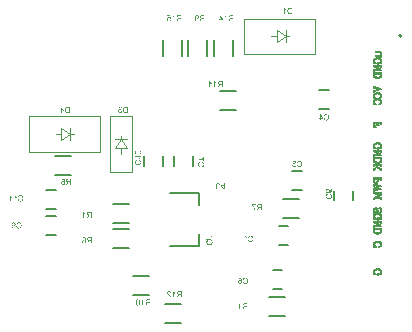
<source format=gbo>
G04*
G04 #@! TF.GenerationSoftware,Altium Limited,Altium Designer,22.5.1 (42)*
G04*
G04 Layer_Color=32896*
%FSLAX25Y25*%
%MOIN*%
G70*
G04*
G04 #@! TF.SameCoordinates,0C7ABF94-C2AC-4CB0-9C94-541A5C69193A*
G04*
G04*
G04 #@! TF.FilePolarity,Positive*
G04*
G01*
G75*
%ADD10C,0.00787*%
%ADD14C,0.00500*%
%ADD15C,0.00394*%
%ADD16C,0.00197*%
%ADD18C,0.00591*%
%ADD73C,0.00800*%
G36*
X84220Y31966D02*
X84252Y31920D01*
X84289Y31873D01*
X84324Y31832D01*
X84359Y31797D01*
X84386Y31768D01*
X84397Y31760D01*
X84406Y31751D01*
X84409Y31748D01*
X84412Y31745D01*
X84473Y31696D01*
X84534Y31649D01*
X84592Y31608D01*
X84650Y31576D01*
X84700Y31547D01*
X84720Y31535D01*
X84738Y31527D01*
X84752Y31518D01*
X84764Y31515D01*
X84770Y31509D01*
X84772D01*
Y31271D01*
X84729Y31288D01*
X84685Y31308D01*
X84641Y31329D01*
X84601Y31349D01*
X84566Y31367D01*
X84537Y31381D01*
X84519Y31393D01*
X84516Y31396D01*
X84513D01*
X84461Y31428D01*
X84415Y31460D01*
X84374Y31489D01*
X84342Y31515D01*
X84313Y31535D01*
X84295Y31553D01*
X84281Y31565D01*
X84278Y31567D01*
Y29993D01*
X84030D01*
Y32016D01*
X84190D01*
X84220Y31966D01*
D02*
G37*
G36*
X86117Y32036D02*
X86210Y32021D01*
X86291Y32004D01*
X86329Y31992D01*
X86364Y31981D01*
X86396Y31969D01*
X86425Y31957D01*
X86449Y31949D01*
X86472Y31940D01*
X86487Y31931D01*
X86498Y31925D01*
X86507Y31923D01*
X86510Y31920D01*
X86588Y31870D01*
X86655Y31812D01*
X86713Y31754D01*
X86763Y31696D01*
X86801Y31643D01*
X86815Y31620D01*
X86827Y31600D01*
X86839Y31585D01*
X86844Y31573D01*
X86847Y31565D01*
X86850Y31562D01*
X86891Y31471D01*
X86920Y31378D01*
X86940Y31285D01*
X86955Y31201D01*
X86961Y31163D01*
X86964Y31125D01*
X86967Y31096D01*
Y31067D01*
X86970Y31047D01*
Y31029D01*
Y31018D01*
Y31015D01*
X86964Y30910D01*
X86952Y30808D01*
X86937Y30718D01*
X86926Y30674D01*
X86917Y30636D01*
X86908Y30601D01*
X86897Y30569D01*
X86888Y30540D01*
X86882Y30517D01*
X86874Y30500D01*
X86871Y30485D01*
X86865Y30476D01*
Y30473D01*
X86821Y30386D01*
X86772Y30307D01*
X86719Y30240D01*
X86693Y30214D01*
X86670Y30188D01*
X86646Y30165D01*
X86623Y30145D01*
X86603Y30127D01*
X86585Y30115D01*
X86574Y30104D01*
X86562Y30095D01*
X86556Y30092D01*
X86553Y30089D01*
X86513Y30066D01*
X86472Y30046D01*
X86385Y30013D01*
X86297Y29990D01*
X86213Y29976D01*
X86172Y29970D01*
X86137Y29964D01*
X86105Y29961D01*
X86079D01*
X86056Y29958D01*
X86024D01*
X85966Y29961D01*
X85910Y29967D01*
X85858Y29973D01*
X85808Y29984D01*
X85762Y29999D01*
X85718Y30013D01*
X85677Y30028D01*
X85640Y30046D01*
X85608Y30060D01*
X85576Y30075D01*
X85552Y30089D01*
X85529Y30104D01*
X85514Y30115D01*
X85500Y30121D01*
X85494Y30127D01*
X85491Y30130D01*
X85451Y30165D01*
X85416Y30200D01*
X85384Y30240D01*
X85352Y30281D01*
X85299Y30363D01*
X85259Y30444D01*
X85241Y30482D01*
X85227Y30517D01*
X85215Y30549D01*
X85206Y30575D01*
X85197Y30598D01*
X85192Y30616D01*
X85189Y30628D01*
Y30630D01*
X85456Y30697D01*
X85468Y30651D01*
X85483Y30607D01*
X85497Y30566D01*
X85512Y30529D01*
X85529Y30494D01*
X85547Y30465D01*
X85567Y30435D01*
X85584Y30409D01*
X85599Y30386D01*
X85616Y30369D01*
X85631Y30351D01*
X85643Y30336D01*
X85654Y30328D01*
X85663Y30319D01*
X85666Y30316D01*
X85669Y30313D01*
X85698Y30290D01*
X85730Y30272D01*
X85794Y30240D01*
X85855Y30217D01*
X85916Y30203D01*
X85969Y30191D01*
X85989Y30188D01*
X86009D01*
X86027Y30185D01*
X86047D01*
X86114Y30188D01*
X86178Y30200D01*
X86236Y30214D01*
X86289Y30232D01*
X86329Y30249D01*
X86347Y30258D01*
X86361Y30264D01*
X86373Y30270D01*
X86382Y30275D01*
X86387Y30278D01*
X86391D01*
X86446Y30319D01*
X86492Y30363D01*
X86533Y30412D01*
X86565Y30459D01*
X86591Y30500D01*
X86609Y30534D01*
X86615Y30549D01*
X86620Y30558D01*
X86623Y30564D01*
Y30566D01*
X86646Y30642D01*
X86664Y30718D01*
X86678Y30793D01*
X86687Y30863D01*
X86690Y30895D01*
X86693Y30924D01*
Y30950D01*
X86696Y30971D01*
Y30988D01*
Y31003D01*
Y31012D01*
Y31015D01*
X86693Y31090D01*
X86687Y31160D01*
X86676Y31224D01*
X86664Y31282D01*
X86655Y31332D01*
X86650Y31352D01*
X86644Y31370D01*
X86641Y31384D01*
X86638Y31393D01*
X86635Y31399D01*
Y31402D01*
X86606Y31468D01*
X86574Y31530D01*
X86539Y31579D01*
X86501Y31623D01*
X86469Y31658D01*
X86443Y31681D01*
X86422Y31696D01*
X86420Y31701D01*
X86417D01*
X86356Y31739D01*
X86289Y31768D01*
X86225Y31789D01*
X86164Y31800D01*
X86108Y31809D01*
X86085Y31812D01*
X86064D01*
X86050Y31815D01*
X86027D01*
X85954Y31812D01*
X85887Y31800D01*
X85832Y31783D01*
X85782Y31765D01*
X85744Y31745D01*
X85715Y31730D01*
X85698Y31719D01*
X85692Y31713D01*
X85646Y31669D01*
X85602Y31620D01*
X85567Y31567D01*
X85538Y31515D01*
X85514Y31468D01*
X85506Y31445D01*
X85500Y31428D01*
X85494Y31413D01*
X85488Y31402D01*
X85486Y31396D01*
Y31393D01*
X85224Y31454D01*
X85241Y31506D01*
X85259Y31553D01*
X85282Y31597D01*
X85302Y31640D01*
X85325Y31678D01*
X85352Y31713D01*
X85375Y31748D01*
X85398Y31777D01*
X85421Y31800D01*
X85442Y31824D01*
X85462Y31844D01*
X85477Y31858D01*
X85491Y31873D01*
X85503Y31882D01*
X85509Y31885D01*
X85512Y31888D01*
X85552Y31914D01*
X85593Y31940D01*
X85634Y31960D01*
X85677Y31978D01*
X85765Y32004D01*
X85843Y32021D01*
X85881Y32030D01*
X85913Y32033D01*
X85945Y32036D01*
X85971Y32039D01*
X85992Y32042D01*
X86021D01*
X86117Y32036D01*
D02*
G37*
G36*
X100698Y57010D02*
X100776Y56995D01*
X100843Y56972D01*
X100901Y56949D01*
X100928Y56934D01*
X100948Y56923D01*
X100968Y56911D01*
X100983Y56899D01*
X100995Y56890D01*
X101003Y56885D01*
X101009Y56882D01*
X101012Y56879D01*
X101067Y56823D01*
X101111Y56762D01*
X101146Y56698D01*
X101175Y56634D01*
X101192Y56579D01*
X101201Y56556D01*
X101207Y56535D01*
X101210Y56518D01*
X101213Y56506D01*
X101216Y56498D01*
Y56495D01*
X100968Y56451D01*
X100957Y56515D01*
X100939Y56570D01*
X100919Y56617D01*
X100899Y56655D01*
X100878Y56684D01*
X100861Y56704D01*
X100849Y56719D01*
X100846Y56722D01*
X100808Y56751D01*
X100768Y56774D01*
X100730Y56789D01*
X100692Y56800D01*
X100657Y56806D01*
X100631Y56812D01*
X100608D01*
X100555Y56809D01*
X100509Y56797D01*
X100468Y56783D01*
X100433Y56768D01*
X100407Y56751D01*
X100386Y56736D01*
X100372Y56725D01*
X100369Y56722D01*
X100337Y56687D01*
X100314Y56649D01*
X100299Y56611D01*
X100287Y56576D01*
X100282Y56544D01*
X100276Y56521D01*
Y56503D01*
Y56501D01*
Y56498D01*
Y56466D01*
X100282Y56437D01*
X100296Y56387D01*
X100317Y56343D01*
X100340Y56306D01*
X100363Y56279D01*
X100383Y56259D01*
X100398Y56247D01*
X100401Y56244D01*
X100404D01*
X100453Y56218D01*
X100500Y56198D01*
X100549Y56183D01*
X100593Y56175D01*
X100631Y56169D01*
X100663Y56163D01*
X100701D01*
X100712Y56166D01*
X100727D01*
X100756Y55948D01*
X100718Y55956D01*
X100683Y55962D01*
X100654Y55968D01*
X100628Y55971D01*
X100608Y55974D01*
X100581D01*
X100520Y55968D01*
X100465Y55956D01*
X100416Y55939D01*
X100375Y55919D01*
X100343Y55898D01*
X100319Y55881D01*
X100305Y55869D01*
X100299Y55863D01*
X100261Y55820D01*
X100232Y55773D01*
X100212Y55726D01*
X100200Y55680D01*
X100191Y55642D01*
X100189Y55610D01*
X100186Y55598D01*
Y55590D01*
Y55584D01*
Y55581D01*
X100191Y55517D01*
X100206Y55459D01*
X100223Y55409D01*
X100247Y55366D01*
X100270Y55331D01*
X100287Y55304D01*
X100302Y55287D01*
X100308Y55281D01*
X100354Y55240D01*
X100404Y55211D01*
X100453Y55191D01*
X100500Y55177D01*
X100541Y55168D01*
X100573Y55165D01*
X100584Y55162D01*
X100602D01*
X100654Y55165D01*
X100704Y55177D01*
X100747Y55191D01*
X100782Y55208D01*
X100811Y55223D01*
X100835Y55238D01*
X100846Y55249D01*
X100852Y55252D01*
X100887Y55293D01*
X100916Y55339D01*
X100942Y55389D01*
X100962Y55441D01*
X100977Y55485D01*
X100983Y55505D01*
X100986Y55523D01*
X100989Y55537D01*
X100992Y55549D01*
X100995Y55555D01*
Y55558D01*
X101242Y55526D01*
X101236Y55479D01*
X101227Y55436D01*
X101201Y55354D01*
X101169Y55284D01*
X101152Y55255D01*
X101134Y55226D01*
X101117Y55200D01*
X101099Y55179D01*
X101085Y55159D01*
X101070Y55145D01*
X101061Y55133D01*
X101053Y55124D01*
X101047Y55118D01*
X101044Y55115D01*
X101009Y55089D01*
X100974Y55063D01*
X100939Y55043D01*
X100901Y55025D01*
X100829Y54996D01*
X100759Y54979D01*
X100727Y54973D01*
X100698Y54967D01*
X100672Y54964D01*
X100648Y54961D01*
X100631Y54958D01*
X100605D01*
X100549Y54961D01*
X100500Y54967D01*
X100450Y54976D01*
X100404Y54987D01*
X100360Y55002D01*
X100322Y55016D01*
X100285Y55034D01*
X100252Y55051D01*
X100221Y55066D01*
X100194Y55083D01*
X100171Y55098D01*
X100154Y55112D01*
X100139Y55124D01*
X100127Y55133D01*
X100122Y55139D01*
X100119Y55142D01*
X100084Y55177D01*
X100055Y55214D01*
X100028Y55252D01*
X100005Y55290D01*
X99988Y55325D01*
X99970Y55363D01*
X99947Y55433D01*
X99941Y55465D01*
X99935Y55494D01*
X99929Y55520D01*
X99927Y55543D01*
X99924Y55561D01*
Y55575D01*
Y55584D01*
Y55587D01*
X99927Y55657D01*
X99938Y55721D01*
X99956Y55776D01*
X99973Y55822D01*
X99991Y55860D01*
X100008Y55889D01*
X100020Y55907D01*
X100023Y55913D01*
X100063Y55956D01*
X100107Y55994D01*
X100154Y56023D01*
X100200Y56047D01*
X100241Y56064D01*
X100273Y56076D01*
X100285Y56079D01*
X100293Y56081D01*
X100299Y56084D01*
X100302D01*
X100252Y56111D01*
X100212Y56137D01*
X100177Y56166D01*
X100148Y56192D01*
X100125Y56215D01*
X100107Y56236D01*
X100098Y56247D01*
X100095Y56253D01*
X100072Y56294D01*
X100055Y56335D01*
X100040Y56375D01*
X100031Y56413D01*
X100025Y56445D01*
X100023Y56468D01*
Y56486D01*
Y56492D01*
X100025Y56541D01*
X100034Y56591D01*
X100046Y56634D01*
X100060Y56672D01*
X100075Y56704D01*
X100087Y56730D01*
X100095Y56745D01*
X100098Y56751D01*
X100127Y56794D01*
X100162Y56832D01*
X100197Y56864D01*
X100232Y56893D01*
X100261Y56914D01*
X100287Y56931D01*
X100305Y56940D01*
X100308Y56943D01*
X100311D01*
X100363Y56966D01*
X100416Y56984D01*
X100468Y56998D01*
X100514Y57007D01*
X100552Y57013D01*
X100584Y57016D01*
X100657D01*
X100698Y57010D01*
D02*
G37*
G36*
X102400Y57036D02*
X102493Y57021D01*
X102575Y57004D01*
X102612Y56992D01*
X102647Y56981D01*
X102679Y56969D01*
X102708Y56957D01*
X102732Y56949D01*
X102755Y56940D01*
X102770Y56931D01*
X102781Y56925D01*
X102790Y56923D01*
X102793Y56920D01*
X102872Y56870D01*
X102938Y56812D01*
X102997Y56754D01*
X103046Y56695D01*
X103084Y56643D01*
X103098Y56620D01*
X103110Y56599D01*
X103122Y56585D01*
X103128Y56573D01*
X103130Y56564D01*
X103133Y56562D01*
X103174Y56471D01*
X103203Y56378D01*
X103224Y56285D01*
X103238Y56201D01*
X103244Y56163D01*
X103247Y56125D01*
X103250Y56096D01*
Y56067D01*
X103253Y56047D01*
Y56029D01*
Y56018D01*
Y56015D01*
X103247Y55910D01*
X103235Y55808D01*
X103221Y55718D01*
X103209Y55674D01*
X103200Y55636D01*
X103192Y55601D01*
X103180Y55569D01*
X103171Y55540D01*
X103165Y55517D01*
X103157Y55500D01*
X103154Y55485D01*
X103148Y55476D01*
Y55473D01*
X103104Y55386D01*
X103055Y55307D01*
X103002Y55240D01*
X102976Y55214D01*
X102953Y55188D01*
X102930Y55165D01*
X102906Y55145D01*
X102886Y55127D01*
X102869Y55115D01*
X102857Y55104D01*
X102845Y55095D01*
X102840Y55092D01*
X102837Y55089D01*
X102796Y55066D01*
X102755Y55045D01*
X102668Y55014D01*
X102580Y54990D01*
X102496Y54976D01*
X102455Y54970D01*
X102420Y54964D01*
X102388Y54961D01*
X102362D01*
X102339Y54958D01*
X102307D01*
X102249Y54961D01*
X102193Y54967D01*
X102141Y54973D01*
X102092Y54984D01*
X102045Y54999D01*
X102001Y55014D01*
X101961Y55028D01*
X101923Y55045D01*
X101891Y55060D01*
X101859Y55075D01*
X101836Y55089D01*
X101812Y55104D01*
X101798Y55115D01*
X101783Y55121D01*
X101777Y55127D01*
X101774Y55130D01*
X101734Y55165D01*
X101699Y55200D01*
X101667Y55240D01*
X101635Y55281D01*
X101582Y55363D01*
X101542Y55444D01*
X101524Y55482D01*
X101510Y55517D01*
X101498Y55549D01*
X101489Y55575D01*
X101480Y55598D01*
X101475Y55616D01*
X101472Y55628D01*
Y55630D01*
X101740Y55697D01*
X101751Y55651D01*
X101766Y55607D01*
X101780Y55566D01*
X101795Y55529D01*
X101812Y55494D01*
X101830Y55465D01*
X101850Y55436D01*
X101868Y55409D01*
X101882Y55386D01*
X101900Y55369D01*
X101914Y55351D01*
X101926Y55336D01*
X101937Y55328D01*
X101946Y55319D01*
X101949Y55316D01*
X101952Y55313D01*
X101981Y55290D01*
X102013Y55273D01*
X102077Y55240D01*
X102138Y55217D01*
X102199Y55203D01*
X102252Y55191D01*
X102272Y55188D01*
X102292D01*
X102310Y55185D01*
X102330D01*
X102397Y55188D01*
X102461Y55200D01*
X102519Y55214D01*
X102572Y55232D01*
X102612Y55249D01*
X102630Y55258D01*
X102645Y55264D01*
X102656Y55270D01*
X102665Y55275D01*
X102671Y55278D01*
X102674D01*
X102729Y55319D01*
X102776Y55363D01*
X102816Y55412D01*
X102848Y55459D01*
X102874Y55500D01*
X102892Y55534D01*
X102898Y55549D01*
X102903Y55558D01*
X102906Y55563D01*
Y55566D01*
X102930Y55642D01*
X102947Y55718D01*
X102962Y55793D01*
X102970Y55863D01*
X102973Y55895D01*
X102976Y55924D01*
Y55950D01*
X102979Y55971D01*
Y55988D01*
Y56003D01*
Y56012D01*
Y56015D01*
X102976Y56090D01*
X102970Y56160D01*
X102959Y56224D01*
X102947Y56282D01*
X102938Y56332D01*
X102933Y56352D01*
X102927Y56370D01*
X102924Y56384D01*
X102921Y56393D01*
X102918Y56399D01*
Y56402D01*
X102889Y56468D01*
X102857Y56530D01*
X102822Y56579D01*
X102784Y56623D01*
X102752Y56658D01*
X102726Y56681D01*
X102706Y56695D01*
X102703Y56701D01*
X102700D01*
X102639Y56739D01*
X102572Y56768D01*
X102508Y56789D01*
X102447Y56800D01*
X102391Y56809D01*
X102368Y56812D01*
X102348D01*
X102333Y56815D01*
X102310D01*
X102237Y56812D01*
X102170Y56800D01*
X102115Y56783D01*
X102065Y56765D01*
X102028Y56745D01*
X101998Y56730D01*
X101981Y56719D01*
X101975Y56713D01*
X101929Y56669D01*
X101885Y56620D01*
X101850Y56567D01*
X101821Y56515D01*
X101798Y56468D01*
X101789Y56445D01*
X101783Y56428D01*
X101777Y56413D01*
X101771Y56402D01*
X101769Y56396D01*
Y56393D01*
X101507Y56454D01*
X101524Y56506D01*
X101542Y56553D01*
X101565Y56597D01*
X101585Y56640D01*
X101609Y56678D01*
X101635Y56713D01*
X101658Y56748D01*
X101681Y56777D01*
X101705Y56800D01*
X101725Y56823D01*
X101745Y56844D01*
X101760Y56858D01*
X101774Y56873D01*
X101786Y56882D01*
X101792Y56885D01*
X101795Y56888D01*
X101836Y56914D01*
X101876Y56940D01*
X101917Y56960D01*
X101961Y56978D01*
X102048Y57004D01*
X102127Y57021D01*
X102164Y57030D01*
X102196Y57033D01*
X102228Y57036D01*
X102255Y57039D01*
X102275Y57042D01*
X102304D01*
X102400Y57036D01*
D02*
G37*
G36*
X111308Y72536D02*
X111401Y72521D01*
X111482Y72504D01*
X111520Y72492D01*
X111555Y72481D01*
X111587Y72469D01*
X111616Y72457D01*
X111639Y72449D01*
X111662Y72440D01*
X111677Y72431D01*
X111689Y72425D01*
X111697Y72422D01*
X111700Y72420D01*
X111779Y72370D01*
X111846Y72312D01*
X111904Y72254D01*
X111953Y72196D01*
X111991Y72143D01*
X112006Y72120D01*
X112018Y72100D01*
X112029Y72085D01*
X112035Y72073D01*
X112038Y72065D01*
X112041Y72062D01*
X112082Y71971D01*
X112111Y71878D01*
X112131Y71785D01*
X112146Y71701D01*
X112151Y71663D01*
X112154Y71625D01*
X112157Y71596D01*
Y71567D01*
X112160Y71547D01*
Y71529D01*
Y71517D01*
Y71514D01*
X112154Y71410D01*
X112143Y71308D01*
X112128Y71218D01*
X112117Y71174D01*
X112108Y71136D01*
X112099Y71101D01*
X112087Y71069D01*
X112079Y71040D01*
X112073Y71017D01*
X112064Y70999D01*
X112061Y70985D01*
X112055Y70976D01*
Y70973D01*
X112012Y70886D01*
X111962Y70807D01*
X111910Y70740D01*
X111884Y70714D01*
X111860Y70688D01*
X111837Y70665D01*
X111814Y70644D01*
X111793Y70627D01*
X111776Y70615D01*
X111764Y70604D01*
X111753Y70595D01*
X111747Y70592D01*
X111744Y70589D01*
X111703Y70566D01*
X111662Y70546D01*
X111575Y70513D01*
X111488Y70490D01*
X111404Y70476D01*
X111363Y70470D01*
X111328Y70464D01*
X111296Y70461D01*
X111270D01*
X111246Y70458D01*
X111214D01*
X111156Y70461D01*
X111101Y70467D01*
X111048Y70473D01*
X110999Y70484D01*
X110952Y70499D01*
X110909Y70513D01*
X110868Y70528D01*
X110830Y70546D01*
X110798Y70560D01*
X110766Y70575D01*
X110743Y70589D01*
X110720Y70604D01*
X110705Y70615D01*
X110691Y70621D01*
X110685Y70627D01*
X110682Y70630D01*
X110641Y70665D01*
X110606Y70700D01*
X110574Y70740D01*
X110542Y70781D01*
X110490Y70863D01*
X110449Y70944D01*
X110432Y70982D01*
X110417Y71017D01*
X110405Y71049D01*
X110397Y71075D01*
X110388Y71098D01*
X110382Y71116D01*
X110379Y71127D01*
Y71130D01*
X110647Y71197D01*
X110659Y71151D01*
X110673Y71107D01*
X110688Y71066D01*
X110702Y71029D01*
X110720Y70994D01*
X110737Y70965D01*
X110758Y70935D01*
X110775Y70909D01*
X110790Y70886D01*
X110807Y70868D01*
X110822Y70851D01*
X110833Y70837D01*
X110845Y70828D01*
X110854Y70819D01*
X110856Y70816D01*
X110859Y70813D01*
X110889Y70790D01*
X110921Y70772D01*
X110985Y70740D01*
X111046Y70717D01*
X111107Y70703D01*
X111159Y70691D01*
X111179Y70688D01*
X111200D01*
X111217Y70685D01*
X111238D01*
X111305Y70688D01*
X111369Y70700D01*
X111427Y70714D01*
X111479Y70732D01*
X111520Y70749D01*
X111537Y70758D01*
X111552Y70764D01*
X111564Y70770D01*
X111572Y70775D01*
X111578Y70778D01*
X111581D01*
X111636Y70819D01*
X111683Y70863D01*
X111724Y70912D01*
X111756Y70959D01*
X111782Y70999D01*
X111799Y71034D01*
X111805Y71049D01*
X111811Y71058D01*
X111814Y71064D01*
Y71066D01*
X111837Y71142D01*
X111855Y71218D01*
X111869Y71293D01*
X111878Y71363D01*
X111881Y71395D01*
X111884Y71424D01*
Y71451D01*
X111887Y71471D01*
Y71488D01*
Y71503D01*
Y71512D01*
Y71514D01*
X111884Y71590D01*
X111878Y71660D01*
X111866Y71724D01*
X111855Y71782D01*
X111846Y71832D01*
X111840Y71852D01*
X111834Y71870D01*
X111831Y71884D01*
X111828Y71893D01*
X111826Y71899D01*
Y71902D01*
X111796Y71969D01*
X111764Y72030D01*
X111730Y72079D01*
X111692Y72123D01*
X111660Y72158D01*
X111633Y72181D01*
X111613Y72196D01*
X111610Y72201D01*
X111607D01*
X111546Y72239D01*
X111479Y72268D01*
X111415Y72289D01*
X111354Y72300D01*
X111299Y72309D01*
X111275Y72312D01*
X111255D01*
X111241Y72315D01*
X111217D01*
X111145Y72312D01*
X111078Y72300D01*
X111022Y72283D01*
X110973Y72265D01*
X110935Y72245D01*
X110906Y72230D01*
X110889Y72219D01*
X110883Y72213D01*
X110836Y72169D01*
X110793Y72120D01*
X110758Y72067D01*
X110728Y72015D01*
X110705Y71969D01*
X110696Y71945D01*
X110691Y71928D01*
X110685Y71913D01*
X110679Y71902D01*
X110676Y71896D01*
Y71893D01*
X110414Y71954D01*
X110432Y72006D01*
X110449Y72053D01*
X110472Y72097D01*
X110493Y72140D01*
X110516Y72178D01*
X110542Y72213D01*
X110565Y72248D01*
X110589Y72277D01*
X110612Y72300D01*
X110632Y72324D01*
X110653Y72344D01*
X110667Y72359D01*
X110682Y72373D01*
X110694Y72382D01*
X110699Y72385D01*
X110702Y72387D01*
X110743Y72414D01*
X110784Y72440D01*
X110825Y72460D01*
X110868Y72478D01*
X110955Y72504D01*
X111034Y72521D01*
X111072Y72530D01*
X111104Y72533D01*
X111136Y72536D01*
X111162Y72539D01*
X111182Y72542D01*
X111212D01*
X111308Y72536D01*
D02*
G37*
G36*
X110237Y71203D02*
Y70976D01*
X109361D01*
Y70493D01*
X109113D01*
Y70976D01*
X108840D01*
Y71203D01*
X109113D01*
Y72507D01*
X109314D01*
X110237Y71203D01*
D02*
G37*
G36*
X111827Y47657D02*
X111876Y47651D01*
X111925Y47642D01*
X111969Y47631D01*
X112010Y47616D01*
X112050Y47602D01*
X112085Y47584D01*
X112118Y47570D01*
X112147Y47552D01*
X112173Y47535D01*
X112193Y47520D01*
X112214Y47506D01*
X112228Y47494D01*
X112237Y47485D01*
X112243Y47480D01*
X112246Y47477D01*
X112277Y47442D01*
X112307Y47407D01*
X112330Y47369D01*
X112350Y47331D01*
X112371Y47293D01*
X112385Y47256D01*
X112406Y47186D01*
X112414Y47154D01*
X112420Y47124D01*
X112423Y47098D01*
X112426Y47075D01*
X112429Y47058D01*
Y46994D01*
X112423Y46959D01*
X112408Y46889D01*
X112388Y46825D01*
X112365Y46767D01*
X112341Y46720D01*
X112330Y46700D01*
X112321Y46682D01*
X112312Y46668D01*
X112307Y46659D01*
X112304Y46653D01*
X112301Y46650D01*
X112845Y46758D01*
Y47564D01*
X113081D01*
Y46563D01*
X112045Y46368D01*
X112013Y46601D01*
X112045Y46621D01*
X112071Y46647D01*
X112097Y46671D01*
X112118Y46694D01*
X112132Y46717D01*
X112147Y46735D01*
X112152Y46746D01*
X112155Y46749D01*
X112173Y46787D01*
X112187Y46825D01*
X112196Y46860D01*
X112205Y46895D01*
X112208Y46924D01*
X112211Y46947D01*
Y47002D01*
X112205Y47037D01*
X112190Y47098D01*
X112170Y47151D01*
X112150Y47197D01*
X112126Y47232D01*
X112106Y47258D01*
X112091Y47273D01*
X112088Y47279D01*
X112085D01*
X112036Y47319D01*
X111984Y47349D01*
X111928Y47369D01*
X111873Y47383D01*
X111827Y47392D01*
X111806Y47395D01*
X111789D01*
X111774Y47398D01*
X111762D01*
X111757D01*
X111754D01*
X111713D01*
X111675Y47392D01*
X111602Y47378D01*
X111541Y47357D01*
X111492Y47337D01*
X111451Y47314D01*
X111419Y47293D01*
X111410Y47285D01*
X111402Y47279D01*
X111399Y47276D01*
X111396Y47273D01*
X111372Y47250D01*
X111352Y47226D01*
X111317Y47174D01*
X111294Y47124D01*
X111279Y47075D01*
X111268Y47034D01*
X111265Y46999D01*
X111262Y46988D01*
Y46970D01*
X111265Y46915D01*
X111276Y46866D01*
X111291Y46822D01*
X111309Y46787D01*
X111326Y46755D01*
X111340Y46732D01*
X111352Y46720D01*
X111355Y46714D01*
X111396Y46679D01*
X111439Y46650D01*
X111489Y46627D01*
X111533Y46610D01*
X111576Y46598D01*
X111608Y46589D01*
X111623Y46586D01*
X111632Y46583D01*
X111637D01*
X111640D01*
X111620Y46324D01*
X111573Y46330D01*
X111530Y46339D01*
X111448Y46365D01*
X111378Y46397D01*
X111346Y46415D01*
X111320Y46432D01*
X111294Y46446D01*
X111271Y46464D01*
X111253Y46479D01*
X111239Y46493D01*
X111227Y46505D01*
X111215Y46510D01*
X111213Y46516D01*
X111209Y46519D01*
X111183Y46554D01*
X111160Y46589D01*
X111140Y46627D01*
X111122Y46665D01*
X111096Y46738D01*
X111079Y46810D01*
X111070Y46842D01*
X111067Y46874D01*
X111064Y46900D01*
X111061Y46924D01*
X111058Y46944D01*
Y46970D01*
X111061Y47031D01*
X111070Y47090D01*
X111082Y47145D01*
X111096Y47194D01*
X111116Y47241D01*
X111137Y47285D01*
X111157Y47325D01*
X111180Y47360D01*
X111204Y47392D01*
X111224Y47421D01*
X111247Y47445D01*
X111265Y47465D01*
X111279Y47480D01*
X111291Y47491D01*
X111300Y47497D01*
X111303Y47500D01*
X111340Y47529D01*
X111381Y47552D01*
X111419Y47576D01*
X111460Y47593D01*
X111538Y47622D01*
X111614Y47640D01*
X111646Y47645D01*
X111678Y47651D01*
X111704Y47654D01*
X111727Y47657D01*
X111748Y47660D01*
X111762D01*
X111771D01*
X111774D01*
X111827Y47657D01*
D02*
G37*
G36*
X111797Y45830D02*
X111751Y45818D01*
X111707Y45803D01*
X111666Y45789D01*
X111629Y45774D01*
X111594Y45757D01*
X111565Y45739D01*
X111536Y45719D01*
X111509Y45702D01*
X111486Y45687D01*
X111469Y45669D01*
X111451Y45655D01*
X111436Y45643D01*
X111428Y45632D01*
X111419Y45623D01*
X111416Y45620D01*
X111413Y45617D01*
X111390Y45588D01*
X111372Y45556D01*
X111340Y45492D01*
X111317Y45431D01*
X111303Y45370D01*
X111291Y45317D01*
X111288Y45297D01*
Y45277D01*
X111285Y45259D01*
Y45239D01*
X111288Y45172D01*
X111300Y45108D01*
X111314Y45050D01*
X111332Y44997D01*
X111349Y44957D01*
X111358Y44939D01*
X111364Y44925D01*
X111370Y44913D01*
X111375Y44904D01*
X111378Y44898D01*
Y44895D01*
X111419Y44840D01*
X111463Y44794D01*
X111512Y44753D01*
X111559Y44721D01*
X111600Y44695D01*
X111634Y44677D01*
X111649Y44671D01*
X111658Y44666D01*
X111663Y44663D01*
X111666D01*
X111742Y44639D01*
X111818Y44622D01*
X111893Y44607D01*
X111963Y44599D01*
X111995Y44596D01*
X112024Y44593D01*
X112050D01*
X112071Y44590D01*
X112088D01*
X112103D01*
X112112D01*
X112115D01*
X112190Y44593D01*
X112260Y44599D01*
X112324Y44610D01*
X112382Y44622D01*
X112432Y44631D01*
X112452Y44636D01*
X112470Y44642D01*
X112484Y44645D01*
X112493Y44648D01*
X112499Y44651D01*
X112502D01*
X112568Y44680D01*
X112630Y44712D01*
X112679Y44747D01*
X112723Y44785D01*
X112758Y44817D01*
X112781Y44843D01*
X112795Y44864D01*
X112801Y44866D01*
Y44869D01*
X112839Y44930D01*
X112868Y44997D01*
X112889Y45061D01*
X112900Y45123D01*
X112909Y45178D01*
X112912Y45201D01*
Y45221D01*
X112915Y45236D01*
Y45259D01*
X112912Y45332D01*
X112900Y45399D01*
X112883Y45454D01*
X112865Y45504D01*
X112845Y45542D01*
X112830Y45571D01*
X112819Y45588D01*
X112813Y45594D01*
X112769Y45640D01*
X112720Y45684D01*
X112668Y45719D01*
X112615Y45748D01*
X112568Y45771D01*
X112545Y45780D01*
X112528Y45786D01*
X112513Y45792D01*
X112502Y45798D01*
X112496Y45801D01*
X112493D01*
X112554Y46062D01*
X112606Y46045D01*
X112653Y46027D01*
X112697Y46004D01*
X112740Y45984D01*
X112778Y45961D01*
X112813Y45934D01*
X112848Y45911D01*
X112877Y45888D01*
X112900Y45864D01*
X112924Y45844D01*
X112944Y45824D01*
X112959Y45809D01*
X112973Y45795D01*
X112982Y45783D01*
X112985Y45777D01*
X112988Y45774D01*
X113014Y45734D01*
X113040Y45693D01*
X113060Y45652D01*
X113078Y45608D01*
X113104Y45521D01*
X113121Y45443D01*
X113130Y45405D01*
X113133Y45373D01*
X113136Y45341D01*
X113139Y45314D01*
X113142Y45294D01*
Y45265D01*
X113136Y45169D01*
X113121Y45076D01*
X113104Y44994D01*
X113092Y44957D01*
X113081Y44922D01*
X113069Y44890D01*
X113057Y44861D01*
X113049Y44837D01*
X113040Y44814D01*
X113031Y44800D01*
X113025Y44788D01*
X113022Y44779D01*
X113020Y44776D01*
X112970Y44698D01*
X112912Y44631D01*
X112854Y44572D01*
X112795Y44523D01*
X112743Y44485D01*
X112720Y44471D01*
X112699Y44459D01*
X112685Y44447D01*
X112673Y44442D01*
X112665Y44439D01*
X112662Y44436D01*
X112571Y44395D01*
X112478Y44366D01*
X112385Y44346D01*
X112301Y44331D01*
X112263Y44325D01*
X112225Y44322D01*
X112196Y44319D01*
X112167D01*
X112147Y44316D01*
X112129D01*
X112118D01*
X112115D01*
X112010Y44322D01*
X111908Y44334D01*
X111818Y44348D01*
X111774Y44360D01*
X111736Y44369D01*
X111701Y44377D01*
X111669Y44389D01*
X111640Y44398D01*
X111617Y44404D01*
X111600Y44412D01*
X111585Y44415D01*
X111576Y44421D01*
X111573D01*
X111486Y44465D01*
X111407Y44514D01*
X111340Y44567D01*
X111314Y44593D01*
X111288Y44616D01*
X111265Y44639D01*
X111244Y44663D01*
X111227Y44683D01*
X111215Y44701D01*
X111204Y44712D01*
X111195Y44724D01*
X111192Y44730D01*
X111189Y44732D01*
X111166Y44773D01*
X111145Y44814D01*
X111114Y44901D01*
X111090Y44989D01*
X111076Y45073D01*
X111070Y45114D01*
X111064Y45149D01*
X111061Y45181D01*
Y45207D01*
X111058Y45230D01*
Y45262D01*
X111061Y45320D01*
X111067Y45376D01*
X111073Y45428D01*
X111084Y45478D01*
X111099Y45524D01*
X111114Y45568D01*
X111128Y45608D01*
X111145Y45646D01*
X111160Y45678D01*
X111175Y45710D01*
X111189Y45734D01*
X111204Y45757D01*
X111215Y45771D01*
X111221Y45786D01*
X111227Y45792D01*
X111230Y45795D01*
X111265Y45835D01*
X111300Y45870D01*
X111340Y45902D01*
X111381Y45934D01*
X111463Y45987D01*
X111544Y46027D01*
X111582Y46045D01*
X111617Y46060D01*
X111649Y46071D01*
X111675Y46080D01*
X111698Y46089D01*
X111716Y46094D01*
X111727Y46097D01*
X111730D01*
X111797Y45830D01*
D02*
G37*
G36*
X82502Y18013D02*
X82557Y18007D01*
X82609Y17995D01*
X82659Y17981D01*
X82703Y17960D01*
X82746Y17943D01*
X82784Y17920D01*
X82819Y17899D01*
X82848Y17879D01*
X82877Y17855D01*
X82901Y17838D01*
X82918Y17821D01*
X82933Y17803D01*
X82944Y17792D01*
X82950Y17786D01*
X82953Y17783D01*
X82991Y17730D01*
X83023Y17669D01*
X83052Y17605D01*
X83078Y17538D01*
X83098Y17469D01*
X83116Y17399D01*
X83130Y17326D01*
X83142Y17259D01*
X83151Y17192D01*
X83157Y17131D01*
X83162Y17076D01*
X83165Y17029D01*
Y16988D01*
X83168Y16959D01*
Y16948D01*
Y16939D01*
Y16936D01*
Y16933D01*
X83165Y16840D01*
X83160Y16753D01*
X83151Y16671D01*
X83136Y16596D01*
X83122Y16529D01*
X83107Y16467D01*
X83090Y16412D01*
X83069Y16363D01*
X83052Y16322D01*
X83034Y16284D01*
X83020Y16255D01*
X83002Y16229D01*
X82991Y16208D01*
X82982Y16197D01*
X82976Y16188D01*
X82973Y16185D01*
X82936Y16145D01*
X82895Y16109D01*
X82854Y16080D01*
X82813Y16054D01*
X82770Y16031D01*
X82729Y16014D01*
X82688Y15999D01*
X82647Y15987D01*
X82613Y15979D01*
X82578Y15970D01*
X82548Y15964D01*
X82522Y15961D01*
X82499D01*
X82484Y15958D01*
X82470D01*
X82403Y15961D01*
X82342Y15973D01*
X82287Y15984D01*
X82237Y16002D01*
X82199Y16016D01*
X82170Y16031D01*
X82158Y16034D01*
X82150Y16040D01*
X82147Y16043D01*
X82144D01*
X82095Y16078D01*
X82048Y16118D01*
X82010Y16159D01*
X81978Y16200D01*
X81952Y16238D01*
X81934Y16267D01*
X81929Y16278D01*
X81923Y16287D01*
X81920Y16290D01*
Y16293D01*
X81891Y16354D01*
X81870Y16418D01*
X81856Y16476D01*
X81847Y16532D01*
X81838Y16578D01*
Y16596D01*
X81836Y16613D01*
Y16627D01*
Y16636D01*
Y16642D01*
Y16645D01*
X81838Y16697D01*
X81844Y16747D01*
X81853Y16796D01*
X81862Y16840D01*
X81876Y16881D01*
X81891Y16921D01*
X81905Y16956D01*
X81923Y16988D01*
X81940Y17018D01*
X81955Y17044D01*
X81969Y17064D01*
X81984Y17084D01*
X81993Y17099D01*
X82001Y17108D01*
X82007Y17113D01*
X82010Y17116D01*
X82042Y17148D01*
X82077Y17177D01*
X82115Y17201D01*
X82150Y17221D01*
X82185Y17242D01*
X82220Y17256D01*
X82287Y17276D01*
X82316Y17285D01*
X82345Y17291D01*
X82368Y17294D01*
X82391Y17297D01*
X82409Y17300D01*
X82432D01*
X82484Y17297D01*
X82534Y17288D01*
X82580Y17279D01*
X82621Y17268D01*
X82656Y17253D01*
X82682Y17244D01*
X82700Y17236D01*
X82703Y17233D01*
X82706D01*
X82752Y17204D01*
X82793Y17172D01*
X82831Y17140D01*
X82860Y17105D01*
X82886Y17076D01*
X82906Y17052D01*
X82918Y17035D01*
X82921Y17032D01*
Y17084D01*
X82918Y17137D01*
X82915Y17183D01*
X82909Y17230D01*
X82906Y17271D01*
X82901Y17309D01*
X82895Y17343D01*
X82886Y17375D01*
X82880Y17404D01*
X82874Y17428D01*
X82868Y17448D01*
X82866Y17466D01*
X82860Y17477D01*
X82857Y17486D01*
X82854Y17492D01*
Y17495D01*
X82825Y17553D01*
X82796Y17605D01*
X82764Y17646D01*
X82735Y17681D01*
X82709Y17710D01*
X82688Y17730D01*
X82674Y17742D01*
X82668Y17745D01*
X82633Y17768D01*
X82598Y17783D01*
X82563Y17794D01*
X82528Y17803D01*
X82502Y17809D01*
X82479Y17812D01*
X82458D01*
X82406Y17806D01*
X82356Y17794D01*
X82316Y17777D01*
X82278Y17760D01*
X82249Y17739D01*
X82228Y17722D01*
X82217Y17710D01*
X82211Y17704D01*
X82191Y17678D01*
X82170Y17646D01*
X82153Y17611D01*
X82141Y17576D01*
X82129Y17544D01*
X82121Y17518D01*
X82118Y17501D01*
X82115Y17498D01*
Y17495D01*
X81867Y17515D01*
X81885Y17596D01*
X81911Y17669D01*
X81940Y17733D01*
X81972Y17786D01*
X82004Y17826D01*
X82016Y17844D01*
X82030Y17858D01*
X82039Y17867D01*
X82048Y17876D01*
X82051Y17879D01*
X82054Y17882D01*
X82083Y17905D01*
X82115Y17925D01*
X82179Y17960D01*
X82243Y17984D01*
X82304Y17998D01*
X82359Y18010D01*
X82383Y18013D01*
X82403D01*
X82420Y18016D01*
X82444D01*
X82502Y18013D01*
D02*
G37*
G36*
X84312Y18036D02*
X84405Y18021D01*
X84487Y18004D01*
X84524Y17992D01*
X84559Y17981D01*
X84591Y17969D01*
X84620Y17957D01*
X84644Y17949D01*
X84667Y17940D01*
X84681Y17931D01*
X84693Y17925D01*
X84702Y17922D01*
X84705Y17920D01*
X84783Y17870D01*
X84850Y17812D01*
X84908Y17754D01*
X84958Y17695D01*
X84996Y17643D01*
X85010Y17620D01*
X85022Y17600D01*
X85034Y17585D01*
X85039Y17573D01*
X85042Y17564D01*
X85045Y17562D01*
X85086Y17471D01*
X85115Y17378D01*
X85135Y17285D01*
X85150Y17201D01*
X85156Y17163D01*
X85159Y17125D01*
X85162Y17096D01*
Y17067D01*
X85164Y17047D01*
Y17029D01*
Y17018D01*
Y17015D01*
X85159Y16910D01*
X85147Y16808D01*
X85132Y16718D01*
X85121Y16674D01*
X85112Y16636D01*
X85103Y16601D01*
X85092Y16569D01*
X85083Y16540D01*
X85077Y16517D01*
X85069Y16499D01*
X85066Y16485D01*
X85060Y16476D01*
Y16473D01*
X85016Y16386D01*
X84967Y16307D01*
X84914Y16240D01*
X84888Y16214D01*
X84865Y16188D01*
X84842Y16165D01*
X84818Y16145D01*
X84798Y16127D01*
X84780Y16115D01*
X84769Y16104D01*
X84757Y16095D01*
X84751Y16092D01*
X84748Y16089D01*
X84708Y16066D01*
X84667Y16046D01*
X84580Y16014D01*
X84492Y15990D01*
X84408Y15976D01*
X84367Y15970D01*
X84332Y15964D01*
X84300Y15961D01*
X84274D01*
X84251Y15958D01*
X84219D01*
X84161Y15961D01*
X84105Y15967D01*
X84053Y15973D01*
X84003Y15984D01*
X83957Y15999D01*
X83913Y16014D01*
X83872Y16028D01*
X83835Y16046D01*
X83803Y16060D01*
X83771Y16075D01*
X83747Y16089D01*
X83724Y16104D01*
X83710Y16115D01*
X83695Y16121D01*
X83689Y16127D01*
X83686Y16130D01*
X83645Y16165D01*
X83611Y16200D01*
X83579Y16240D01*
X83547Y16281D01*
X83494Y16363D01*
X83453Y16444D01*
X83436Y16482D01*
X83421Y16517D01*
X83410Y16549D01*
X83401Y16575D01*
X83392Y16598D01*
X83386Y16616D01*
X83384Y16627D01*
Y16630D01*
X83651Y16697D01*
X83663Y16651D01*
X83678Y16607D01*
X83692Y16566D01*
X83707Y16529D01*
X83724Y16494D01*
X83741Y16465D01*
X83762Y16435D01*
X83779Y16409D01*
X83794Y16386D01*
X83811Y16368D01*
X83826Y16351D01*
X83838Y16337D01*
X83849Y16328D01*
X83858Y16319D01*
X83861Y16316D01*
X83864Y16313D01*
X83893Y16290D01*
X83925Y16273D01*
X83989Y16240D01*
X84050Y16217D01*
X84111Y16203D01*
X84163Y16191D01*
X84184Y16188D01*
X84204D01*
X84222Y16185D01*
X84242D01*
X84309Y16188D01*
X84373Y16200D01*
X84431Y16214D01*
X84484Y16232D01*
X84524Y16249D01*
X84542Y16258D01*
X84556Y16264D01*
X84568Y16270D01*
X84577Y16275D01*
X84583Y16278D01*
X84585D01*
X84641Y16319D01*
X84687Y16363D01*
X84728Y16412D01*
X84760Y16459D01*
X84786Y16499D01*
X84804Y16534D01*
X84809Y16549D01*
X84815Y16558D01*
X84818Y16564D01*
Y16566D01*
X84842Y16642D01*
X84859Y16718D01*
X84873Y16793D01*
X84882Y16863D01*
X84885Y16895D01*
X84888Y16924D01*
Y16951D01*
X84891Y16971D01*
Y16988D01*
Y17003D01*
Y17012D01*
Y17015D01*
X84888Y17090D01*
X84882Y17160D01*
X84871Y17224D01*
X84859Y17282D01*
X84850Y17332D01*
X84844Y17352D01*
X84839Y17370D01*
X84836Y17384D01*
X84833Y17393D01*
X84830Y17399D01*
Y17402D01*
X84801Y17469D01*
X84769Y17530D01*
X84734Y17579D01*
X84696Y17623D01*
X84664Y17658D01*
X84638Y17681D01*
X84617Y17695D01*
X84614Y17701D01*
X84612D01*
X84550Y17739D01*
X84484Y17768D01*
X84420Y17789D01*
X84359Y17800D01*
X84303Y17809D01*
X84280Y17812D01*
X84259D01*
X84245Y17815D01*
X84222D01*
X84149Y17812D01*
X84082Y17800D01*
X84027Y17783D01*
X83977Y17765D01*
X83939Y17745D01*
X83910Y17730D01*
X83893Y17719D01*
X83887Y17713D01*
X83841Y17669D01*
X83797Y17620D01*
X83762Y17567D01*
X83733Y17515D01*
X83710Y17469D01*
X83701Y17445D01*
X83695Y17428D01*
X83689Y17413D01*
X83683Y17402D01*
X83680Y17396D01*
Y17393D01*
X83419Y17454D01*
X83436Y17506D01*
X83453Y17553D01*
X83477Y17596D01*
X83497Y17640D01*
X83520Y17678D01*
X83547Y17713D01*
X83570Y17748D01*
X83593Y17777D01*
X83616Y17800D01*
X83637Y17823D01*
X83657Y17844D01*
X83672Y17858D01*
X83686Y17873D01*
X83698Y17882D01*
X83704Y17885D01*
X83707Y17887D01*
X83747Y17914D01*
X83788Y17940D01*
X83829Y17960D01*
X83872Y17978D01*
X83960Y18004D01*
X84038Y18021D01*
X84076Y18030D01*
X84108Y18033D01*
X84140Y18036D01*
X84166Y18039D01*
X84187Y18042D01*
X84216D01*
X84312Y18036D01*
D02*
G37*
G36*
X70481Y56861D02*
X70242D01*
Y57847D01*
X70158Y57778D01*
X70067Y57711D01*
X69980Y57652D01*
X69896Y57597D01*
X69858Y57574D01*
X69823Y57553D01*
X69791Y57533D01*
X69765Y57519D01*
X69741Y57507D01*
X69727Y57498D01*
X69715Y57492D01*
X69712Y57489D01*
X69596Y57431D01*
X69480Y57379D01*
X69369Y57335D01*
X69320Y57318D01*
X69270Y57300D01*
X69226Y57283D01*
X69186Y57271D01*
X69151Y57260D01*
X69122Y57251D01*
X69095Y57242D01*
X69078Y57236D01*
X69066Y57233D01*
X69064D01*
X68944Y57204D01*
X68886Y57193D01*
X68834Y57184D01*
X68784Y57175D01*
X68735Y57166D01*
X68694Y57161D01*
X68653Y57155D01*
X68618Y57152D01*
X68586Y57149D01*
X68557Y57146D01*
X68534D01*
X68516Y57143D01*
X68505D01*
X68496D01*
X68493D01*
Y57396D01*
X68604Y57405D01*
X68706Y57420D01*
X68799Y57434D01*
X68842Y57443D01*
X68883Y57452D01*
X68918Y57457D01*
X68950Y57466D01*
X68979Y57472D01*
X69002Y57478D01*
X69020Y57484D01*
X69034Y57486D01*
X69043Y57489D01*
X69046D01*
X69180Y57533D01*
X69305Y57580D01*
X69366Y57603D01*
X69424Y57626D01*
X69477Y57652D01*
X69529Y57676D01*
X69576Y57696D01*
X69616Y57716D01*
X69651Y57734D01*
X69683Y57748D01*
X69709Y57763D01*
X69727Y57772D01*
X69739Y57778D01*
X69741Y57780D01*
X69803Y57815D01*
X69864Y57850D01*
X69919Y57885D01*
X69971Y57920D01*
X70018Y57952D01*
X70065Y57984D01*
X70105Y58016D01*
X70140Y58042D01*
X70175Y58069D01*
X70204Y58092D01*
X70227Y58115D01*
X70248Y58132D01*
X70265Y58144D01*
X70277Y58156D01*
X70283Y58162D01*
X70286Y58165D01*
X70481D01*
Y56861D01*
D02*
G37*
G36*
X69197Y56349D02*
X69151Y56337D01*
X69107Y56322D01*
X69066Y56308D01*
X69029Y56293D01*
X68994Y56276D01*
X68965Y56258D01*
X68936Y56238D01*
X68909Y56221D01*
X68886Y56206D01*
X68868Y56189D01*
X68851Y56174D01*
X68836Y56162D01*
X68828Y56151D01*
X68819Y56142D01*
X68816Y56139D01*
X68813Y56136D01*
X68790Y56107D01*
X68773Y56075D01*
X68740Y56011D01*
X68717Y55950D01*
X68703Y55889D01*
X68691Y55836D01*
X68688Y55816D01*
Y55796D01*
X68685Y55778D01*
Y55758D01*
X68688Y55691D01*
X68700Y55627D01*
X68714Y55569D01*
X68732Y55516D01*
X68749Y55476D01*
X68758Y55458D01*
X68764Y55444D01*
X68770Y55432D01*
X68775Y55423D01*
X68778Y55418D01*
Y55415D01*
X68819Y55359D01*
X68863Y55313D01*
X68912Y55272D01*
X68959Y55240D01*
X68999Y55214D01*
X69034Y55196D01*
X69049Y55190D01*
X69058Y55185D01*
X69064Y55182D01*
X69066D01*
X69142Y55159D01*
X69218Y55141D01*
X69293Y55127D01*
X69363Y55118D01*
X69395Y55115D01*
X69424Y55112D01*
X69450D01*
X69471Y55109D01*
X69488D01*
X69503D01*
X69512D01*
X69515D01*
X69590Y55112D01*
X69660Y55118D01*
X69724Y55129D01*
X69782Y55141D01*
X69832Y55150D01*
X69852Y55156D01*
X69870Y55161D01*
X69884Y55164D01*
X69893Y55167D01*
X69899Y55170D01*
X69902D01*
X69968Y55199D01*
X70030Y55231D01*
X70079Y55266D01*
X70123Y55304D01*
X70158Y55336D01*
X70181Y55362D01*
X70196Y55383D01*
X70201Y55386D01*
Y55388D01*
X70239Y55449D01*
X70268Y55516D01*
X70289Y55580D01*
X70300Y55642D01*
X70309Y55697D01*
X70312Y55720D01*
Y55740D01*
X70315Y55755D01*
Y55778D01*
X70312Y55851D01*
X70300Y55918D01*
X70283Y55973D01*
X70265Y56023D01*
X70245Y56061D01*
X70230Y56090D01*
X70219Y56107D01*
X70213Y56113D01*
X70169Y56160D01*
X70120Y56203D01*
X70067Y56238D01*
X70015Y56267D01*
X69968Y56291D01*
X69945Y56299D01*
X69928Y56305D01*
X69913Y56311D01*
X69902Y56317D01*
X69896Y56320D01*
X69893D01*
X69954Y56581D01*
X70006Y56564D01*
X70053Y56547D01*
X70097Y56523D01*
X70140Y56503D01*
X70178Y56480D01*
X70213Y56453D01*
X70248Y56430D01*
X70277Y56407D01*
X70300Y56384D01*
X70323Y56363D01*
X70344Y56343D01*
X70359Y56328D01*
X70373Y56314D01*
X70382Y56302D01*
X70385Y56296D01*
X70388Y56293D01*
X70414Y56253D01*
X70440Y56212D01*
X70460Y56171D01*
X70478Y56128D01*
X70504Y56040D01*
X70521Y55962D01*
X70530Y55924D01*
X70533Y55892D01*
X70536Y55860D01*
X70539Y55834D01*
X70542Y55813D01*
Y55784D01*
X70536Y55688D01*
X70521Y55595D01*
X70504Y55514D01*
X70492Y55476D01*
X70481Y55441D01*
X70469Y55409D01*
X70457Y55380D01*
X70449Y55356D01*
X70440Y55333D01*
X70431Y55318D01*
X70425Y55307D01*
X70423Y55298D01*
X70420Y55295D01*
X70370Y55217D01*
X70312Y55150D01*
X70254Y55092D01*
X70196Y55042D01*
X70143Y55004D01*
X70120Y54990D01*
X70100Y54978D01*
X70085Y54966D01*
X70073Y54961D01*
X70065Y54958D01*
X70062Y54955D01*
X69971Y54914D01*
X69878Y54885D01*
X69785Y54865D01*
X69701Y54850D01*
X69663Y54844D01*
X69625Y54841D01*
X69596Y54838D01*
X69567D01*
X69547Y54835D01*
X69529D01*
X69517D01*
X69515D01*
X69410Y54841D01*
X69308Y54853D01*
X69218Y54868D01*
X69174Y54879D01*
X69136Y54888D01*
X69101Y54897D01*
X69069Y54908D01*
X69040Y54917D01*
X69017Y54923D01*
X68999Y54931D01*
X68985Y54934D01*
X68976Y54940D01*
X68973D01*
X68886Y54984D01*
X68807Y55033D01*
X68740Y55086D01*
X68714Y55112D01*
X68688Y55135D01*
X68665Y55159D01*
X68644Y55182D01*
X68627Y55202D01*
X68615Y55220D01*
X68604Y55231D01*
X68595Y55243D01*
X68592Y55249D01*
X68589Y55252D01*
X68566Y55292D01*
X68546Y55333D01*
X68514Y55420D01*
X68490Y55508D01*
X68476Y55592D01*
X68470Y55633D01*
X68464Y55668D01*
X68461Y55700D01*
Y55726D01*
X68458Y55749D01*
Y55781D01*
X68461Y55839D01*
X68467Y55895D01*
X68473Y55947D01*
X68484Y55997D01*
X68499Y56043D01*
X68514Y56087D01*
X68528Y56128D01*
X68546Y56165D01*
X68560Y56197D01*
X68575Y56229D01*
X68589Y56253D01*
X68604Y56276D01*
X68615Y56291D01*
X68621Y56305D01*
X68627Y56311D01*
X68630Y56314D01*
X68665Y56354D01*
X68700Y56389D01*
X68740Y56421D01*
X68781Y56453D01*
X68863Y56506D01*
X68944Y56547D01*
X68982Y56564D01*
X69017Y56579D01*
X69049Y56590D01*
X69075Y56599D01*
X69098Y56608D01*
X69116Y56613D01*
X69128Y56616D01*
X69130D01*
X69197Y56349D01*
D02*
G37*
G36*
X7076Y36513D02*
X7123Y36507D01*
X7169Y36498D01*
X7210Y36487D01*
X7288Y36454D01*
X7323Y36440D01*
X7352Y36423D01*
X7382Y36402D01*
X7405Y36388D01*
X7428Y36370D01*
X7446Y36356D01*
X7460Y36344D01*
X7469Y36335D01*
X7475Y36329D01*
X7478Y36326D01*
X7510Y36292D01*
X7536Y36251D01*
X7562Y36213D01*
X7582Y36172D01*
X7600Y36129D01*
X7614Y36088D01*
X7635Y36012D01*
X7643Y35974D01*
X7649Y35942D01*
X7652Y35910D01*
X7655Y35884D01*
X7658Y35864D01*
Y35849D01*
Y35838D01*
Y35835D01*
X7655Y35779D01*
X7649Y35730D01*
X7643Y35680D01*
X7632Y35634D01*
X7617Y35593D01*
X7603Y35552D01*
X7588Y35517D01*
X7571Y35485D01*
X7556Y35456D01*
X7542Y35430D01*
X7527Y35410D01*
X7513Y35389D01*
X7501Y35375D01*
X7495Y35366D01*
X7489Y35360D01*
X7486Y35357D01*
X7454Y35325D01*
X7419Y35299D01*
X7384Y35273D01*
X7347Y35253D01*
X7312Y35235D01*
X7277Y35221D01*
X7210Y35200D01*
X7181Y35192D01*
X7152Y35186D01*
X7129Y35183D01*
X7105Y35180D01*
X7088Y35177D01*
X7064D01*
X7009Y35180D01*
X6957Y35189D01*
X6910Y35200D01*
X6867Y35215D01*
X6835Y35227D01*
X6808Y35238D01*
X6791Y35247D01*
X6785Y35250D01*
X6739Y35279D01*
X6698Y35311D01*
X6663Y35343D01*
X6634Y35372D01*
X6613Y35401D01*
X6596Y35421D01*
X6584Y35436D01*
X6581Y35442D01*
Y35418D01*
Y35404D01*
Y35395D01*
Y35392D01*
X6584Y35334D01*
X6587Y35279D01*
X6593Y35229D01*
X6599Y35183D01*
X6608Y35145D01*
X6613Y35116D01*
X6616Y35104D01*
Y35096D01*
X6619Y35093D01*
Y35090D01*
X6634Y35037D01*
X6648Y34991D01*
X6663Y34950D01*
X6677Y34915D01*
X6689Y34889D01*
X6701Y34868D01*
X6707Y34854D01*
X6709Y34851D01*
X6733Y34819D01*
X6756Y34793D01*
X6779Y34770D01*
X6803Y34749D01*
X6820Y34732D01*
X6837Y34720D01*
X6849Y34714D01*
X6852Y34711D01*
X6884Y34694D01*
X6919Y34682D01*
X6951Y34674D01*
X6983Y34668D01*
X7009Y34665D01*
X7029Y34662D01*
X7050D01*
X7096Y34665D01*
X7140Y34674D01*
X7178Y34685D01*
X7210Y34700D01*
X7233Y34711D01*
X7254Y34723D01*
X7265Y34732D01*
X7268Y34735D01*
X7297Y34767D01*
X7321Y34804D01*
X7341Y34845D01*
X7355Y34886D01*
X7367Y34921D01*
X7376Y34953D01*
X7379Y34965D01*
Y34970D01*
X7382Y34976D01*
Y34979D01*
X7620Y34959D01*
X7603Y34874D01*
X7580Y34802D01*
X7550Y34738D01*
X7521Y34685D01*
X7492Y34644D01*
X7478Y34627D01*
X7466Y34613D01*
X7457Y34604D01*
X7449Y34595D01*
X7446Y34592D01*
X7443Y34589D01*
X7414Y34566D01*
X7382Y34545D01*
X7318Y34514D01*
X7254Y34490D01*
X7192Y34476D01*
X7137Y34464D01*
X7114Y34461D01*
X7094D01*
X7079Y34458D01*
X7056D01*
X6974Y34464D01*
X6901Y34476D01*
X6835Y34496D01*
X6779Y34519D01*
X6756Y34528D01*
X6733Y34540D01*
X6715Y34551D01*
X6698Y34560D01*
X6686Y34566D01*
X6677Y34572D01*
X6672Y34578D01*
X6669D01*
X6611Y34627D01*
X6558Y34682D01*
X6517Y34740D01*
X6482Y34796D01*
X6453Y34845D01*
X6442Y34868D01*
X6433Y34886D01*
X6427Y34903D01*
X6421Y34915D01*
X6418Y34921D01*
Y34924D01*
X6404Y34967D01*
X6389Y35017D01*
X6369Y35116D01*
X6354Y35221D01*
X6346Y35320D01*
X6340Y35363D01*
X6337Y35407D01*
Y35445D01*
X6334Y35477D01*
Y35503D01*
Y35523D01*
Y35538D01*
Y35541D01*
Y35608D01*
X6337Y35672D01*
X6343Y35730D01*
X6349Y35785D01*
X6354Y35835D01*
X6360Y35881D01*
X6369Y35925D01*
X6378Y35963D01*
X6386Y35995D01*
X6392Y36024D01*
X6401Y36050D01*
X6407Y36070D01*
X6413Y36085D01*
X6418Y36097D01*
X6421Y36102D01*
Y36105D01*
X6456Y36175D01*
X6494Y36236D01*
X6538Y36289D01*
X6576Y36332D01*
X6613Y36364D01*
X6643Y36388D01*
X6654Y36396D01*
X6663Y36402D01*
X6666Y36408D01*
X6669D01*
X6730Y36443D01*
X6791Y36469D01*
X6852Y36489D01*
X6907Y36501D01*
X6957Y36510D01*
X6977Y36513D01*
X6992D01*
X7006Y36516D01*
X7027D01*
X7076Y36513D01*
D02*
G37*
G36*
X8813Y36536D02*
X8907Y36521D01*
X8988Y36504D01*
X9026Y36492D01*
X9061Y36481D01*
X9093Y36469D01*
X9122Y36457D01*
X9145Y36449D01*
X9168Y36440D01*
X9183Y36431D01*
X9195Y36425D01*
X9203Y36423D01*
X9206Y36420D01*
X9285Y36370D01*
X9352Y36312D01*
X9410Y36254D01*
X9459Y36195D01*
X9497Y36143D01*
X9512Y36120D01*
X9523Y36099D01*
X9535Y36085D01*
X9541Y36073D01*
X9544Y36064D01*
X9547Y36062D01*
X9587Y35971D01*
X9617Y35878D01*
X9637Y35785D01*
X9651Y35701D01*
X9657Y35663D01*
X9660Y35625D01*
X9663Y35596D01*
Y35567D01*
X9666Y35547D01*
Y35529D01*
Y35517D01*
Y35515D01*
X9660Y35410D01*
X9648Y35308D01*
X9634Y35218D01*
X9622Y35174D01*
X9614Y35136D01*
X9605Y35101D01*
X9593Y35069D01*
X9584Y35040D01*
X9579Y35017D01*
X9570Y34999D01*
X9567Y34985D01*
X9561Y34976D01*
Y34973D01*
X9518Y34886D01*
X9468Y34807D01*
X9416Y34740D01*
X9390Y34714D01*
X9366Y34688D01*
X9343Y34665D01*
X9320Y34644D01*
X9299Y34627D01*
X9282Y34615D01*
X9270Y34604D01*
X9259Y34595D01*
X9253Y34592D01*
X9250Y34589D01*
X9209Y34566D01*
X9168Y34545D01*
X9081Y34514D01*
X8994Y34490D01*
X8909Y34476D01*
X8869Y34470D01*
X8834Y34464D01*
X8802Y34461D01*
X8776D01*
X8752Y34458D01*
X8720D01*
X8662Y34461D01*
X8607Y34467D01*
X8554Y34473D01*
X8505Y34484D01*
X8458Y34499D01*
X8415Y34514D01*
X8374Y34528D01*
X8336Y34545D01*
X8304Y34560D01*
X8272Y34575D01*
X8249Y34589D01*
X8225Y34604D01*
X8211Y34615D01*
X8196Y34621D01*
X8191Y34627D01*
X8188Y34630D01*
X8147Y34665D01*
X8112Y34700D01*
X8080Y34740D01*
X8048Y34781D01*
X7996Y34863D01*
X7955Y34944D01*
X7937Y34982D01*
X7923Y35017D01*
X7911Y35049D01*
X7903Y35075D01*
X7894Y35098D01*
X7888Y35116D01*
X7885Y35127D01*
Y35130D01*
X8153Y35197D01*
X8164Y35151D01*
X8179Y35107D01*
X8194Y35066D01*
X8208Y35029D01*
X8225Y34994D01*
X8243Y34965D01*
X8263Y34936D01*
X8281Y34909D01*
X8295Y34886D01*
X8313Y34868D01*
X8327Y34851D01*
X8339Y34837D01*
X8351Y34828D01*
X8359Y34819D01*
X8362Y34816D01*
X8365Y34813D01*
X8394Y34790D01*
X8426Y34773D01*
X8490Y34740D01*
X8551Y34717D01*
X8613Y34703D01*
X8665Y34691D01*
X8685Y34688D01*
X8706D01*
X8723Y34685D01*
X8743D01*
X8810Y34688D01*
X8874Y34700D01*
X8933Y34714D01*
X8985Y34732D01*
X9026Y34749D01*
X9043Y34758D01*
X9058Y34764D01*
X9069Y34770D01*
X9078Y34775D01*
X9084Y34778D01*
X9087D01*
X9142Y34819D01*
X9189Y34863D01*
X9229Y34912D01*
X9262Y34959D01*
X9288Y34999D01*
X9305Y35034D01*
X9311Y35049D01*
X9317Y35058D01*
X9320Y35063D01*
Y35066D01*
X9343Y35142D01*
X9360Y35218D01*
X9375Y35293D01*
X9384Y35363D01*
X9387Y35395D01*
X9390Y35424D01*
Y35451D01*
X9392Y35471D01*
Y35488D01*
Y35503D01*
Y35512D01*
Y35515D01*
X9390Y35590D01*
X9384Y35660D01*
X9372Y35724D01*
X9360Y35782D01*
X9352Y35832D01*
X9346Y35852D01*
X9340Y35870D01*
X9337Y35884D01*
X9334Y35893D01*
X9331Y35899D01*
Y35902D01*
X9302Y35969D01*
X9270Y36030D01*
X9235Y36079D01*
X9198Y36123D01*
X9166Y36158D01*
X9139Y36181D01*
X9119Y36195D01*
X9116Y36201D01*
X9113D01*
X9052Y36239D01*
X8985Y36268D01*
X8921Y36289D01*
X8860Y36300D01*
X8805Y36309D01*
X8781Y36312D01*
X8761D01*
X8746Y36315D01*
X8723D01*
X8650Y36312D01*
X8584Y36300D01*
X8528Y36283D01*
X8479Y36265D01*
X8441Y36245D01*
X8412Y36230D01*
X8394Y36219D01*
X8388Y36213D01*
X8342Y36169D01*
X8298Y36120D01*
X8263Y36068D01*
X8234Y36015D01*
X8211Y35969D01*
X8202Y35945D01*
X8196Y35928D01*
X8191Y35913D01*
X8185Y35902D01*
X8182Y35896D01*
Y35893D01*
X7920Y35954D01*
X7937Y36006D01*
X7955Y36053D01*
X7978Y36097D01*
X7999Y36140D01*
X8022Y36178D01*
X8048Y36213D01*
X8071Y36248D01*
X8095Y36277D01*
X8118Y36300D01*
X8138Y36323D01*
X8159Y36344D01*
X8173Y36358D01*
X8188Y36373D01*
X8199Y36382D01*
X8205Y36385D01*
X8208Y36388D01*
X8249Y36414D01*
X8290Y36440D01*
X8330Y36460D01*
X8374Y36478D01*
X8461Y36504D01*
X8540Y36521D01*
X8578Y36530D01*
X8610Y36533D01*
X8642Y36536D01*
X8668Y36539D01*
X8688Y36542D01*
X8717D01*
X8813Y36536D01*
D02*
G37*
G36*
X48593Y60441D02*
X48640D01*
X48686Y60439D01*
X48727Y60433D01*
X48768Y60430D01*
X48803Y60427D01*
X48835Y60421D01*
X48864Y60418D01*
X48890Y60412D01*
X48910Y60409D01*
X48928Y60407D01*
X48942Y60404D01*
X48951Y60401D01*
X48957Y60398D01*
X48960D01*
X49024Y60380D01*
X49082Y60360D01*
X49132Y60337D01*
X49175Y60319D01*
X49213Y60299D01*
X49239Y60287D01*
X49254Y60276D01*
X49259Y60273D01*
X49303Y60241D01*
X49341Y60209D01*
X49373Y60174D01*
X49402Y60142D01*
X49422Y60113D01*
X49437Y60089D01*
X49446Y60075D01*
X49449Y60072D01*
Y60069D01*
X49472Y60022D01*
X49487Y59973D01*
X49498Y59926D01*
X49507Y59883D01*
X49513Y59845D01*
X49516Y59813D01*
Y59787D01*
X49510Y59708D01*
X49498Y59635D01*
X49478Y59574D01*
X49457Y59522D01*
X49434Y59478D01*
X49425Y59461D01*
X49414Y59446D01*
X49408Y59435D01*
X49402Y59426D01*
X49396Y59423D01*
Y59420D01*
X49350Y59368D01*
X49294Y59324D01*
X49239Y59286D01*
X49187Y59257D01*
X49137Y59234D01*
X49117Y59222D01*
X49097Y59216D01*
X49082Y59211D01*
X49070Y59205D01*
X49064Y59202D01*
X49062D01*
X49018Y59190D01*
X48974Y59179D01*
X48878Y59161D01*
X48782Y59146D01*
X48692Y59138D01*
X48648Y59135D01*
X48611Y59132D01*
X48576D01*
X48544Y59129D01*
X48520D01*
X48500D01*
X48488D01*
X48485D01*
X48384Y59132D01*
X48288Y59138D01*
X48200Y59146D01*
X48119Y59161D01*
X48043Y59176D01*
X47976Y59193D01*
X47915Y59211D01*
X47863Y59228D01*
X47816Y59246D01*
X47775Y59266D01*
X47741Y59280D01*
X47714Y59295D01*
X47691Y59310D01*
X47677Y59318D01*
X47668Y59324D01*
X47665Y59327D01*
X47630Y59359D01*
X47598Y59394D01*
X47569Y59432D01*
X47545Y59470D01*
X47525Y59507D01*
X47508Y59545D01*
X47496Y59583D01*
X47484Y59618D01*
X47476Y59653D01*
X47470Y59685D01*
X47464Y59714D01*
X47461Y59737D01*
X47458Y59758D01*
Y59787D01*
X47464Y59865D01*
X47476Y59938D01*
X47496Y59999D01*
X47516Y60052D01*
X47537Y60095D01*
X47548Y60110D01*
X47557Y60124D01*
X47563Y60136D01*
X47569Y60145D01*
X47575Y60148D01*
Y60150D01*
X47624Y60203D01*
X47677Y60246D01*
X47735Y60284D01*
X47787Y60313D01*
X47837Y60337D01*
X47857Y60348D01*
X47877Y60354D01*
X47892Y60360D01*
X47903Y60366D01*
X47909Y60369D01*
X47912D01*
X47956Y60383D01*
X48000Y60395D01*
X48093Y60412D01*
X48189Y60427D01*
X48282Y60436D01*
X48322Y60439D01*
X48360Y60441D01*
X48395D01*
X48427Y60444D01*
X48450D01*
X48471D01*
X48482D01*
X48485D01*
X48541D01*
X48593Y60441D01*
D02*
G37*
G36*
X49516Y58335D02*
X49466Y58306D01*
X49420Y58274D01*
X49373Y58236D01*
X49332Y58201D01*
X49297Y58166D01*
X49268Y58140D01*
X49259Y58128D01*
X49251Y58119D01*
X49248Y58116D01*
X49245Y58113D01*
X49196Y58052D01*
X49149Y57991D01*
X49108Y57933D01*
X49076Y57875D01*
X49047Y57825D01*
X49035Y57805D01*
X49027Y57788D01*
X49018Y57773D01*
X49015Y57761D01*
X49009Y57756D01*
Y57753D01*
X48771D01*
X48788Y57796D01*
X48809Y57840D01*
X48829Y57884D01*
X48849Y57924D01*
X48867Y57959D01*
X48881Y57988D01*
X48893Y58006D01*
X48896Y58009D01*
Y58012D01*
X48928Y58064D01*
X48960Y58111D01*
X48989Y58151D01*
X49015Y58183D01*
X49035Y58212D01*
X49053Y58230D01*
X49064Y58244D01*
X49068Y58247D01*
X47493D01*
Y58495D01*
X49516D01*
Y58335D01*
D02*
G37*
G36*
X48197Y57069D02*
X48151Y57057D01*
X48107Y57043D01*
X48066Y57028D01*
X48029Y57013D01*
X47994Y56996D01*
X47965Y56979D01*
X47936Y56958D01*
X47909Y56941D01*
X47886Y56926D01*
X47868Y56909D01*
X47851Y56894D01*
X47837Y56883D01*
X47828Y56871D01*
X47819Y56862D01*
X47816Y56859D01*
X47813Y56856D01*
X47790Y56827D01*
X47772Y56795D01*
X47741Y56731D01*
X47717Y56670D01*
X47703Y56609D01*
X47691Y56557D01*
X47688Y56536D01*
Y56516D01*
X47685Y56498D01*
Y56478D01*
X47688Y56411D01*
X47700Y56347D01*
X47714Y56289D01*
X47732Y56236D01*
X47749Y56196D01*
X47758Y56178D01*
X47764Y56164D01*
X47770Y56152D01*
X47775Y56143D01*
X47778Y56138D01*
Y56135D01*
X47819Y56079D01*
X47863Y56033D01*
X47912Y55992D01*
X47959Y55960D01*
X48000Y55934D01*
X48034Y55916D01*
X48049Y55911D01*
X48058Y55905D01*
X48063Y55902D01*
X48066D01*
X48142Y55879D01*
X48218Y55861D01*
X48293Y55847D01*
X48363Y55838D01*
X48395Y55835D01*
X48424Y55832D01*
X48450D01*
X48471Y55829D01*
X48488D01*
X48503D01*
X48512D01*
X48515D01*
X48590Y55832D01*
X48660Y55838D01*
X48724Y55849D01*
X48782Y55861D01*
X48832Y55870D01*
X48852Y55876D01*
X48870Y55882D01*
X48884Y55884D01*
X48893Y55887D01*
X48899Y55890D01*
X48902D01*
X48968Y55919D01*
X49030Y55951D01*
X49079Y55986D01*
X49123Y56024D01*
X49158Y56056D01*
X49181Y56082D01*
X49196Y56103D01*
X49201Y56106D01*
Y56108D01*
X49239Y56170D01*
X49268Y56236D01*
X49289Y56301D01*
X49300Y56362D01*
X49309Y56417D01*
X49312Y56440D01*
Y56461D01*
X49315Y56475D01*
Y56498D01*
X49312Y56571D01*
X49300Y56638D01*
X49283Y56693D01*
X49265Y56743D01*
X49245Y56781D01*
X49230Y56810D01*
X49219Y56827D01*
X49213Y56833D01*
X49169Y56880D01*
X49120Y56923D01*
X49068Y56958D01*
X49015Y56987D01*
X48968Y57011D01*
X48945Y57019D01*
X48928Y57025D01*
X48913Y57031D01*
X48902Y57037D01*
X48896Y57040D01*
X48893D01*
X48954Y57302D01*
X49006Y57284D01*
X49053Y57267D01*
X49097Y57243D01*
X49140Y57223D01*
X49178Y57200D01*
X49213Y57174D01*
X49248Y57150D01*
X49277Y57127D01*
X49300Y57104D01*
X49323Y57083D01*
X49344Y57063D01*
X49358Y57048D01*
X49373Y57034D01*
X49382Y57022D01*
X49385Y57016D01*
X49387Y57013D01*
X49414Y56973D01*
X49440Y56932D01*
X49460Y56891D01*
X49478Y56848D01*
X49504Y56760D01*
X49521Y56682D01*
X49530Y56644D01*
X49533Y56612D01*
X49536Y56580D01*
X49539Y56554D01*
X49542Y56533D01*
Y56504D01*
X49536Y56408D01*
X49521Y56315D01*
X49504Y56234D01*
X49492Y56196D01*
X49481Y56161D01*
X49469Y56129D01*
X49457Y56100D01*
X49449Y56077D01*
X49440Y56053D01*
X49431Y56039D01*
X49425Y56027D01*
X49422Y56018D01*
X49420Y56015D01*
X49370Y55937D01*
X49312Y55870D01*
X49254Y55812D01*
X49196Y55762D01*
X49143Y55724D01*
X49120Y55710D01*
X49099Y55698D01*
X49085Y55686D01*
X49073Y55681D01*
X49064Y55678D01*
X49062Y55675D01*
X48971Y55634D01*
X48878Y55605D01*
X48785Y55585D01*
X48701Y55570D01*
X48663Y55564D01*
X48625Y55561D01*
X48596Y55559D01*
X48567D01*
X48547Y55556D01*
X48529D01*
X48518D01*
X48515D01*
X48410Y55561D01*
X48308Y55573D01*
X48218Y55588D01*
X48174Y55599D01*
X48136Y55608D01*
X48101Y55617D01*
X48069Y55628D01*
X48040Y55637D01*
X48017Y55643D01*
X48000Y55652D01*
X47985Y55655D01*
X47976Y55660D01*
X47973D01*
X47886Y55704D01*
X47807Y55753D01*
X47741Y55806D01*
X47714Y55832D01*
X47688Y55855D01*
X47665Y55879D01*
X47644Y55902D01*
X47627Y55922D01*
X47615Y55940D01*
X47604Y55951D01*
X47595Y55963D01*
X47592Y55969D01*
X47589Y55972D01*
X47566Y56012D01*
X47545Y56053D01*
X47513Y56141D01*
X47490Y56228D01*
X47476Y56312D01*
X47470Y56353D01*
X47464Y56388D01*
X47461Y56420D01*
Y56446D01*
X47458Y56469D01*
Y56501D01*
X47461Y56560D01*
X47467Y56615D01*
X47473Y56667D01*
X47484Y56717D01*
X47499Y56763D01*
X47513Y56807D01*
X47528Y56848D01*
X47545Y56885D01*
X47560Y56918D01*
X47575Y56950D01*
X47589Y56973D01*
X47604Y56996D01*
X47615Y57011D01*
X47621Y57025D01*
X47627Y57031D01*
X47630Y57034D01*
X47665Y57075D01*
X47700Y57109D01*
X47741Y57142D01*
X47781Y57174D01*
X47863Y57226D01*
X47944Y57267D01*
X47982Y57284D01*
X48017Y57299D01*
X48049Y57310D01*
X48075Y57319D01*
X48098Y57328D01*
X48116Y57334D01*
X48127Y57336D01*
X48130D01*
X48197Y57069D01*
D02*
G37*
G36*
X7502Y45466D02*
X7534Y45420D01*
X7572Y45373D01*
X7607Y45332D01*
X7642Y45297D01*
X7668Y45268D01*
X7680Y45259D01*
X7689Y45251D01*
X7692Y45248D01*
X7694Y45245D01*
X7756Y45195D01*
X7817Y45149D01*
X7875Y45108D01*
X7933Y45076D01*
X7982Y45047D01*
X8003Y45035D01*
X8020Y45027D01*
X8035Y45018D01*
X8047Y45015D01*
X8052Y45009D01*
X8055D01*
Y44771D01*
X8012Y44788D01*
X7968Y44809D01*
X7924Y44829D01*
X7884Y44849D01*
X7849Y44867D01*
X7820Y44881D01*
X7802Y44893D01*
X7799Y44896D01*
X7796D01*
X7744Y44928D01*
X7697Y44960D01*
X7657Y44989D01*
X7625Y45015D01*
X7596Y45035D01*
X7578Y45053D01*
X7564Y45064D01*
X7561Y45068D01*
Y43493D01*
X7313D01*
Y45516D01*
X7473D01*
X7502Y45466D01*
D02*
G37*
G36*
X5937D02*
X5969Y45420D01*
X6007Y45373D01*
X6042Y45332D01*
X6076Y45297D01*
X6103Y45268D01*
X6114Y45259D01*
X6123Y45251D01*
X6126Y45248D01*
X6129Y45245D01*
X6190Y45195D01*
X6251Y45149D01*
X6309Y45108D01*
X6368Y45076D01*
X6417Y45047D01*
X6437Y45035D01*
X6455Y45027D01*
X6469Y45018D01*
X6481Y45015D01*
X6487Y45009D01*
X6490D01*
Y44771D01*
X6446Y44788D01*
X6402Y44809D01*
X6359Y44829D01*
X6318Y44849D01*
X6283Y44867D01*
X6254Y44881D01*
X6236Y44893D01*
X6234Y44896D01*
X6231D01*
X6178Y44928D01*
X6132Y44960D01*
X6091Y44989D01*
X6059Y45015D01*
X6030Y45035D01*
X6013Y45053D01*
X5998Y45064D01*
X5995Y45068D01*
Y43493D01*
X5748D01*
Y45516D01*
X5908D01*
X5937Y45466D01*
D02*
G37*
G36*
X9400Y45536D02*
X9493Y45521D01*
X9574Y45504D01*
X9612Y45492D01*
X9647Y45481D01*
X9679Y45469D01*
X9708Y45457D01*
X9731Y45449D01*
X9755Y45440D01*
X9769Y45431D01*
X9781Y45425D01*
X9790Y45423D01*
X9793Y45420D01*
X9871Y45370D01*
X9938Y45312D01*
X9996Y45254D01*
X10046Y45195D01*
X10084Y45143D01*
X10098Y45120D01*
X10110Y45099D01*
X10121Y45085D01*
X10127Y45073D01*
X10130Y45064D01*
X10133Y45062D01*
X10174Y44971D01*
X10203Y44878D01*
X10223Y44785D01*
X10238Y44701D01*
X10244Y44663D01*
X10246Y44625D01*
X10249Y44596D01*
Y44567D01*
X10252Y44547D01*
Y44529D01*
Y44517D01*
Y44515D01*
X10246Y44410D01*
X10235Y44308D01*
X10220Y44218D01*
X10209Y44174D01*
X10200Y44136D01*
X10191Y44101D01*
X10180Y44069D01*
X10171Y44040D01*
X10165Y44017D01*
X10156Y43999D01*
X10153Y43985D01*
X10148Y43976D01*
Y43973D01*
X10104Y43886D01*
X10054Y43807D01*
X10002Y43740D01*
X9976Y43714D01*
X9953Y43688D01*
X9929Y43665D01*
X9906Y43644D01*
X9886Y43627D01*
X9868Y43615D01*
X9857Y43604D01*
X9845Y43595D01*
X9839Y43592D01*
X9836Y43589D01*
X9796Y43566D01*
X9755Y43545D01*
X9667Y43514D01*
X9580Y43490D01*
X9496Y43476D01*
X9455Y43470D01*
X9420Y43464D01*
X9388Y43461D01*
X9362D01*
X9339Y43458D01*
X9307D01*
X9248Y43461D01*
X9193Y43467D01*
X9141Y43473D01*
X9091Y43484D01*
X9045Y43499D01*
X9001Y43514D01*
X8960Y43528D01*
X8923Y43545D01*
X8890Y43560D01*
X8858Y43575D01*
X8835Y43589D01*
X8812Y43604D01*
X8797Y43615D01*
X8783Y43621D01*
X8777Y43627D01*
X8774Y43630D01*
X8733Y43665D01*
X8698Y43700D01*
X8666Y43740D01*
X8634Y43781D01*
X8582Y43863D01*
X8541Y43944D01*
X8524Y43982D01*
X8509Y44017D01*
X8498Y44049D01*
X8489Y44075D01*
X8480Y44098D01*
X8474Y44116D01*
X8471Y44128D01*
Y44130D01*
X8739Y44197D01*
X8751Y44151D01*
X8765Y44107D01*
X8780Y44066D01*
X8794Y44029D01*
X8812Y43994D01*
X8829Y43965D01*
X8850Y43935D01*
X8867Y43909D01*
X8882Y43886D01*
X8899Y43868D01*
X8914Y43851D01*
X8925Y43837D01*
X8937Y43828D01*
X8946Y43819D01*
X8949Y43816D01*
X8952Y43813D01*
X8981Y43790D01*
X9013Y43773D01*
X9077Y43740D01*
X9138Y43717D01*
X9199Y43703D01*
X9251Y43691D01*
X9272Y43688D01*
X9292D01*
X9309Y43685D01*
X9330D01*
X9397Y43688D01*
X9461Y43700D01*
X9519Y43714D01*
X9571Y43732D01*
X9612Y43749D01*
X9630Y43758D01*
X9644Y43764D01*
X9656Y43770D01*
X9664Y43775D01*
X9670Y43778D01*
X9673D01*
X9729Y43819D01*
X9775Y43863D01*
X9816Y43912D01*
X9848Y43959D01*
X9874Y43999D01*
X9892Y44034D01*
X9897Y44049D01*
X9903Y44058D01*
X9906Y44063D01*
Y44066D01*
X9929Y44142D01*
X9947Y44218D01*
X9961Y44293D01*
X9970Y44363D01*
X9973Y44395D01*
X9976Y44424D01*
Y44451D01*
X9979Y44471D01*
Y44488D01*
Y44503D01*
Y44512D01*
Y44515D01*
X9976Y44590D01*
X9970Y44660D01*
X9958Y44724D01*
X9947Y44782D01*
X9938Y44832D01*
X9932Y44852D01*
X9926Y44870D01*
X9923Y44884D01*
X9921Y44893D01*
X9918Y44899D01*
Y44902D01*
X9889Y44969D01*
X9857Y45030D01*
X9822Y45079D01*
X9784Y45123D01*
X9752Y45158D01*
X9726Y45181D01*
X9705Y45195D01*
X9702Y45201D01*
X9699D01*
X9638Y45239D01*
X9571Y45268D01*
X9507Y45289D01*
X9446Y45300D01*
X9391Y45309D01*
X9368Y45312D01*
X9347D01*
X9333Y45315D01*
X9309D01*
X9237Y45312D01*
X9170Y45300D01*
X9115Y45283D01*
X9065Y45265D01*
X9027Y45245D01*
X8998Y45230D01*
X8981Y45219D01*
X8975Y45213D01*
X8928Y45169D01*
X8885Y45120D01*
X8850Y45068D01*
X8821Y45015D01*
X8797Y44969D01*
X8789Y44945D01*
X8783Y44928D01*
X8777Y44913D01*
X8771Y44902D01*
X8768Y44896D01*
Y44893D01*
X8506Y44954D01*
X8524Y45006D01*
X8541Y45053D01*
X8564Y45097D01*
X8585Y45140D01*
X8608Y45178D01*
X8634Y45213D01*
X8658Y45248D01*
X8681Y45277D01*
X8704Y45300D01*
X8725Y45324D01*
X8745Y45344D01*
X8760Y45358D01*
X8774Y45373D01*
X8786Y45382D01*
X8792Y45385D01*
X8794Y45388D01*
X8835Y45414D01*
X8876Y45440D01*
X8917Y45460D01*
X8960Y45478D01*
X9048Y45504D01*
X9126Y45521D01*
X9164Y45530D01*
X9196Y45533D01*
X9228Y45536D01*
X9254Y45539D01*
X9275Y45542D01*
X9304D01*
X9400Y45536D01*
D02*
G37*
G36*
X97259Y107962D02*
X97291Y107915D01*
X97329Y107869D01*
X97364Y107828D01*
X97399Y107793D01*
X97425Y107764D01*
X97436Y107755D01*
X97445Y107746D01*
X97448Y107744D01*
X97451Y107741D01*
X97512Y107691D01*
X97573Y107645D01*
X97631Y107604D01*
X97690Y107572D01*
X97739Y107543D01*
X97759Y107531D01*
X97777Y107522D01*
X97791Y107514D01*
X97803Y107511D01*
X97809Y107505D01*
X97812D01*
Y107266D01*
X97768Y107284D01*
X97724Y107304D01*
X97681Y107325D01*
X97640Y107345D01*
X97605Y107362D01*
X97576Y107377D01*
X97559Y107388D01*
X97556Y107391D01*
X97553D01*
X97500Y107423D01*
X97454Y107455D01*
X97413Y107484D01*
X97381Y107511D01*
X97352Y107531D01*
X97334Y107548D01*
X97320Y107560D01*
X97317Y107563D01*
Y105989D01*
X97070D01*
Y108011D01*
X97230D01*
X97259Y107962D01*
D02*
G37*
G36*
X99930Y105989D02*
X99206D01*
X99139Y105992D01*
X99078Y105995D01*
X99022Y106000D01*
X98976Y106006D01*
X98935Y106012D01*
X98906Y106015D01*
X98897Y106018D01*
X98888Y106021D01*
X98883D01*
X98830Y106035D01*
X98784Y106053D01*
X98743Y106067D01*
X98708Y106085D01*
X98679Y106099D01*
X98659Y106111D01*
X98647Y106120D01*
X98641Y106123D01*
X98603Y106149D01*
X98571Y106181D01*
X98539Y106210D01*
X98513Y106239D01*
X98490Y106265D01*
X98472Y106286D01*
X98461Y106300D01*
X98458Y106306D01*
X98429Y106352D01*
X98400Y106402D01*
X98376Y106449D01*
X98359Y106495D01*
X98341Y106536D01*
X98330Y106568D01*
X98327Y106579D01*
X98324Y106588D01*
X98321Y106594D01*
Y106597D01*
X98304Y106667D01*
X98289Y106737D01*
X98280Y106804D01*
X98272Y106868D01*
X98269Y106923D01*
Y106946D01*
X98266Y106966D01*
Y106981D01*
Y106996D01*
Y107001D01*
Y107004D01*
X98269Y107103D01*
X98277Y107194D01*
X98292Y107275D01*
X98298Y107313D01*
X98307Y107345D01*
X98315Y107377D01*
X98321Y107403D01*
X98327Y107426D01*
X98336Y107447D01*
X98339Y107464D01*
X98344Y107476D01*
X98347Y107482D01*
Y107484D01*
X98379Y107560D01*
X98417Y107627D01*
X98458Y107685D01*
X98496Y107735D01*
X98531Y107775D01*
X98560Y107805D01*
X98571Y107813D01*
X98580Y107822D01*
X98583Y107825D01*
X98586Y107828D01*
X98632Y107866D01*
X98682Y107895D01*
X98731Y107921D01*
X98778Y107941D01*
X98819Y107956D01*
X98851Y107965D01*
X98862Y107970D01*
X98871D01*
X98877Y107973D01*
X98880D01*
X98929Y107982D01*
X98987Y107991D01*
X99046Y107997D01*
X99104Y108000D01*
X99156Y108002D01*
X99930D01*
Y105989D01*
D02*
G37*
G36*
X42649Y75023D02*
X42727Y75008D01*
X42794Y74985D01*
X42853Y74962D01*
X42879Y74947D01*
X42899Y74936D01*
X42919Y74924D01*
X42934Y74912D01*
X42946Y74904D01*
X42954Y74898D01*
X42960Y74895D01*
X42963Y74892D01*
X43018Y74837D01*
X43062Y74775D01*
X43097Y74712D01*
X43126Y74647D01*
X43143Y74592D01*
X43152Y74569D01*
X43158Y74549D01*
X43161Y74531D01*
X43164Y74519D01*
X43167Y74511D01*
Y74508D01*
X42919Y74464D01*
X42908Y74528D01*
X42890Y74584D01*
X42870Y74630D01*
X42850Y74668D01*
X42829Y74697D01*
X42812Y74717D01*
X42800Y74732D01*
X42797Y74735D01*
X42759Y74764D01*
X42719Y74787D01*
X42681Y74802D01*
X42643Y74813D01*
X42608Y74819D01*
X42582Y74825D01*
X42559D01*
X42506Y74822D01*
X42460Y74810D01*
X42419Y74796D01*
X42384Y74781D01*
X42358Y74764D01*
X42338Y74749D01*
X42323Y74738D01*
X42320Y74735D01*
X42288Y74700D01*
X42265Y74662D01*
X42250Y74624D01*
X42239Y74589D01*
X42233Y74557D01*
X42227Y74534D01*
Y74516D01*
Y74514D01*
Y74511D01*
Y74479D01*
X42233Y74450D01*
X42247Y74400D01*
X42268Y74357D01*
X42291Y74319D01*
X42314Y74292D01*
X42334Y74272D01*
X42349Y74260D01*
X42352Y74257D01*
X42355D01*
X42404Y74231D01*
X42451Y74211D01*
X42500Y74196D01*
X42544Y74188D01*
X42582Y74182D01*
X42614Y74176D01*
X42652D01*
X42663Y74179D01*
X42678D01*
X42707Y73961D01*
X42669Y73969D01*
X42634Y73975D01*
X42605Y73981D01*
X42579Y73984D01*
X42559Y73987D01*
X42532D01*
X42471Y73981D01*
X42416Y73969D01*
X42367Y73952D01*
X42326Y73932D01*
X42294Y73911D01*
X42270Y73894D01*
X42256Y73882D01*
X42250Y73876D01*
X42212Y73833D01*
X42183Y73786D01*
X42163Y73740D01*
X42151Y73693D01*
X42143Y73655D01*
X42140Y73623D01*
X42137Y73611D01*
Y73603D01*
Y73597D01*
Y73594D01*
X42143Y73530D01*
X42157Y73472D01*
X42175Y73422D01*
X42198Y73379D01*
X42221Y73344D01*
X42239Y73318D01*
X42253Y73300D01*
X42259Y73294D01*
X42305Y73254D01*
X42355Y73225D01*
X42404Y73204D01*
X42451Y73190D01*
X42492Y73181D01*
X42524Y73178D01*
X42535Y73175D01*
X42553D01*
X42605Y73178D01*
X42655Y73190D01*
X42698Y73204D01*
X42733Y73222D01*
X42762Y73236D01*
X42786Y73251D01*
X42797Y73262D01*
X42803Y73265D01*
X42838Y73306D01*
X42867Y73352D01*
X42893Y73402D01*
X42914Y73454D01*
X42928Y73498D01*
X42934Y73518D01*
X42937Y73536D01*
X42940Y73550D01*
X42943Y73562D01*
X42946Y73568D01*
Y73571D01*
X43193Y73539D01*
X43187Y73492D01*
X43178Y73449D01*
X43152Y73367D01*
X43120Y73297D01*
X43103Y73268D01*
X43085Y73239D01*
X43068Y73213D01*
X43050Y73193D01*
X43036Y73172D01*
X43021Y73158D01*
X43013Y73146D01*
X43004Y73137D01*
X42998Y73131D01*
X42995Y73128D01*
X42960Y73102D01*
X42925Y73076D01*
X42890Y73056D01*
X42853Y73038D01*
X42780Y73009D01*
X42710Y72992D01*
X42678Y72986D01*
X42649Y72980D01*
X42623Y72977D01*
X42599Y72974D01*
X42582Y72971D01*
X42556D01*
X42500Y72974D01*
X42451Y72980D01*
X42401Y72989D01*
X42355Y73000D01*
X42311Y73015D01*
X42273Y73030D01*
X42236Y73047D01*
X42204Y73064D01*
X42172Y73079D01*
X42145Y73097D01*
X42122Y73111D01*
X42105Y73125D01*
X42090Y73137D01*
X42079Y73146D01*
X42073Y73152D01*
X42070Y73155D01*
X42035Y73190D01*
X42006Y73227D01*
X41980Y73265D01*
X41956Y73303D01*
X41939Y73338D01*
X41921Y73376D01*
X41898Y73446D01*
X41892Y73478D01*
X41886Y73507D01*
X41881Y73533D01*
X41878Y73556D01*
X41875Y73574D01*
Y73588D01*
Y73597D01*
Y73600D01*
X41878Y73670D01*
X41889Y73734D01*
X41907Y73789D01*
X41924Y73836D01*
X41942Y73873D01*
X41959Y73902D01*
X41971Y73920D01*
X41974Y73926D01*
X42014Y73969D01*
X42058Y74007D01*
X42105Y74036D01*
X42151Y74060D01*
X42192Y74077D01*
X42224Y74089D01*
X42236Y74092D01*
X42244Y74095D01*
X42250Y74098D01*
X42253D01*
X42204Y74124D01*
X42163Y74150D01*
X42128Y74179D01*
X42099Y74205D01*
X42075Y74228D01*
X42058Y74249D01*
X42049Y74260D01*
X42046Y74266D01*
X42023Y74307D01*
X42006Y74348D01*
X41991Y74388D01*
X41982Y74426D01*
X41977Y74458D01*
X41974Y74482D01*
Y74499D01*
Y74505D01*
X41977Y74554D01*
X41985Y74604D01*
X41997Y74647D01*
X42011Y74685D01*
X42026Y74717D01*
X42038Y74743D01*
X42046Y74758D01*
X42049Y74764D01*
X42079Y74808D01*
X42113Y74845D01*
X42148Y74877D01*
X42183Y74906D01*
X42212Y74927D01*
X42239Y74944D01*
X42256Y74953D01*
X42259Y74956D01*
X42262D01*
X42314Y74979D01*
X42367Y74997D01*
X42419Y75011D01*
X42465Y75020D01*
X42503Y75026D01*
X42535Y75029D01*
X42608D01*
X42649Y75023D01*
D02*
G37*
G36*
X45125Y73006D02*
X44401D01*
X44334Y73009D01*
X44273Y73012D01*
X44217Y73018D01*
X44171Y73024D01*
X44130Y73030D01*
X44101Y73032D01*
X44092Y73035D01*
X44083Y73038D01*
X44078D01*
X44025Y73053D01*
X43979Y73070D01*
X43938Y73085D01*
X43903Y73102D01*
X43874Y73117D01*
X43854Y73128D01*
X43842Y73137D01*
X43836Y73140D01*
X43798Y73166D01*
X43766Y73198D01*
X43734Y73227D01*
X43708Y73256D01*
X43685Y73283D01*
X43667Y73303D01*
X43656Y73318D01*
X43653Y73323D01*
X43624Y73370D01*
X43595Y73419D01*
X43571Y73466D01*
X43554Y73513D01*
X43536Y73553D01*
X43525Y73585D01*
X43522Y73597D01*
X43519Y73606D01*
X43516Y73611D01*
Y73614D01*
X43499Y73684D01*
X43484Y73754D01*
X43475Y73821D01*
X43466Y73885D01*
X43464Y73940D01*
Y73964D01*
X43461Y73984D01*
Y73999D01*
Y74013D01*
Y74019D01*
Y74022D01*
X43464Y74121D01*
X43472Y74211D01*
X43487Y74292D01*
X43493Y74330D01*
X43501Y74362D01*
X43510Y74394D01*
X43516Y74420D01*
X43522Y74444D01*
X43530Y74464D01*
X43534Y74482D01*
X43539Y74493D01*
X43542Y74499D01*
Y74502D01*
X43574Y74578D01*
X43612Y74645D01*
X43653Y74703D01*
X43691Y74752D01*
X43725Y74793D01*
X43755Y74822D01*
X43766Y74831D01*
X43775Y74840D01*
X43778Y74842D01*
X43781Y74845D01*
X43827Y74883D01*
X43877Y74912D01*
X43926Y74938D01*
X43973Y74959D01*
X44014Y74973D01*
X44046Y74982D01*
X44057Y74988D01*
X44066D01*
X44072Y74991D01*
X44075D01*
X44124Y75000D01*
X44182Y75008D01*
X44241Y75014D01*
X44299Y75017D01*
X44351Y75020D01*
X45125D01*
Y73006D01*
D02*
G37*
G36*
X25721Y72993D02*
X24996D01*
X24929Y72996D01*
X24868Y72999D01*
X24813Y73005D01*
X24766Y73011D01*
X24726Y73016D01*
X24697Y73019D01*
X24688Y73022D01*
X24679Y73025D01*
X24673D01*
X24621Y73040D01*
X24574Y73057D01*
X24534Y73072D01*
X24499Y73089D01*
X24470Y73104D01*
X24449Y73115D01*
X24438Y73124D01*
X24432Y73127D01*
X24394Y73153D01*
X24362Y73185D01*
X24330Y73214D01*
X24304Y73243D01*
X24280Y73270D01*
X24263Y73290D01*
X24251Y73304D01*
X24248Y73310D01*
X24219Y73357D01*
X24190Y73406D01*
X24167Y73453D01*
X24149Y73500D01*
X24132Y73540D01*
X24120Y73572D01*
X24117Y73584D01*
X24114Y73593D01*
X24112Y73598D01*
Y73601D01*
X24094Y73671D01*
X24080Y73741D01*
X24071Y73808D01*
X24062Y73872D01*
X24059Y73927D01*
Y73950D01*
X24056Y73971D01*
Y73985D01*
Y74000D01*
Y74006D01*
Y74009D01*
X24059Y74108D01*
X24068Y74198D01*
X24082Y74279D01*
X24088Y74317D01*
X24097Y74349D01*
X24106Y74381D01*
X24112Y74407D01*
X24117Y74431D01*
X24126Y74451D01*
X24129Y74468D01*
X24135Y74480D01*
X24138Y74486D01*
Y74489D01*
X24170Y74564D01*
X24208Y74632D01*
X24248Y74690D01*
X24286Y74739D01*
X24321Y74780D01*
X24350Y74809D01*
X24362Y74818D01*
X24371Y74826D01*
X24374Y74829D01*
X24376Y74832D01*
X24423Y74870D01*
X24473Y74899D01*
X24522Y74925D01*
X24568Y74946D01*
X24609Y74960D01*
X24641Y74969D01*
X24653Y74975D01*
X24662D01*
X24667Y74978D01*
X24670D01*
X24720Y74986D01*
X24778Y74995D01*
X24836Y75001D01*
X24894Y75004D01*
X24947Y75007D01*
X25721D01*
Y72993D01*
D02*
G37*
G36*
X23876Y73703D02*
Y73476D01*
X23000D01*
Y72993D01*
X22753D01*
Y73476D01*
X22479D01*
Y73703D01*
X22753D01*
Y75007D01*
X22953D01*
X23876Y73703D01*
D02*
G37*
G36*
X73311Y31897D02*
X73261Y31868D01*
X73215Y31836D01*
X73168Y31798D01*
X73127Y31763D01*
X73092Y31728D01*
X73063Y31702D01*
X73054Y31690D01*
X73046Y31681D01*
X73043Y31679D01*
X73040Y31676D01*
X72991Y31615D01*
X72944Y31553D01*
X72903Y31495D01*
X72871Y31437D01*
X72842Y31387D01*
X72830Y31367D01*
X72822Y31350D01*
X72813Y31335D01*
X72810Y31324D01*
X72804Y31318D01*
Y31315D01*
X72566D01*
X72583Y31358D01*
X72603Y31402D01*
X72624Y31446D01*
X72644Y31486D01*
X72662Y31521D01*
X72676Y31550D01*
X72688Y31568D01*
X72691Y31571D01*
Y31574D01*
X72723Y31626D01*
X72755Y31673D01*
X72784Y31714D01*
X72810Y31745D01*
X72830Y31775D01*
X72848Y31792D01*
X72860Y31807D01*
X72862Y31809D01*
X71288D01*
Y32057D01*
X73311D01*
Y31897D01*
D02*
G37*
G36*
X71341Y30849D02*
X71367Y30788D01*
X71399Y30730D01*
X71431Y30678D01*
X71457Y30634D01*
X71469Y30613D01*
X71480Y30599D01*
X71489Y30584D01*
X71495Y30576D01*
X71500Y30570D01*
Y30567D01*
X71559Y30619D01*
X71617Y30666D01*
X71675Y30707D01*
X71730Y30739D01*
X71777Y30762D01*
X71797Y30771D01*
X71815Y30779D01*
X71826Y30785D01*
X71838Y30791D01*
X71844Y30794D01*
X71847D01*
X71922Y30820D01*
X72001Y30838D01*
X72077Y30852D01*
X72147Y30861D01*
X72176Y30864D01*
X72205Y30867D01*
X72231D01*
X72254Y30869D01*
X72272D01*
X72283D01*
X72292D01*
X72295D01*
X72403Y30864D01*
X72505Y30852D01*
X72551Y30843D01*
X72595Y30832D01*
X72635Y30820D01*
X72673Y30811D01*
X72708Y30800D01*
X72740Y30788D01*
X72766Y30779D01*
X72790Y30768D01*
X72807Y30762D01*
X72819Y30756D01*
X72828Y30750D01*
X72830D01*
X72915Y30704D01*
X72991Y30648D01*
X73054Y30590D01*
X73107Y30538D01*
X73148Y30488D01*
X73165Y30465D01*
X73180Y30448D01*
X73188Y30430D01*
X73197Y30419D01*
X73200Y30413D01*
X73203Y30410D01*
X73226Y30366D01*
X73247Y30323D01*
X73282Y30238D01*
X73305Y30151D01*
X73319Y30075D01*
X73325Y30040D01*
X73331Y30005D01*
X73334Y29979D01*
Y29953D01*
X73337Y29932D01*
Y29854D01*
X73331Y29805D01*
X73316Y29711D01*
X73296Y29627D01*
X73284Y29589D01*
X73273Y29551D01*
X73261Y29519D01*
X73250Y29490D01*
X73238Y29467D01*
X73229Y29447D01*
X73220Y29429D01*
X73215Y29417D01*
X73212Y29409D01*
X73209Y29406D01*
X73156Y29327D01*
X73095Y29260D01*
X73034Y29199D01*
X72976Y29153D01*
X72921Y29112D01*
X72897Y29097D01*
X72877Y29086D01*
X72860Y29074D01*
X72848Y29068D01*
X72839Y29065D01*
X72836Y29062D01*
X72743Y29022D01*
X72647Y28993D01*
X72557Y28972D01*
X72473Y28958D01*
X72435Y28952D01*
X72400Y28949D01*
X72368Y28946D01*
X72342D01*
X72321Y28943D01*
X72307D01*
X72295D01*
X72292D01*
X72184Y28949D01*
X72083Y28961D01*
X72033Y28972D01*
X71989Y28981D01*
X71949Y28993D01*
X71911Y29004D01*
X71876Y29013D01*
X71844Y29025D01*
X71818Y29036D01*
X71794Y29045D01*
X71777Y29051D01*
X71765Y29057D01*
X71757Y29062D01*
X71754D01*
X71669Y29112D01*
X71597Y29167D01*
X71533Y29223D01*
X71480Y29278D01*
X71439Y29327D01*
X71422Y29348D01*
X71407Y29368D01*
X71399Y29383D01*
X71390Y29394D01*
X71387Y29400D01*
X71384Y29403D01*
X71361Y29447D01*
X71341Y29487D01*
X71308Y29575D01*
X71285Y29659D01*
X71271Y29735D01*
X71265Y29770D01*
X71259Y29802D01*
X71256Y29831D01*
Y29854D01*
X71253Y29874D01*
Y29901D01*
X71256Y29950D01*
X71259Y30000D01*
X71274Y30093D01*
X71294Y30177D01*
X71306Y30215D01*
X71317Y30250D01*
X71329Y30282D01*
X71338Y30311D01*
X71349Y30334D01*
X71358Y30357D01*
X71367Y30372D01*
X71372Y30386D01*
X71378Y30392D01*
Y30395D01*
X71320Y30477D01*
X71268Y30555D01*
X71227Y30628D01*
X71192Y30692D01*
X71178Y30721D01*
X71166Y30747D01*
X71154Y30771D01*
X71145Y30791D01*
X71140Y30808D01*
X71134Y30820D01*
X71131Y30826D01*
Y30829D01*
X71314Y30907D01*
X71341Y30849D01*
D02*
G37*
G36*
X82260Y9462D02*
X82292Y9415D01*
X82330Y9369D01*
X82365Y9328D01*
X82400Y9293D01*
X82426Y9264D01*
X82438Y9255D01*
X82447Y9246D01*
X82450Y9244D01*
X82452Y9241D01*
X82513Y9191D01*
X82575Y9145D01*
X82633Y9104D01*
X82691Y9072D01*
X82740Y9043D01*
X82761Y9031D01*
X82778Y9022D01*
X82793Y9014D01*
X82805Y9011D01*
X82810Y9005D01*
X82813D01*
Y8766D01*
X82770Y8784D01*
X82726Y8804D01*
X82682Y8824D01*
X82642Y8845D01*
X82607Y8862D01*
X82578Y8877D01*
X82560Y8889D01*
X82557Y8891D01*
X82554D01*
X82502Y8923D01*
X82455Y8955D01*
X82415Y8985D01*
X82383Y9011D01*
X82354Y9031D01*
X82336Y9048D01*
X82322Y9060D01*
X82319Y9063D01*
Y7489D01*
X82071D01*
Y9511D01*
X82231D01*
X82260Y9462D01*
D02*
G37*
G36*
X84929Y7489D02*
X84661D01*
Y8382D01*
X84318D01*
X84286Y8379D01*
X84262D01*
X84242Y8376D01*
X84228Y8373D01*
X84216D01*
X84210Y8371D01*
X84207D01*
X84161Y8356D01*
X84140Y8347D01*
X84123Y8338D01*
X84105Y8330D01*
X84094Y8324D01*
X84088Y8321D01*
X84085Y8318D01*
X84062Y8301D01*
X84038Y8280D01*
X83995Y8237D01*
X83974Y8216D01*
X83960Y8199D01*
X83951Y8187D01*
X83948Y8184D01*
X83919Y8144D01*
X83887Y8100D01*
X83855Y8053D01*
X83823Y8010D01*
X83797Y7969D01*
X83776Y7937D01*
X83768Y7925D01*
X83762Y7916D01*
X83756Y7911D01*
Y7908D01*
X83491Y7489D01*
X83160D01*
X83506Y8036D01*
X83547Y8094D01*
X83584Y8146D01*
X83622Y8190D01*
X83654Y8231D01*
X83683Y8260D01*
X83707Y8283D01*
X83721Y8298D01*
X83727Y8304D01*
X83750Y8321D01*
X83776Y8341D01*
X83829Y8373D01*
X83852Y8385D01*
X83870Y8397D01*
X83881Y8403D01*
X83887Y8405D01*
X83835Y8414D01*
X83785Y8423D01*
X83741Y8437D01*
X83698Y8449D01*
X83660Y8464D01*
X83625Y8481D01*
X83593Y8496D01*
X83564Y8510D01*
X83541Y8528D01*
X83517Y8542D01*
X83500Y8554D01*
X83486Y8565D01*
X83474Y8574D01*
X83465Y8583D01*
X83462Y8586D01*
X83459Y8589D01*
X83436Y8618D01*
X83413Y8647D01*
X83378Y8708D01*
X83355Y8769D01*
X83337Y8827D01*
X83325Y8877D01*
X83323Y8897D01*
Y8918D01*
X83320Y8932D01*
Y8944D01*
Y8950D01*
Y8952D01*
X83323Y9014D01*
X83331Y9069D01*
X83346Y9121D01*
X83360Y9165D01*
X83378Y9203D01*
X83389Y9232D01*
X83401Y9249D01*
X83404Y9252D01*
Y9255D01*
X83439Y9302D01*
X83474Y9342D01*
X83512Y9377D01*
X83547Y9404D01*
X83579Y9424D01*
X83605Y9436D01*
X83622Y9444D01*
X83625Y9447D01*
X83628D01*
X83654Y9456D01*
X83686Y9465D01*
X83750Y9479D01*
X83820Y9488D01*
X83884Y9497D01*
X83945Y9500D01*
X83971D01*
X83995Y9503D01*
X84929D01*
Y7489D01*
D02*
G37*
G36*
X33125Y37993D02*
X32857D01*
Y38886D01*
X32514D01*
X32482Y38884D01*
X32459D01*
X32438Y38881D01*
X32424Y38878D01*
X32412D01*
X32406Y38875D01*
X32404D01*
X32357Y38860D01*
X32337Y38852D01*
X32319Y38843D01*
X32302Y38834D01*
X32290Y38828D01*
X32284Y38825D01*
X32281Y38822D01*
X32258Y38805D01*
X32235Y38785D01*
X32191Y38741D01*
X32171Y38721D01*
X32156Y38703D01*
X32147Y38691D01*
X32145Y38689D01*
X32116Y38648D01*
X32083Y38604D01*
X32051Y38558D01*
X32019Y38514D01*
X31993Y38473D01*
X31973Y38441D01*
X31964Y38430D01*
X31958Y38421D01*
X31953Y38415D01*
Y38412D01*
X31688Y37993D01*
X31356D01*
X31702Y38540D01*
X31743Y38598D01*
X31781Y38651D01*
X31819Y38695D01*
X31851Y38735D01*
X31880Y38764D01*
X31903Y38788D01*
X31918Y38802D01*
X31923Y38808D01*
X31947Y38825D01*
X31973Y38846D01*
X32025Y38878D01*
X32048Y38889D01*
X32066Y38901D01*
X32078Y38907D01*
X32083Y38910D01*
X32031Y38919D01*
X31982Y38927D01*
X31938Y38942D01*
X31894Y38953D01*
X31857Y38968D01*
X31822Y38985D01*
X31790Y39000D01*
X31760Y39015D01*
X31737Y39032D01*
X31714Y39047D01*
X31696Y39058D01*
X31682Y39070D01*
X31670Y39079D01*
X31661Y39087D01*
X31659Y39090D01*
X31656Y39093D01*
X31632Y39122D01*
X31609Y39151D01*
X31574Y39212D01*
X31551Y39274D01*
X31534Y39332D01*
X31522Y39381D01*
X31519Y39402D01*
Y39422D01*
X31516Y39437D01*
Y39448D01*
Y39454D01*
Y39457D01*
X31519Y39518D01*
X31528Y39573D01*
X31542Y39626D01*
X31557Y39669D01*
X31574Y39707D01*
X31586Y39736D01*
X31598Y39754D01*
X31600Y39757D01*
Y39759D01*
X31635Y39806D01*
X31670Y39847D01*
X31708Y39882D01*
X31743Y39908D01*
X31775Y39928D01*
X31801Y39940D01*
X31819Y39949D01*
X31822Y39952D01*
X31824D01*
X31851Y39960D01*
X31883Y39969D01*
X31947Y39984D01*
X32017Y39992D01*
X32081Y40001D01*
X32142Y40004D01*
X32168D01*
X32191Y40007D01*
X33125D01*
Y37993D01*
D02*
G37*
G36*
X31283Y38703D02*
Y38476D01*
X30407D01*
Y37993D01*
X30160D01*
Y38476D01*
X29886D01*
Y38703D01*
X30160D01*
Y40007D01*
X30361D01*
X31283Y38703D01*
D02*
G37*
G36*
X23543Y51026D02*
X23598Y51020D01*
X23650Y51008D01*
X23700Y50994D01*
X23743Y50973D01*
X23787Y50956D01*
X23825Y50933D01*
X23860Y50912D01*
X23889Y50892D01*
X23918Y50869D01*
X23941Y50851D01*
X23959Y50834D01*
X23973Y50816D01*
X23985Y50805D01*
X23991Y50799D01*
X23994Y50796D01*
X24032Y50744D01*
X24063Y50682D01*
X24093Y50618D01*
X24119Y50551D01*
X24139Y50482D01*
X24157Y50412D01*
X24171Y50339D01*
X24183Y50272D01*
X24192Y50205D01*
X24197Y50144D01*
X24203Y50089D01*
X24206Y50042D01*
Y50002D01*
X24209Y49972D01*
Y49961D01*
Y49952D01*
Y49949D01*
Y49946D01*
X24206Y49853D01*
X24200Y49766D01*
X24192Y49684D01*
X24177Y49609D01*
X24162Y49542D01*
X24148Y49481D01*
X24130Y49425D01*
X24110Y49376D01*
X24093Y49335D01*
X24075Y49297D01*
X24061Y49268D01*
X24043Y49242D01*
X24032Y49222D01*
X24023Y49210D01*
X24017Y49201D01*
X24014Y49198D01*
X23976Y49158D01*
X23935Y49123D01*
X23895Y49093D01*
X23854Y49067D01*
X23810Y49044D01*
X23770Y49027D01*
X23729Y49012D01*
X23688Y49000D01*
X23653Y48992D01*
X23618Y48983D01*
X23589Y48977D01*
X23563Y48974D01*
X23540D01*
X23525Y48971D01*
X23511D01*
X23444Y48974D01*
X23383Y48986D01*
X23327Y48998D01*
X23278Y49015D01*
X23240Y49029D01*
X23211Y49044D01*
X23199Y49047D01*
X23190Y49053D01*
X23188Y49056D01*
X23185D01*
X23135Y49091D01*
X23089Y49131D01*
X23051Y49172D01*
X23019Y49213D01*
X22993Y49251D01*
X22975Y49280D01*
X22969Y49291D01*
X22964Y49300D01*
X22961Y49303D01*
Y49306D01*
X22931Y49367D01*
X22911Y49431D01*
X22897Y49489D01*
X22888Y49545D01*
X22879Y49591D01*
Y49609D01*
X22876Y49626D01*
Y49641D01*
Y49649D01*
Y49655D01*
Y49658D01*
X22879Y49711D01*
X22885Y49760D01*
X22894Y49809D01*
X22902Y49853D01*
X22917Y49894D01*
X22931Y49935D01*
X22946Y49970D01*
X22964Y50002D01*
X22981Y50031D01*
X22996Y50057D01*
X23010Y50077D01*
X23025Y50098D01*
X23033Y50112D01*
X23042Y50121D01*
X23048Y50127D01*
X23051Y50129D01*
X23083Y50161D01*
X23118Y50191D01*
X23156Y50214D01*
X23190Y50234D01*
X23225Y50255D01*
X23260Y50269D01*
X23327Y50290D01*
X23356Y50298D01*
X23385Y50304D01*
X23409Y50307D01*
X23432Y50310D01*
X23449Y50313D01*
X23473D01*
X23525Y50310D01*
X23575Y50301D01*
X23621Y50292D01*
X23662Y50281D01*
X23697Y50266D01*
X23723Y50257D01*
X23741Y50249D01*
X23743Y50246D01*
X23746D01*
X23793Y50217D01*
X23834Y50185D01*
X23871Y50153D01*
X23900Y50118D01*
X23927Y50089D01*
X23947Y50065D01*
X23959Y50048D01*
X23962Y50045D01*
Y50098D01*
X23959Y50150D01*
X23956Y50196D01*
X23950Y50243D01*
X23947Y50284D01*
X23941Y50322D01*
X23935Y50357D01*
X23927Y50388D01*
X23921Y50418D01*
X23915Y50441D01*
X23909Y50461D01*
X23906Y50479D01*
X23900Y50490D01*
X23898Y50499D01*
X23895Y50505D01*
Y50508D01*
X23866Y50566D01*
X23836Y50618D01*
X23805Y50659D01*
X23775Y50694D01*
X23749Y50723D01*
X23729Y50744D01*
X23714Y50755D01*
X23708Y50758D01*
X23674Y50781D01*
X23639Y50796D01*
X23604Y50807D01*
X23569Y50816D01*
X23543Y50822D01*
X23519Y50825D01*
X23499D01*
X23447Y50819D01*
X23397Y50807D01*
X23356Y50790D01*
X23318Y50773D01*
X23289Y50752D01*
X23269Y50735D01*
X23257Y50723D01*
X23252Y50717D01*
X23231Y50691D01*
X23211Y50659D01*
X23193Y50624D01*
X23182Y50589D01*
X23170Y50557D01*
X23161Y50531D01*
X23158Y50514D01*
X23156Y50511D01*
Y50508D01*
X22908Y50528D01*
X22926Y50610D01*
X22952Y50682D01*
X22981Y50746D01*
X23013Y50799D01*
X23045Y50840D01*
X23057Y50857D01*
X23071Y50872D01*
X23080Y50880D01*
X23089Y50889D01*
X23092Y50892D01*
X23095Y50895D01*
X23124Y50918D01*
X23156Y50938D01*
X23220Y50973D01*
X23284Y50997D01*
X23345Y51011D01*
X23400Y51023D01*
X23423Y51026D01*
X23444D01*
X23461Y51029D01*
X23484D01*
X23543Y51026D01*
D02*
G37*
G36*
X26124Y49006D02*
X25856D01*
Y49900D01*
X25513D01*
X25481Y49897D01*
X25457D01*
X25437Y49894D01*
X25422Y49891D01*
X25411D01*
X25405Y49888D01*
X25402D01*
X25355Y49873D01*
X25335Y49865D01*
X25318Y49856D01*
X25300Y49847D01*
X25289Y49841D01*
X25283Y49839D01*
X25280Y49836D01*
X25257Y49818D01*
X25233Y49798D01*
X25190Y49754D01*
X25169Y49734D01*
X25155Y49716D01*
X25146Y49705D01*
X25143Y49702D01*
X25114Y49661D01*
X25082Y49617D01*
X25050Y49571D01*
X25018Y49527D01*
X24992Y49486D01*
X24971Y49454D01*
X24963Y49443D01*
X24957Y49434D01*
X24951Y49428D01*
Y49425D01*
X24686Y49006D01*
X24354D01*
X24701Y49553D01*
X24742Y49611D01*
X24779Y49664D01*
X24817Y49707D01*
X24849Y49748D01*
X24878Y49777D01*
X24902Y49801D01*
X24916Y49815D01*
X24922Y49821D01*
X24945Y49839D01*
X24971Y49859D01*
X25024Y49891D01*
X25047Y49902D01*
X25065Y49914D01*
X25076Y49920D01*
X25082Y49923D01*
X25030Y49932D01*
X24980Y49940D01*
X24937Y49955D01*
X24893Y49966D01*
X24855Y49981D01*
X24820Y49999D01*
X24788Y50013D01*
X24759Y50028D01*
X24736Y50045D01*
X24712Y50060D01*
X24695Y50071D01*
X24680Y50083D01*
X24669Y50092D01*
X24660Y50100D01*
X24657Y50103D01*
X24654Y50106D01*
X24631Y50135D01*
X24608Y50164D01*
X24573Y50226D01*
X24550Y50287D01*
X24532Y50345D01*
X24520Y50394D01*
X24518Y50415D01*
Y50435D01*
X24514Y50450D01*
Y50461D01*
Y50467D01*
Y50470D01*
X24518Y50531D01*
X24526Y50586D01*
X24541Y50639D01*
X24555Y50682D01*
X24573Y50720D01*
X24584Y50749D01*
X24596Y50767D01*
X24599Y50770D01*
Y50773D01*
X24634Y50819D01*
X24669Y50860D01*
X24707Y50895D01*
X24742Y50921D01*
X24773Y50941D01*
X24800Y50953D01*
X24817Y50962D01*
X24820Y50965D01*
X24823D01*
X24849Y50973D01*
X24881Y50982D01*
X24945Y50997D01*
X25015Y51005D01*
X25079Y51014D01*
X25140Y51017D01*
X25166D01*
X25190Y51020D01*
X26124D01*
Y49006D01*
D02*
G37*
G36*
X89724Y40493D02*
X89456D01*
Y41387D01*
X89113D01*
X89081Y41384D01*
X89057D01*
X89037Y41381D01*
X89022Y41378D01*
X89011D01*
X89005Y41375D01*
X89002D01*
X88955Y41360D01*
X88935Y41352D01*
X88918Y41343D01*
X88900Y41334D01*
X88889Y41328D01*
X88883Y41325D01*
X88880Y41322D01*
X88857Y41305D01*
X88833Y41285D01*
X88790Y41241D01*
X88769Y41221D01*
X88755Y41203D01*
X88746Y41192D01*
X88743Y41189D01*
X88714Y41148D01*
X88682Y41104D01*
X88650Y41058D01*
X88618Y41014D01*
X88592Y40973D01*
X88571Y40941D01*
X88563Y40930D01*
X88557Y40921D01*
X88551Y40915D01*
Y40912D01*
X88286Y40493D01*
X87954D01*
X88301Y41040D01*
X88341Y41098D01*
X88379Y41151D01*
X88417Y41194D01*
X88449Y41235D01*
X88478Y41264D01*
X88502Y41288D01*
X88516Y41302D01*
X88522Y41308D01*
X88545Y41325D01*
X88571Y41346D01*
X88624Y41378D01*
X88647Y41389D01*
X88665Y41401D01*
X88676Y41407D01*
X88682Y41410D01*
X88630Y41418D01*
X88580Y41427D01*
X88537Y41442D01*
X88493Y41453D01*
X88455Y41468D01*
X88420Y41485D01*
X88388Y41500D01*
X88359Y41515D01*
X88336Y41532D01*
X88312Y41547D01*
X88295Y41558D01*
X88280Y41570D01*
X88269Y41579D01*
X88260Y41587D01*
X88257Y41590D01*
X88254Y41593D01*
X88231Y41622D01*
X88208Y41651D01*
X88173Y41712D01*
X88149Y41774D01*
X88132Y41832D01*
X88120Y41881D01*
X88117Y41902D01*
Y41922D01*
X88115Y41936D01*
Y41948D01*
Y41954D01*
Y41957D01*
X88117Y42018D01*
X88126Y42073D01*
X88141Y42126D01*
X88155Y42169D01*
X88173Y42207D01*
X88184Y42236D01*
X88196Y42254D01*
X88199Y42257D01*
Y42259D01*
X88234Y42306D01*
X88269Y42347D01*
X88307Y42382D01*
X88341Y42408D01*
X88374Y42428D01*
X88400Y42440D01*
X88417Y42449D01*
X88420Y42452D01*
X88423D01*
X88449Y42460D01*
X88481Y42469D01*
X88545Y42484D01*
X88615Y42492D01*
X88679Y42501D01*
X88740Y42504D01*
X88766D01*
X88790Y42507D01*
X89724D01*
Y40493D01*
D02*
G37*
G36*
X87780Y42242D02*
X86793D01*
X86863Y42158D01*
X86930Y42068D01*
X86988Y41980D01*
X87044Y41896D01*
X87067Y41858D01*
X87087Y41823D01*
X87108Y41791D01*
X87122Y41765D01*
X87134Y41741D01*
X87143Y41727D01*
X87148Y41715D01*
X87151Y41712D01*
X87209Y41596D01*
X87262Y41480D01*
X87306Y41369D01*
X87323Y41320D01*
X87340Y41270D01*
X87358Y41227D01*
X87370Y41186D01*
X87381Y41151D01*
X87390Y41122D01*
X87399Y41096D01*
X87405Y41078D01*
X87407Y41066D01*
Y41063D01*
X87436Y40944D01*
X87448Y40886D01*
X87457Y40834D01*
X87466Y40784D01*
X87474Y40735D01*
X87480Y40694D01*
X87486Y40653D01*
X87489Y40618D01*
X87492Y40586D01*
X87495Y40557D01*
Y40534D01*
X87498Y40516D01*
Y40505D01*
Y40496D01*
Y40493D01*
X87244D01*
X87236Y40604D01*
X87221Y40706D01*
X87207Y40799D01*
X87198Y40842D01*
X87189Y40883D01*
X87183Y40918D01*
X87175Y40950D01*
X87169Y40979D01*
X87163Y41002D01*
X87157Y41020D01*
X87154Y41034D01*
X87151Y41043D01*
Y41046D01*
X87108Y41180D01*
X87061Y41305D01*
X87038Y41366D01*
X87015Y41424D01*
X86988Y41477D01*
X86965Y41529D01*
X86945Y41576D01*
X86924Y41616D01*
X86907Y41651D01*
X86892Y41683D01*
X86878Y41710D01*
X86869Y41727D01*
X86863Y41739D01*
X86860Y41741D01*
X86825Y41803D01*
X86791Y41864D01*
X86756Y41919D01*
X86721Y41971D01*
X86689Y42018D01*
X86657Y42064D01*
X86625Y42105D01*
X86598Y42140D01*
X86572Y42175D01*
X86549Y42204D01*
X86526Y42228D01*
X86508Y42248D01*
X86497Y42265D01*
X86485Y42277D01*
X86479Y42283D01*
X86476Y42286D01*
Y42481D01*
X87780D01*
Y42242D01*
D02*
G37*
G36*
X33131Y29506D02*
X32863D01*
Y30400D01*
X32520D01*
X32488Y30397D01*
X32465D01*
X32444Y30394D01*
X32430Y30391D01*
X32418D01*
X32412Y30388D01*
X32409D01*
X32363Y30373D01*
X32342Y30365D01*
X32325Y30356D01*
X32307Y30347D01*
X32296Y30341D01*
X32290Y30338D01*
X32287Y30336D01*
X32264Y30318D01*
X32241Y30298D01*
X32197Y30254D01*
X32177Y30234D01*
X32162Y30216D01*
X32153Y30205D01*
X32150Y30202D01*
X32121Y30161D01*
X32089Y30117D01*
X32057Y30071D01*
X32025Y30027D01*
X31999Y29986D01*
X31979Y29954D01*
X31970Y29943D01*
X31964Y29934D01*
X31958Y29928D01*
Y29925D01*
X31694Y29506D01*
X31362D01*
X31708Y30053D01*
X31749Y30112D01*
X31787Y30164D01*
X31824Y30207D01*
X31857Y30248D01*
X31886Y30277D01*
X31909Y30301D01*
X31923Y30315D01*
X31929Y30321D01*
X31953Y30338D01*
X31979Y30359D01*
X32031Y30391D01*
X32054Y30402D01*
X32072Y30414D01*
X32083Y30420D01*
X32089Y30423D01*
X32037Y30432D01*
X31987Y30440D01*
X31944Y30455D01*
X31900Y30466D01*
X31862Y30481D01*
X31827Y30499D01*
X31795Y30513D01*
X31766Y30528D01*
X31743Y30545D01*
X31720Y30560D01*
X31702Y30571D01*
X31688Y30583D01*
X31676Y30592D01*
X31667Y30600D01*
X31664Y30603D01*
X31661Y30606D01*
X31638Y30635D01*
X31615Y30664D01*
X31580Y30725D01*
X31557Y30787D01*
X31539Y30845D01*
X31528Y30894D01*
X31525Y30915D01*
Y30935D01*
X31522Y30950D01*
Y30961D01*
Y30967D01*
Y30970D01*
X31525Y31031D01*
X31534Y31086D01*
X31548Y31139D01*
X31563Y31182D01*
X31580Y31220D01*
X31592Y31249D01*
X31603Y31267D01*
X31606Y31270D01*
Y31273D01*
X31641Y31319D01*
X31676Y31360D01*
X31714Y31395D01*
X31749Y31421D01*
X31781Y31441D01*
X31807Y31453D01*
X31824Y31462D01*
X31827Y31465D01*
X31830D01*
X31857Y31473D01*
X31888Y31482D01*
X31953Y31497D01*
X32022Y31505D01*
X32086Y31514D01*
X32147Y31517D01*
X32174D01*
X32197Y31520D01*
X33131D01*
Y29506D01*
D02*
G37*
G36*
X30596Y31526D02*
X30643Y31523D01*
X30724Y31505D01*
X30762Y31494D01*
X30797Y31482D01*
X30829Y31468D01*
X30858Y31453D01*
X30882Y31438D01*
X30905Y31424D01*
X30925Y31412D01*
X30940Y31401D01*
X30951Y31392D01*
X30960Y31383D01*
X30966Y31380D01*
X30969Y31377D01*
X30995Y31348D01*
X31021Y31319D01*
X31042Y31287D01*
X31059Y31255D01*
X31088Y31194D01*
X31106Y31136D01*
X31117Y31086D01*
X31120Y31063D01*
X31123Y31046D01*
X31126Y31028D01*
Y31016D01*
Y31011D01*
Y31008D01*
X31123Y30955D01*
X31114Y30906D01*
X31103Y30862D01*
X31088Y30825D01*
X31077Y30795D01*
X31065Y30772D01*
X31056Y30760D01*
X31053Y30755D01*
X31021Y30720D01*
X30986Y30688D01*
X30949Y30659D01*
X30911Y30635D01*
X30876Y30618D01*
X30850Y30606D01*
X30838Y30600D01*
X30829Y30597D01*
X30826Y30595D01*
X30823D01*
X30890Y30574D01*
X30946Y30548D01*
X30995Y30516D01*
X31036Y30487D01*
X31068Y30458D01*
X31091Y30435D01*
X31103Y30420D01*
X31109Y30417D01*
Y30414D01*
X31141Y30362D01*
X31167Y30307D01*
X31184Y30254D01*
X31196Y30202D01*
X31202Y30155D01*
X31205Y30135D01*
Y30117D01*
X31207Y30106D01*
Y30094D01*
Y30088D01*
Y30085D01*
X31205Y30039D01*
X31199Y29992D01*
X31190Y29949D01*
X31178Y29905D01*
X31149Y29832D01*
X31135Y29797D01*
X31117Y29768D01*
X31100Y29739D01*
X31085Y29716D01*
X31068Y29695D01*
X31056Y29678D01*
X31045Y29663D01*
X31036Y29655D01*
X31030Y29649D01*
X31027Y29646D01*
X30992Y29614D01*
X30954Y29588D01*
X30914Y29564D01*
X30873Y29544D01*
X30835Y29530D01*
X30794Y29515D01*
X30716Y29495D01*
X30681Y29486D01*
X30649Y29480D01*
X30620Y29477D01*
X30593Y29474D01*
X30573Y29471D01*
X30544D01*
X30489Y29474D01*
X30439Y29480D01*
X30390Y29489D01*
X30343Y29498D01*
X30303Y29512D01*
X30262Y29527D01*
X30224Y29541D01*
X30192Y29559D01*
X30163Y29576D01*
X30137Y29591D01*
X30116Y29605D01*
X30096Y29620D01*
X30081Y29629D01*
X30073Y29637D01*
X30067Y29643D01*
X30064Y29646D01*
X30032Y29681D01*
X30003Y29716D01*
X29980Y29751D01*
X29959Y29789D01*
X29939Y29823D01*
X29924Y29861D01*
X29904Y29928D01*
X29895Y29960D01*
X29889Y29989D01*
X29886Y30016D01*
X29884Y30036D01*
X29881Y30053D01*
Y30068D01*
Y30077D01*
Y30079D01*
X29884Y30146D01*
X29895Y30207D01*
X29913Y30263D01*
X29930Y30309D01*
X29948Y30347D01*
X29965Y30376D01*
X29977Y30394D01*
X29980Y30397D01*
Y30400D01*
X30020Y30446D01*
X30064Y30487D01*
X30110Y30519D01*
X30154Y30548D01*
X30195Y30568D01*
X30230Y30583D01*
X30241Y30589D01*
X30250Y30592D01*
X30256Y30595D01*
X30259D01*
X30207Y30618D01*
X30163Y30644D01*
X30125Y30670D01*
X30093Y30696D01*
X30070Y30720D01*
X30052Y30737D01*
X30041Y30749D01*
X30038Y30755D01*
X30011Y30795D01*
X29994Y30836D01*
X29980Y30877D01*
X29971Y30918D01*
X29965Y30950D01*
X29962Y30976D01*
Y30993D01*
Y30996D01*
Y30999D01*
X29965Y31040D01*
X29968Y31078D01*
X29988Y31150D01*
X30014Y31214D01*
X30044Y31270D01*
X30073Y31313D01*
X30087Y31331D01*
X30099Y31348D01*
X30110Y31360D01*
X30119Y31369D01*
X30122Y31372D01*
X30125Y31374D01*
X30157Y31401D01*
X30189Y31427D01*
X30224Y31447D01*
X30259Y31465D01*
X30329Y31491D01*
X30399Y31508D01*
X30428Y31517D01*
X30457Y31520D01*
X30483Y31523D01*
X30506Y31526D01*
X30524Y31529D01*
X30550D01*
X30596Y31526D01*
D02*
G37*
G36*
X68117Y105526D02*
X68163Y105520D01*
X68210Y105511D01*
X68251Y105500D01*
X68329Y105468D01*
X68364Y105453D01*
X68393Y105436D01*
X68422Y105415D01*
X68446Y105401D01*
X68469Y105383D01*
X68486Y105369D01*
X68501Y105357D01*
X68510Y105348D01*
X68515Y105342D01*
X68518Y105340D01*
X68550Y105305D01*
X68577Y105264D01*
X68603Y105226D01*
X68623Y105185D01*
X68641Y105142D01*
X68655Y105101D01*
X68676Y105025D01*
X68684Y104987D01*
X68690Y104955D01*
X68693Y104923D01*
X68696Y104897D01*
X68699Y104877D01*
Y104862D01*
Y104851D01*
Y104848D01*
X68696Y104792D01*
X68690Y104743D01*
X68684Y104693D01*
X68673Y104647D01*
X68658Y104606D01*
X68643Y104566D01*
X68629Y104531D01*
X68612Y104499D01*
X68597Y104470D01*
X68582Y104443D01*
X68568Y104423D01*
X68553Y104402D01*
X68542Y104388D01*
X68536Y104379D01*
X68530Y104373D01*
X68527Y104370D01*
X68495Y104339D01*
X68460Y104312D01*
X68425Y104286D01*
X68387Y104266D01*
X68353Y104248D01*
X68318Y104234D01*
X68251Y104213D01*
X68222Y104205D01*
X68192Y104199D01*
X68169Y104196D01*
X68146Y104193D01*
X68128Y104190D01*
X68105D01*
X68050Y104193D01*
X67997Y104202D01*
X67951Y104213D01*
X67907Y104228D01*
X67875Y104240D01*
X67849Y104251D01*
X67832Y104260D01*
X67826Y104263D01*
X67779Y104292D01*
X67738Y104324D01*
X67704Y104356D01*
X67674Y104385D01*
X67654Y104414D01*
X67637Y104435D01*
X67625Y104449D01*
X67622Y104455D01*
Y104432D01*
Y104417D01*
Y104408D01*
Y104405D01*
X67625Y104347D01*
X67628Y104292D01*
X67634Y104243D01*
X67640Y104196D01*
X67648Y104158D01*
X67654Y104129D01*
X67657Y104117D01*
Y104109D01*
X67660Y104106D01*
Y104103D01*
X67674Y104050D01*
X67689Y104004D01*
X67704Y103963D01*
X67718Y103928D01*
X67730Y103902D01*
X67741Y103882D01*
X67747Y103867D01*
X67750Y103864D01*
X67773Y103832D01*
X67797Y103806D01*
X67820Y103783D01*
X67843Y103762D01*
X67861Y103745D01*
X67878Y103733D01*
X67890Y103727D01*
X67893Y103725D01*
X67925Y103707D01*
X67960Y103695D01*
X67992Y103687D01*
X68024Y103681D01*
X68050Y103678D01*
X68070Y103675D01*
X68091D01*
X68137Y103678D01*
X68181Y103687D01*
X68219Y103698D01*
X68251Y103713D01*
X68274Y103725D01*
X68294Y103736D01*
X68306Y103745D01*
X68309Y103748D01*
X68338Y103780D01*
X68361Y103818D01*
X68382Y103858D01*
X68396Y103899D01*
X68408Y103934D01*
X68417Y103966D01*
X68419Y103978D01*
Y103983D01*
X68422Y103989D01*
Y103992D01*
X68661Y103972D01*
X68643Y103887D01*
X68620Y103815D01*
X68591Y103751D01*
X68562Y103698D01*
X68533Y103658D01*
X68518Y103640D01*
X68507Y103626D01*
X68498Y103617D01*
X68489Y103608D01*
X68486Y103605D01*
X68484Y103602D01*
X68454Y103579D01*
X68422Y103559D01*
X68358Y103527D01*
X68294Y103503D01*
X68233Y103489D01*
X68178Y103477D01*
X68155Y103474D01*
X68134D01*
X68120Y103471D01*
X68096D01*
X68015Y103477D01*
X67942Y103489D01*
X67875Y103509D01*
X67820Y103532D01*
X67797Y103541D01*
X67773Y103553D01*
X67756Y103564D01*
X67738Y103573D01*
X67727Y103579D01*
X67718Y103585D01*
X67712Y103591D01*
X67709D01*
X67651Y103640D01*
X67599Y103695D01*
X67558Y103754D01*
X67523Y103809D01*
X67494Y103858D01*
X67482Y103882D01*
X67474Y103899D01*
X67468Y103917D01*
X67462Y103928D01*
X67459Y103934D01*
Y103937D01*
X67445Y103981D01*
X67430Y104030D01*
X67410Y104129D01*
X67395Y104234D01*
X67386Y104333D01*
X67381Y104376D01*
X67378Y104420D01*
Y104458D01*
X67375Y104490D01*
Y104516D01*
Y104536D01*
Y104551D01*
Y104554D01*
Y104621D01*
X67378Y104685D01*
X67383Y104743D01*
X67389Y104798D01*
X67395Y104848D01*
X67401Y104894D01*
X67410Y104938D01*
X67418Y104976D01*
X67427Y105008D01*
X67433Y105037D01*
X67442Y105063D01*
X67448Y105084D01*
X67453Y105098D01*
X67459Y105110D01*
X67462Y105115D01*
Y105118D01*
X67497Y105188D01*
X67535Y105249D01*
X67579Y105302D01*
X67616Y105345D01*
X67654Y105377D01*
X67683Y105401D01*
X67695Y105409D01*
X67704Y105415D01*
X67707Y105421D01*
X67709D01*
X67770Y105456D01*
X67832Y105482D01*
X67893Y105502D01*
X67948Y105514D01*
X67997Y105523D01*
X68018Y105526D01*
X68032D01*
X68047Y105529D01*
X68067D01*
X68117Y105526D01*
D02*
G37*
G36*
X70625Y103506D02*
X70358D01*
Y104400D01*
X70014D01*
X69982Y104397D01*
X69959D01*
X69938Y104394D01*
X69924Y104391D01*
X69912D01*
X69907Y104388D01*
X69903D01*
X69857Y104373D01*
X69837Y104365D01*
X69819Y104356D01*
X69802Y104347D01*
X69790Y104341D01*
X69784Y104339D01*
X69781Y104336D01*
X69758Y104318D01*
X69735Y104298D01*
X69691Y104254D01*
X69671Y104234D01*
X69656Y104216D01*
X69648Y104205D01*
X69645Y104202D01*
X69616Y104161D01*
X69583Y104117D01*
X69551Y104071D01*
X69519Y104027D01*
X69493Y103986D01*
X69473Y103954D01*
X69464Y103943D01*
X69458Y103934D01*
X69453Y103928D01*
Y103925D01*
X69188Y103506D01*
X68856D01*
X69202Y104053D01*
X69243Y104112D01*
X69281Y104164D01*
X69319Y104208D01*
X69351Y104248D01*
X69380Y104277D01*
X69403Y104301D01*
X69418Y104315D01*
X69423Y104321D01*
X69447Y104339D01*
X69473Y104359D01*
X69525Y104391D01*
X69548Y104402D01*
X69566Y104414D01*
X69578Y104420D01*
X69583Y104423D01*
X69531Y104432D01*
X69482Y104440D01*
X69438Y104455D01*
X69394Y104466D01*
X69357Y104481D01*
X69322Y104499D01*
X69289Y104513D01*
X69260Y104528D01*
X69237Y104545D01*
X69214Y104560D01*
X69196Y104571D01*
X69182Y104583D01*
X69170Y104592D01*
X69161Y104600D01*
X69159Y104603D01*
X69156Y104606D01*
X69132Y104635D01*
X69109Y104664D01*
X69074Y104726D01*
X69051Y104787D01*
X69033Y104845D01*
X69022Y104894D01*
X69019Y104915D01*
Y104935D01*
X69016Y104950D01*
Y104961D01*
Y104967D01*
Y104970D01*
X69019Y105031D01*
X69028Y105086D01*
X69042Y105139D01*
X69057Y105182D01*
X69074Y105220D01*
X69086Y105249D01*
X69098Y105267D01*
X69100Y105270D01*
Y105273D01*
X69135Y105319D01*
X69170Y105360D01*
X69208Y105395D01*
X69243Y105421D01*
X69275Y105441D01*
X69301Y105453D01*
X69319Y105462D01*
X69322Y105465D01*
X69324D01*
X69351Y105473D01*
X69383Y105482D01*
X69447Y105497D01*
X69516Y105505D01*
X69581Y105514D01*
X69642Y105517D01*
X69668D01*
X69691Y105520D01*
X70625D01*
Y103506D01*
D02*
G37*
G36*
X49935Y10779D02*
X49967Y10733D01*
X50005Y10686D01*
X50040Y10645D01*
X50075Y10610D01*
X50101Y10581D01*
X50113Y10573D01*
X50121Y10564D01*
X50124Y10561D01*
X50127Y10558D01*
X50188Y10509D01*
X50249Y10462D01*
X50308Y10421D01*
X50366Y10389D01*
X50415Y10360D01*
X50436Y10349D01*
X50453Y10340D01*
X50468Y10331D01*
X50479Y10328D01*
X50485Y10322D01*
X50488D01*
Y10084D01*
X50444Y10101D01*
X50401Y10122D01*
X50357Y10142D01*
X50316Y10162D01*
X50282Y10180D01*
X50252Y10194D01*
X50235Y10206D01*
X50232Y10209D01*
X50229D01*
X50177Y10241D01*
X50130Y10273D01*
X50089Y10302D01*
X50057Y10328D01*
X50028Y10349D01*
X50011Y10366D01*
X49996Y10378D01*
X49993Y10381D01*
Y8806D01*
X49746D01*
Y10829D01*
X49906D01*
X49935Y10779D01*
D02*
G37*
G36*
X52604Y8806D02*
X52336D01*
Y9700D01*
X51993D01*
X51961Y9697D01*
X51937D01*
X51917Y9694D01*
X51902Y9691D01*
X51891D01*
X51885Y9688D01*
X51882D01*
X51835Y9674D01*
X51815Y9665D01*
X51798Y9656D01*
X51780Y9647D01*
X51768Y9641D01*
X51763Y9639D01*
X51760Y9636D01*
X51736Y9618D01*
X51713Y9598D01*
X51670Y9554D01*
X51649Y9534D01*
X51635Y9516D01*
X51626Y9505D01*
X51623Y9502D01*
X51594Y9461D01*
X51562Y9417D01*
X51530Y9371D01*
X51498Y9327D01*
X51472Y9286D01*
X51451Y9254D01*
X51443Y9243D01*
X51437Y9234D01*
X51431Y9228D01*
Y9225D01*
X51166Y8806D01*
X50834D01*
X51181Y9353D01*
X51221Y9412D01*
X51259Y9464D01*
X51297Y9508D01*
X51329Y9548D01*
X51358Y9577D01*
X51381Y9601D01*
X51396Y9615D01*
X51402Y9621D01*
X51425Y9639D01*
X51451Y9659D01*
X51504Y9691D01*
X51527Y9703D01*
X51544Y9714D01*
X51556Y9720D01*
X51562Y9723D01*
X51509Y9732D01*
X51460Y9740D01*
X51416Y9755D01*
X51373Y9767D01*
X51335Y9781D01*
X51300Y9799D01*
X51268Y9813D01*
X51239Y9828D01*
X51216Y9845D01*
X51192Y9860D01*
X51175Y9871D01*
X51160Y9883D01*
X51149Y9892D01*
X51140Y9900D01*
X51137Y9903D01*
X51134Y9906D01*
X51111Y9935D01*
X51087Y9965D01*
X51053Y10026D01*
X51029Y10087D01*
X51012Y10145D01*
X51000Y10194D01*
X50997Y10215D01*
Y10235D01*
X50994Y10250D01*
Y10261D01*
Y10267D01*
Y10270D01*
X50997Y10331D01*
X51006Y10386D01*
X51021Y10439D01*
X51035Y10482D01*
X51053Y10520D01*
X51064Y10549D01*
X51076Y10567D01*
X51079Y10570D01*
Y10573D01*
X51114Y10619D01*
X51149Y10660D01*
X51187Y10695D01*
X51221Y10721D01*
X51253Y10741D01*
X51280Y10753D01*
X51297Y10762D01*
X51300Y10765D01*
X51303D01*
X51329Y10773D01*
X51361Y10782D01*
X51425Y10797D01*
X51495Y10806D01*
X51559Y10814D01*
X51620Y10817D01*
X51646D01*
X51670Y10820D01*
X52604D01*
Y8806D01*
D02*
G37*
G36*
X48533Y10823D02*
X48605Y10811D01*
X48666Y10791D01*
X48719Y10770D01*
X48763Y10747D01*
X48780Y10739D01*
X48794Y10727D01*
X48806Y10721D01*
X48815Y10715D01*
X48818Y10709D01*
X48821D01*
X48873Y10663D01*
X48917Y10608D01*
X48954Y10552D01*
X48984Y10500D01*
X49007Y10450D01*
X49018Y10430D01*
X49024Y10410D01*
X49030Y10395D01*
X49036Y10384D01*
X49039Y10378D01*
Y10375D01*
X49051Y10331D01*
X49062Y10288D01*
X49080Y10191D01*
X49094Y10095D01*
X49103Y10005D01*
X49106Y9962D01*
X49109Y9924D01*
Y9889D01*
X49112Y9857D01*
Y9833D01*
Y9813D01*
Y9802D01*
Y9799D01*
X49109Y9697D01*
X49103Y9601D01*
X49094Y9513D01*
X49080Y9432D01*
X49065Y9356D01*
X49048Y9289D01*
X49030Y9228D01*
X49013Y9176D01*
X48995Y9129D01*
X48975Y9088D01*
X48960Y9054D01*
X48946Y9027D01*
X48931Y9004D01*
X48923Y8990D01*
X48917Y8981D01*
X48914Y8978D01*
X48882Y8943D01*
X48847Y8911D01*
X48809Y8882D01*
X48771Y8859D01*
X48733Y8838D01*
X48695Y8821D01*
X48658Y8809D01*
X48623Y8798D01*
X48588Y8789D01*
X48556Y8783D01*
X48527Y8777D01*
X48504Y8774D01*
X48483Y8771D01*
X48454D01*
X48375Y8777D01*
X48303Y8789D01*
X48242Y8809D01*
X48189Y8830D01*
X48145Y8850D01*
X48131Y8862D01*
X48116Y8870D01*
X48105Y8876D01*
X48096Y8882D01*
X48093Y8888D01*
X48090D01*
X48038Y8937D01*
X47994Y8990D01*
X47956Y9048D01*
X47927Y9100D01*
X47904Y9150D01*
X47892Y9170D01*
X47886Y9190D01*
X47881Y9205D01*
X47875Y9217D01*
X47872Y9222D01*
Y9225D01*
X47857Y9269D01*
X47846Y9313D01*
X47828Y9406D01*
X47814Y9502D01*
X47805Y9595D01*
X47802Y9636D01*
X47799Y9674D01*
Y9708D01*
X47796Y9740D01*
Y9764D01*
Y9784D01*
Y9796D01*
Y9799D01*
Y9854D01*
X47799Y9906D01*
Y9953D01*
X47802Y9999D01*
X47808Y10040D01*
X47811Y10081D01*
X47814Y10116D01*
X47820Y10148D01*
X47822Y10177D01*
X47828Y10203D01*
X47831Y10223D01*
X47834Y10241D01*
X47837Y10255D01*
X47840Y10264D01*
X47843Y10270D01*
Y10273D01*
X47860Y10337D01*
X47881Y10395D01*
X47904Y10445D01*
X47921Y10488D01*
X47942Y10526D01*
X47954Y10552D01*
X47965Y10567D01*
X47968Y10573D01*
X48000Y10616D01*
X48032Y10654D01*
X48067Y10686D01*
X48099Y10715D01*
X48128Y10736D01*
X48151Y10750D01*
X48166Y10759D01*
X48169Y10762D01*
X48172D01*
X48218Y10785D01*
X48268Y10800D01*
X48314Y10811D01*
X48358Y10820D01*
X48396Y10826D01*
X48428Y10829D01*
X48454D01*
X48533Y10823D01*
D02*
G37*
G36*
X74043Y83462D02*
X74075Y83415D01*
X74113Y83369D01*
X74148Y83328D01*
X74183Y83293D01*
X74209Y83264D01*
X74221Y83255D01*
X74229Y83246D01*
X74232Y83244D01*
X74235Y83241D01*
X74296Y83191D01*
X74357Y83145D01*
X74416Y83104D01*
X74474Y83072D01*
X74523Y83043D01*
X74544Y83031D01*
X74561Y83022D01*
X74576Y83014D01*
X74587Y83011D01*
X74593Y83005D01*
X74596D01*
Y82766D01*
X74552Y82784D01*
X74509Y82804D01*
X74465Y82824D01*
X74424Y82845D01*
X74389Y82862D01*
X74360Y82877D01*
X74343Y82889D01*
X74340Y82891D01*
X74337D01*
X74285Y82923D01*
X74238Y82955D01*
X74197Y82985D01*
X74165Y83011D01*
X74136Y83031D01*
X74119Y83048D01*
X74104Y83060D01*
X74101Y83063D01*
Y81489D01*
X73854D01*
Y83511D01*
X74014D01*
X74043Y83462D01*
D02*
G37*
G36*
X72478D02*
X72510Y83415D01*
X72547Y83369D01*
X72582Y83328D01*
X72617Y83293D01*
X72643Y83264D01*
X72655Y83255D01*
X72664Y83246D01*
X72667Y83244D01*
X72670Y83241D01*
X72731Y83191D01*
X72792Y83145D01*
X72850Y83104D01*
X72908Y83072D01*
X72958Y83043D01*
X72978Y83031D01*
X72996Y83022D01*
X73010Y83014D01*
X73022Y83011D01*
X73027Y83005D01*
X73030D01*
Y82766D01*
X72987Y82784D01*
X72943Y82804D01*
X72900Y82824D01*
X72859Y82845D01*
X72824Y82862D01*
X72795Y82877D01*
X72777Y82889D01*
X72774Y82891D01*
X72772D01*
X72719Y82923D01*
X72672Y82955D01*
X72632Y82985D01*
X72600Y83011D01*
X72571Y83031D01*
X72553Y83048D01*
X72539Y83060D01*
X72536Y83063D01*
Y81489D01*
X72288D01*
Y83511D01*
X72448D01*
X72478Y83462D01*
D02*
G37*
G36*
X76712Y81489D02*
X76444D01*
Y82382D01*
X76100D01*
X76069Y82379D01*
X76045D01*
X76025Y82376D01*
X76010Y82373D01*
X75999D01*
X75993Y82371D01*
X75990D01*
X75943Y82356D01*
X75923Y82347D01*
X75906Y82339D01*
X75888Y82330D01*
X75876Y82324D01*
X75871Y82321D01*
X75868Y82318D01*
X75844Y82301D01*
X75821Y82280D01*
X75778Y82237D01*
X75757Y82216D01*
X75743Y82199D01*
X75734Y82187D01*
X75731Y82184D01*
X75702Y82143D01*
X75670Y82100D01*
X75638Y82053D01*
X75606Y82010D01*
X75580Y81969D01*
X75559Y81937D01*
X75551Y81925D01*
X75545Y81916D01*
X75539Y81911D01*
Y81908D01*
X75274Y81489D01*
X74942D01*
X75289Y82036D01*
X75329Y82094D01*
X75367Y82146D01*
X75405Y82190D01*
X75437Y82231D01*
X75466Y82260D01*
X75489Y82283D01*
X75504Y82298D01*
X75510Y82304D01*
X75533Y82321D01*
X75559Y82341D01*
X75612Y82373D01*
X75635Y82385D01*
X75652Y82397D01*
X75664Y82402D01*
X75670Y82405D01*
X75617Y82414D01*
X75568Y82423D01*
X75524Y82437D01*
X75481Y82449D01*
X75443Y82464D01*
X75408Y82481D01*
X75376Y82496D01*
X75347Y82510D01*
X75323Y82528D01*
X75300Y82542D01*
X75283Y82554D01*
X75268Y82565D01*
X75257Y82574D01*
X75248Y82583D01*
X75245Y82586D01*
X75242Y82589D01*
X75219Y82618D01*
X75195Y82647D01*
X75161Y82708D01*
X75137Y82769D01*
X75120Y82827D01*
X75108Y82877D01*
X75105Y82897D01*
Y82918D01*
X75102Y82932D01*
Y82944D01*
Y82950D01*
Y82952D01*
X75105Y83014D01*
X75114Y83069D01*
X75129Y83121D01*
X75143Y83165D01*
X75161Y83203D01*
X75172Y83232D01*
X75184Y83249D01*
X75187Y83252D01*
Y83255D01*
X75222Y83302D01*
X75257Y83342D01*
X75294Y83377D01*
X75329Y83404D01*
X75361Y83424D01*
X75388Y83436D01*
X75405Y83444D01*
X75408Y83447D01*
X75411D01*
X75437Y83456D01*
X75469Y83465D01*
X75533Y83479D01*
X75603Y83488D01*
X75667Y83497D01*
X75728Y83500D01*
X75754D01*
X75778Y83503D01*
X76712D01*
Y81489D01*
D02*
G37*
G36*
X58890Y13508D02*
X58940Y13505D01*
X58986Y13497D01*
X59030Y13488D01*
X59071Y13476D01*
X59109Y13465D01*
X59144Y13450D01*
X59175Y13436D01*
X59205Y13421D01*
X59228Y13407D01*
X59248Y13395D01*
X59266Y13383D01*
X59280Y13374D01*
X59289Y13366D01*
X59295Y13363D01*
X59298Y13360D01*
X59327Y13331D01*
X59353Y13299D01*
X59379Y13264D01*
X59400Y13229D01*
X59434Y13159D01*
X59458Y13089D01*
X59466Y13057D01*
X59475Y13025D01*
X59481Y12999D01*
X59487Y12976D01*
X59490Y12955D01*
Y12941D01*
X59493Y12932D01*
Y12929D01*
X59240Y12903D01*
X59234Y12970D01*
X59222Y13028D01*
X59205Y13081D01*
X59184Y13121D01*
X59167Y13156D01*
X59149Y13180D01*
X59138Y13194D01*
X59132Y13200D01*
X59088Y13235D01*
X59042Y13261D01*
X58992Y13281D01*
X58949Y13293D01*
X58908Y13302D01*
X58873Y13305D01*
X58861Y13307D01*
X58844D01*
X58783Y13305D01*
X58727Y13293D01*
X58681Y13275D01*
X58640Y13258D01*
X58608Y13238D01*
X58588Y13223D01*
X58573Y13212D01*
X58567Y13206D01*
X58532Y13165D01*
X58506Y13124D01*
X58486Y13083D01*
X58474Y13043D01*
X58465Y13011D01*
X58463Y12982D01*
X58460Y12964D01*
Y12961D01*
Y12958D01*
X58465Y12906D01*
X58477Y12851D01*
X58498Y12801D01*
X58518Y12755D01*
X58541Y12717D01*
X58561Y12685D01*
X58567Y12673D01*
X58573Y12664D01*
X58579Y12662D01*
Y12659D01*
X58602Y12627D01*
X58631Y12595D01*
X58663Y12560D01*
X58698Y12525D01*
X58771Y12455D01*
X58844Y12385D01*
X58882Y12353D01*
X58914Y12324D01*
X58946Y12298D01*
X58972Y12274D01*
X58992Y12257D01*
X59010Y12242D01*
X59021Y12234D01*
X59024Y12231D01*
X59097Y12170D01*
X59164Y12111D01*
X59219Y12059D01*
X59263Y12015D01*
X59301Y11978D01*
X59327Y11952D01*
X59341Y11934D01*
X59347Y11931D01*
Y11928D01*
X59388Y11879D01*
X59420Y11832D01*
X59449Y11786D01*
X59472Y11745D01*
X59490Y11710D01*
X59501Y11684D01*
X59507Y11666D01*
X59510Y11663D01*
Y11660D01*
X59522Y11629D01*
X59528Y11599D01*
X59534Y11570D01*
X59536Y11544D01*
X59539Y11521D01*
Y11503D01*
Y11492D01*
Y11489D01*
X58204D01*
Y11727D01*
X59196D01*
X59161Y11777D01*
X59144Y11797D01*
X59129Y11818D01*
X59114Y11835D01*
X59103Y11847D01*
X59094Y11855D01*
X59091Y11858D01*
X59077Y11873D01*
X59059Y11887D01*
X59018Y11925D01*
X58972Y11969D01*
X58922Y12013D01*
X58876Y12050D01*
X58855Y12068D01*
X58838Y12085D01*
X58823Y12097D01*
X58812Y12106D01*
X58806Y12111D01*
X58803Y12114D01*
X58757Y12155D01*
X58710Y12193D01*
X58669Y12231D01*
X58631Y12263D01*
X58596Y12295D01*
X58567Y12324D01*
X58538Y12350D01*
X58515Y12373D01*
X58492Y12397D01*
X58474Y12414D01*
X58460Y12429D01*
X58445Y12443D01*
X58431Y12461D01*
X58425Y12466D01*
X58384Y12516D01*
X58349Y12560D01*
X58320Y12603D01*
X58297Y12638D01*
X58279Y12670D01*
X58268Y12694D01*
X58262Y12708D01*
X58259Y12714D01*
X58241Y12757D01*
X58230Y12801D01*
X58218Y12842D01*
X58212Y12877D01*
X58209Y12909D01*
X58206Y12932D01*
Y12947D01*
Y12953D01*
X58209Y12996D01*
X58215Y13037D01*
X58221Y13078D01*
X58233Y13113D01*
X58262Y13182D01*
X58291Y13238D01*
X58308Y13264D01*
X58323Y13284D01*
X58337Y13305D01*
X58352Y13319D01*
X58364Y13331D01*
X58369Y13342D01*
X58375Y13345D01*
X58378Y13348D01*
X58410Y13377D01*
X58445Y13404D01*
X58483Y13424D01*
X58521Y13441D01*
X58596Y13471D01*
X58672Y13491D01*
X58704Y13497D01*
X58736Y13502D01*
X58765Y13505D01*
X58789Y13508D01*
X58809Y13511D01*
X58838D01*
X58890Y13508D01*
D02*
G37*
G36*
X60328Y13462D02*
X60360Y13415D01*
X60398Y13369D01*
X60433Y13328D01*
X60468Y13293D01*
X60494Y13264D01*
X60505Y13255D01*
X60514Y13246D01*
X60517Y13243D01*
X60520Y13241D01*
X60581Y13191D01*
X60642Y13145D01*
X60700Y13104D01*
X60759Y13072D01*
X60808Y13043D01*
X60828Y13031D01*
X60846Y13022D01*
X60860Y13014D01*
X60872Y13011D01*
X60878Y13005D01*
X60881D01*
Y12766D01*
X60837Y12784D01*
X60794Y12804D01*
X60750Y12824D01*
X60709Y12845D01*
X60674Y12862D01*
X60645Y12877D01*
X60628Y12889D01*
X60625Y12891D01*
X60622D01*
X60569Y12923D01*
X60523Y12955D01*
X60482Y12984D01*
X60450Y13011D01*
X60421Y13031D01*
X60404Y13048D01*
X60389Y13060D01*
X60386Y13063D01*
Y11489D01*
X60139D01*
Y13511D01*
X60299D01*
X60328Y13462D01*
D02*
G37*
G36*
X62996Y11489D02*
X62729D01*
Y12382D01*
X62385D01*
X62353Y12379D01*
X62330D01*
X62310Y12376D01*
X62295Y12373D01*
X62283D01*
X62278Y12370D01*
X62275D01*
X62228Y12356D01*
X62208Y12347D01*
X62190Y12338D01*
X62173Y12330D01*
X62161Y12324D01*
X62155Y12321D01*
X62152Y12318D01*
X62129Y12301D01*
X62106Y12280D01*
X62062Y12237D01*
X62042Y12216D01*
X62027Y12199D01*
X62019Y12187D01*
X62016Y12184D01*
X61987Y12144D01*
X61955Y12100D01*
X61923Y12053D01*
X61891Y12010D01*
X61864Y11969D01*
X61844Y11937D01*
X61835Y11925D01*
X61830Y11917D01*
X61824Y11911D01*
Y11908D01*
X61559Y11489D01*
X61227D01*
X61573Y12036D01*
X61614Y12094D01*
X61652Y12146D01*
X61690Y12190D01*
X61722Y12231D01*
X61751Y12260D01*
X61774Y12283D01*
X61789Y12298D01*
X61795Y12304D01*
X61818Y12321D01*
X61844Y12341D01*
X61896Y12373D01*
X61920Y12385D01*
X61937Y12397D01*
X61949Y12403D01*
X61955Y12405D01*
X61902Y12414D01*
X61853Y12423D01*
X61809Y12437D01*
X61765Y12449D01*
X61728Y12464D01*
X61693Y12481D01*
X61661Y12496D01*
X61632Y12510D01*
X61608Y12528D01*
X61585Y12542D01*
X61568Y12554D01*
X61553Y12565D01*
X61541Y12574D01*
X61533Y12583D01*
X61530Y12586D01*
X61527Y12589D01*
X61503Y12618D01*
X61480Y12647D01*
X61445Y12708D01*
X61422Y12769D01*
X61405Y12827D01*
X61393Y12877D01*
X61390Y12897D01*
Y12918D01*
X61387Y12932D01*
Y12944D01*
Y12950D01*
Y12953D01*
X61390Y13014D01*
X61399Y13069D01*
X61413Y13121D01*
X61428Y13165D01*
X61445Y13203D01*
X61457Y13232D01*
X61469Y13249D01*
X61471Y13252D01*
Y13255D01*
X61506Y13302D01*
X61541Y13342D01*
X61579Y13377D01*
X61614Y13404D01*
X61646Y13424D01*
X61672Y13436D01*
X61690Y13444D01*
X61693Y13447D01*
X61696D01*
X61722Y13456D01*
X61754Y13465D01*
X61818Y13479D01*
X61888Y13488D01*
X61952Y13497D01*
X62013Y13500D01*
X62039D01*
X62062Y13502D01*
X62996D01*
Y11489D01*
D02*
G37*
G36*
X77578Y105462D02*
X77610Y105415D01*
X77648Y105369D01*
X77683Y105328D01*
X77718Y105293D01*
X77744Y105264D01*
X77756Y105255D01*
X77764Y105246D01*
X77767Y105244D01*
X77770Y105241D01*
X77831Y105191D01*
X77892Y105145D01*
X77951Y105104D01*
X78009Y105072D01*
X78058Y105043D01*
X78079Y105031D01*
X78096Y105022D01*
X78111Y105014D01*
X78122Y105011D01*
X78128Y105005D01*
X78131D01*
Y104766D01*
X78087Y104784D01*
X78044Y104804D01*
X78000Y104824D01*
X77959Y104845D01*
X77924Y104862D01*
X77895Y104877D01*
X77878Y104888D01*
X77875Y104891D01*
X77872D01*
X77820Y104923D01*
X77773Y104955D01*
X77732Y104984D01*
X77700Y105011D01*
X77671Y105031D01*
X77654Y105049D01*
X77639Y105060D01*
X77636Y105063D01*
Y103489D01*
X77389D01*
Y105511D01*
X77549D01*
X77578Y105462D01*
D02*
G37*
G36*
X80247Y103489D02*
X79979D01*
Y104382D01*
X79635D01*
X79603Y104379D01*
X79580D01*
X79560Y104376D01*
X79545Y104373D01*
X79534D01*
X79528Y104370D01*
X79525D01*
X79478Y104356D01*
X79458Y104347D01*
X79440Y104339D01*
X79423Y104330D01*
X79411Y104324D01*
X79405Y104321D01*
X79403Y104318D01*
X79379Y104301D01*
X79356Y104280D01*
X79312Y104237D01*
X79292Y104216D01*
X79277Y104199D01*
X79269Y104187D01*
X79266Y104184D01*
X79237Y104144D01*
X79205Y104100D01*
X79173Y104053D01*
X79141Y104010D01*
X79115Y103969D01*
X79094Y103937D01*
X79085Y103925D01*
X79080Y103917D01*
X79074Y103911D01*
Y103908D01*
X78809Y103489D01*
X78477D01*
X78824Y104036D01*
X78864Y104094D01*
X78902Y104146D01*
X78940Y104190D01*
X78972Y104231D01*
X79001Y104260D01*
X79024Y104283D01*
X79039Y104298D01*
X79045Y104304D01*
X79068Y104321D01*
X79094Y104341D01*
X79146Y104373D01*
X79170Y104385D01*
X79187Y104397D01*
X79199Y104402D01*
X79205Y104405D01*
X79152Y104414D01*
X79103Y104423D01*
X79059Y104437D01*
X79016Y104449D01*
X78978Y104464D01*
X78943Y104481D01*
X78911Y104496D01*
X78882Y104510D01*
X78858Y104528D01*
X78835Y104542D01*
X78818Y104554D01*
X78803Y104566D01*
X78791Y104574D01*
X78783Y104583D01*
X78780Y104586D01*
X78777Y104589D01*
X78754Y104618D01*
X78730Y104647D01*
X78695Y104708D01*
X78672Y104769D01*
X78655Y104827D01*
X78643Y104877D01*
X78640Y104897D01*
Y104918D01*
X78637Y104932D01*
Y104944D01*
Y104950D01*
Y104953D01*
X78640Y105014D01*
X78649Y105069D01*
X78663Y105121D01*
X78678Y105165D01*
X78695Y105203D01*
X78707Y105232D01*
X78719Y105249D01*
X78722Y105252D01*
Y105255D01*
X78757Y105302D01*
X78791Y105342D01*
X78829Y105377D01*
X78864Y105404D01*
X78896Y105424D01*
X78922Y105436D01*
X78940Y105444D01*
X78943Y105447D01*
X78946D01*
X78972Y105456D01*
X79004Y105465D01*
X79068Y105479D01*
X79138Y105488D01*
X79202Y105497D01*
X79263Y105500D01*
X79289D01*
X79312Y105502D01*
X80247D01*
Y103489D01*
D02*
G37*
G36*
X76839Y104199D02*
Y103972D01*
X75963D01*
Y103489D01*
X75716D01*
Y103972D01*
X75442D01*
Y104199D01*
X75716D01*
Y105502D01*
X75916D01*
X76839Y104199D01*
D02*
G37*
G36*
X60245Y105479D02*
X60277Y105433D01*
X60315Y105386D01*
X60350Y105345D01*
X60385Y105310D01*
X60411Y105281D01*
X60423Y105273D01*
X60432Y105264D01*
X60435Y105261D01*
X60437Y105258D01*
X60498Y105209D01*
X60560Y105162D01*
X60618Y105121D01*
X60676Y105089D01*
X60725Y105060D01*
X60746Y105049D01*
X60763Y105040D01*
X60778Y105031D01*
X60790Y105028D01*
X60795Y105022D01*
X60798D01*
Y104784D01*
X60755Y104801D01*
X60711Y104822D01*
X60667Y104842D01*
X60627Y104862D01*
X60592Y104880D01*
X60563Y104894D01*
X60545Y104906D01*
X60542Y104909D01*
X60539D01*
X60487Y104941D01*
X60440Y104973D01*
X60400Y105002D01*
X60368Y105028D01*
X60338Y105049D01*
X60321Y105066D01*
X60307Y105078D01*
X60304Y105080D01*
Y103506D01*
X60056D01*
Y105529D01*
X60216D01*
X60245Y105479D01*
D02*
G37*
G36*
X59378Y104458D02*
X59145Y104426D01*
X59125Y104458D01*
X59099Y104484D01*
X59075Y104510D01*
X59052Y104531D01*
X59029Y104545D01*
X59012Y104560D01*
X59000Y104566D01*
X58997Y104568D01*
X58959Y104586D01*
X58921Y104600D01*
X58886Y104609D01*
X58851Y104618D01*
X58822Y104621D01*
X58799Y104624D01*
X58744D01*
X58709Y104618D01*
X58648Y104603D01*
X58595Y104583D01*
X58549Y104563D01*
X58514Y104539D01*
X58488Y104519D01*
X58473Y104504D01*
X58467Y104501D01*
Y104499D01*
X58427Y104449D01*
X58398Y104397D01*
X58377Y104341D01*
X58363Y104286D01*
X58354Y104240D01*
X58351Y104219D01*
Y104202D01*
X58348Y104187D01*
Y104175D01*
Y104170D01*
Y104167D01*
Y104126D01*
X58354Y104088D01*
X58368Y104016D01*
X58389Y103954D01*
X58409Y103905D01*
X58432Y103864D01*
X58453Y103832D01*
X58461Y103823D01*
X58467Y103815D01*
X58470Y103812D01*
X58473Y103809D01*
X58496Y103786D01*
X58520Y103765D01*
X58572Y103730D01*
X58622Y103707D01*
X58671Y103692D01*
X58712Y103681D01*
X58747Y103678D01*
X58758Y103675D01*
X58776D01*
X58831Y103678D01*
X58881Y103690D01*
X58924Y103704D01*
X58959Y103722D01*
X58991Y103739D01*
X59014Y103754D01*
X59026Y103765D01*
X59032Y103768D01*
X59067Y103809D01*
X59096Y103852D01*
X59119Y103902D01*
X59137Y103946D01*
X59148Y103989D01*
X59157Y104021D01*
X59160Y104036D01*
X59163Y104045D01*
Y104050D01*
Y104053D01*
X59422Y104033D01*
X59416Y103986D01*
X59407Y103943D01*
X59381Y103861D01*
X59349Y103791D01*
X59332Y103759D01*
X59314Y103733D01*
X59300Y103707D01*
X59282Y103684D01*
X59268Y103666D01*
X59253Y103652D01*
X59241Y103640D01*
X59236Y103629D01*
X59230Y103626D01*
X59227Y103623D01*
X59192Y103596D01*
X59157Y103573D01*
X59119Y103553D01*
X59081Y103535D01*
X59009Y103509D01*
X58936Y103492D01*
X58904Y103483D01*
X58872Y103480D01*
X58846Y103477D01*
X58822Y103474D01*
X58802Y103471D01*
X58776D01*
X58715Y103474D01*
X58657Y103483D01*
X58601Y103495D01*
X58552Y103509D01*
X58505Y103530D01*
X58461Y103550D01*
X58421Y103570D01*
X58386Y103594D01*
X58354Y103617D01*
X58325Y103637D01*
X58302Y103661D01*
X58281Y103678D01*
X58267Y103692D01*
X58255Y103704D01*
X58249Y103713D01*
X58246Y103716D01*
X58217Y103754D01*
X58194Y103794D01*
X58170Y103832D01*
X58153Y103873D01*
X58124Y103952D01*
X58106Y104027D01*
X58101Y104059D01*
X58095Y104091D01*
X58092Y104117D01*
X58089Y104141D01*
X58086Y104161D01*
Y104175D01*
Y104184D01*
Y104187D01*
X58089Y104240D01*
X58095Y104289D01*
X58104Y104339D01*
X58115Y104382D01*
X58130Y104423D01*
X58144Y104464D01*
X58162Y104499D01*
X58176Y104531D01*
X58194Y104560D01*
X58211Y104586D01*
X58226Y104606D01*
X58240Y104627D01*
X58252Y104641D01*
X58261Y104650D01*
X58267Y104656D01*
X58270Y104659D01*
X58304Y104691D01*
X58339Y104720D01*
X58377Y104743D01*
X58415Y104763D01*
X58453Y104784D01*
X58491Y104798D01*
X58561Y104819D01*
X58592Y104827D01*
X58622Y104833D01*
X58648Y104836D01*
X58671Y104839D01*
X58688Y104842D01*
X58753D01*
X58788Y104836D01*
X58857Y104822D01*
X58921Y104801D01*
X58979Y104778D01*
X59026Y104755D01*
X59047Y104743D01*
X59064Y104734D01*
X59079Y104726D01*
X59087Y104720D01*
X59093Y104717D01*
X59096Y104714D01*
X58988Y105258D01*
X58182D01*
Y105494D01*
X59183D01*
X59378Y104458D01*
D02*
G37*
G36*
X62914Y103506D02*
X62646D01*
Y104400D01*
X62303D01*
X62271Y104397D01*
X62248D01*
X62227Y104394D01*
X62213Y104391D01*
X62201D01*
X62195Y104388D01*
X62192D01*
X62146Y104373D01*
X62125Y104365D01*
X62108Y104356D01*
X62090Y104347D01*
X62079Y104341D01*
X62073Y104339D01*
X62070Y104336D01*
X62047Y104318D01*
X62023Y104298D01*
X61980Y104254D01*
X61959Y104234D01*
X61945Y104216D01*
X61936Y104205D01*
X61933Y104202D01*
X61904Y104161D01*
X61872Y104117D01*
X61840Y104071D01*
X61808Y104027D01*
X61782Y103986D01*
X61761Y103954D01*
X61753Y103943D01*
X61747Y103934D01*
X61741Y103928D01*
Y103925D01*
X61476Y103506D01*
X61145D01*
X61491Y104053D01*
X61532Y104112D01*
X61569Y104164D01*
X61607Y104208D01*
X61639Y104248D01*
X61668Y104277D01*
X61692Y104301D01*
X61706Y104315D01*
X61712Y104321D01*
X61735Y104339D01*
X61761Y104359D01*
X61814Y104391D01*
X61837Y104402D01*
X61855Y104414D01*
X61866Y104420D01*
X61872Y104423D01*
X61820Y104432D01*
X61770Y104440D01*
X61727Y104455D01*
X61683Y104466D01*
X61645Y104481D01*
X61610Y104499D01*
X61578Y104513D01*
X61549Y104528D01*
X61526Y104545D01*
X61502Y104560D01*
X61485Y104571D01*
X61471Y104583D01*
X61459Y104592D01*
X61450Y104600D01*
X61447Y104603D01*
X61444Y104606D01*
X61421Y104635D01*
X61398Y104664D01*
X61363Y104726D01*
X61339Y104787D01*
X61322Y104845D01*
X61310Y104894D01*
X61308Y104915D01*
Y104935D01*
X61305Y104950D01*
Y104961D01*
Y104967D01*
Y104970D01*
X61308Y105031D01*
X61316Y105086D01*
X61331Y105139D01*
X61345Y105182D01*
X61363Y105220D01*
X61374Y105249D01*
X61386Y105267D01*
X61389Y105270D01*
Y105273D01*
X61424Y105319D01*
X61459Y105360D01*
X61497Y105395D01*
X61532Y105421D01*
X61564Y105441D01*
X61590Y105453D01*
X61607Y105462D01*
X61610Y105465D01*
X61613D01*
X61639Y105473D01*
X61671Y105482D01*
X61735Y105497D01*
X61805Y105505D01*
X61869Y105514D01*
X61930Y105517D01*
X61956D01*
X61980Y105520D01*
X62914D01*
Y103506D01*
D02*
G37*
G36*
X77346Y49006D02*
X77619D01*
Y48779D01*
X77346D01*
Y47476D01*
X77145D01*
X76223Y48779D01*
Y49006D01*
X77099D01*
Y49489D01*
X77346D01*
Y49006D01*
D02*
G37*
G36*
X75280Y49518D02*
X75326Y49513D01*
X75370Y49507D01*
X75414Y49498D01*
X75451Y49489D01*
X75486Y49481D01*
X75518Y49469D01*
X75547Y49457D01*
X75571Y49449D01*
X75594Y49440D01*
X75612Y49431D01*
X75626Y49422D01*
X75635Y49420D01*
X75641Y49414D01*
X75643D01*
X75708Y49370D01*
X75760Y49321D01*
X75801Y49274D01*
X75836Y49227D01*
X75862Y49187D01*
X75879Y49155D01*
X75885Y49143D01*
X75891Y49134D01*
X75894Y49129D01*
Y49126D01*
X75905Y49091D01*
X75917Y49053D01*
X75934Y48974D01*
X75946Y48893D01*
X75955Y48814D01*
X75958Y48779D01*
X75961Y48744D01*
Y48715D01*
X75964Y48689D01*
Y48669D01*
Y48654D01*
Y48643D01*
Y48640D01*
Y47476D01*
X75696D01*
Y48640D01*
Y48707D01*
X75690Y48771D01*
X75684Y48826D01*
X75675Y48878D01*
X75667Y48925D01*
X75655Y48968D01*
X75646Y49006D01*
X75635Y49038D01*
X75623Y49064D01*
X75612Y49091D01*
X75600Y49108D01*
X75591Y49126D01*
X75582Y49137D01*
X75577Y49146D01*
X75574Y49149D01*
X75571Y49152D01*
X75545Y49175D01*
X75516Y49196D01*
X75451Y49227D01*
X75384Y49251D01*
X75315Y49265D01*
X75251Y49277D01*
X75225Y49280D01*
X75198D01*
X75181Y49283D01*
X75152D01*
X75091Y49280D01*
X75035Y49271D01*
X74983Y49262D01*
X74942Y49248D01*
X74907Y49236D01*
X74881Y49227D01*
X74867Y49219D01*
X74861Y49216D01*
X74820Y49190D01*
X74785Y49158D01*
X74756Y49126D01*
X74736Y49097D01*
X74718Y49068D01*
X74704Y49047D01*
X74698Y49033D01*
X74695Y49027D01*
X74686Y49000D01*
X74680Y48974D01*
X74669Y48913D01*
X74660Y48849D01*
X74654Y48785D01*
X74651Y48730D01*
Y48704D01*
X74648Y48683D01*
Y48666D01*
Y48651D01*
Y48643D01*
Y48640D01*
Y47476D01*
X74381D01*
Y48640D01*
Y48698D01*
X74383Y48753D01*
X74386Y48805D01*
X74392Y48855D01*
X74398Y48899D01*
X74404Y48939D01*
X74413Y48977D01*
X74418Y49012D01*
X74424Y49044D01*
X74433Y49070D01*
X74439Y49094D01*
X74445Y49111D01*
X74450Y49126D01*
X74453Y49137D01*
X74456Y49143D01*
Y49146D01*
X74488Y49210D01*
X74529Y49268D01*
X74570Y49315D01*
X74613Y49356D01*
X74651Y49387D01*
X74683Y49411D01*
X74695Y49417D01*
X74704Y49422D01*
X74709Y49428D01*
X74712D01*
X74785Y49460D01*
X74861Y49484D01*
X74939Y49501D01*
X75012Y49513D01*
X75044Y49516D01*
X75076Y49518D01*
X75105Y49521D01*
X75129D01*
X75149Y49524D01*
X75175D01*
X75280Y49518D01*
D02*
G37*
%LPC*%
G36*
X109361Y72105D02*
Y71203D01*
X109995D01*
X109361Y72105D01*
D02*
G37*
G36*
X82499Y17082D02*
X82481D01*
X82420Y17076D01*
X82365Y17061D01*
X82319Y17044D01*
X82278Y17020D01*
X82246Y16997D01*
X82222Y16980D01*
X82208Y16965D01*
X82202Y16959D01*
X82164Y16910D01*
X82135Y16857D01*
X82115Y16802D01*
X82103Y16750D01*
X82095Y16703D01*
X82092Y16683D01*
Y16665D01*
X82089Y16651D01*
Y16639D01*
Y16633D01*
Y16630D01*
X82095Y16552D01*
X82106Y16485D01*
X82124Y16427D01*
X82144Y16377D01*
X82167Y16339D01*
X82185Y16310D01*
X82196Y16293D01*
X82202Y16290D01*
Y16287D01*
X82222Y16264D01*
X82246Y16246D01*
X82292Y16214D01*
X82339Y16194D01*
X82380Y16176D01*
X82418Y16168D01*
X82447Y16165D01*
X82458Y16162D01*
X82473D01*
X82513Y16165D01*
X82551Y16171D01*
X82586Y16182D01*
X82615Y16194D01*
X82642Y16203D01*
X82662Y16214D01*
X82674Y16220D01*
X82679Y16223D01*
X82714Y16249D01*
X82743Y16275D01*
X82770Y16307D01*
X82790Y16334D01*
X82807Y16360D01*
X82819Y16380D01*
X82828Y16395D01*
X82831Y16400D01*
X82848Y16444D01*
X82860Y16488D01*
X82871Y16529D01*
X82877Y16566D01*
X82880Y16598D01*
X82883Y16625D01*
Y16639D01*
Y16645D01*
X82877Y16715D01*
X82866Y16776D01*
X82845Y16831D01*
X82825Y16875D01*
X82805Y16913D01*
X82784Y16939D01*
X82772Y16953D01*
X82767Y16959D01*
X82720Y17000D01*
X82674Y17029D01*
X82624Y17052D01*
X82580Y17067D01*
X82540Y17076D01*
X82511Y17079D01*
X82499Y17082D01*
D02*
G37*
G36*
X7012Y36312D02*
X6966D01*
X6936Y36306D01*
X6884Y36292D01*
X6837Y36271D01*
X6797Y36251D01*
X6765Y36228D01*
X6741Y36207D01*
X6727Y36193D01*
X6721Y36190D01*
Y36187D01*
X6683Y36137D01*
X6654Y36082D01*
X6634Y36024D01*
X6622Y35969D01*
X6613Y35922D01*
X6611Y35902D01*
Y35881D01*
X6608Y35867D01*
Y35855D01*
Y35849D01*
Y35846D01*
X6613Y35771D01*
X6625Y35704D01*
X6643Y35648D01*
X6663Y35602D01*
X6686Y35564D01*
X6704Y35538D01*
X6715Y35520D01*
X6721Y35515D01*
X6765Y35474D01*
X6811Y35445D01*
X6858Y35424D01*
X6904Y35410D01*
X6942Y35401D01*
X6974Y35398D01*
X6986Y35395D01*
X7003D01*
X7064Y35401D01*
X7120Y35413D01*
X7169Y35433D01*
X7213Y35456D01*
X7245Y35477D01*
X7271Y35497D01*
X7286Y35509D01*
X7291Y35515D01*
X7329Y35561D01*
X7358Y35614D01*
X7376Y35666D01*
X7390Y35715D01*
X7399Y35759D01*
X7402Y35776D01*
Y35794D01*
X7405Y35809D01*
Y35817D01*
Y35823D01*
Y35826D01*
X7399Y35902D01*
X7387Y35971D01*
X7367Y36033D01*
X7344Y36082D01*
X7323Y36123D01*
X7303Y36152D01*
X7297Y36161D01*
X7291Y36169D01*
X7286Y36172D01*
Y36175D01*
X7262Y36198D01*
X7239Y36222D01*
X7190Y36254D01*
X7140Y36280D01*
X7094Y36294D01*
X7056Y36306D01*
X7024Y36309D01*
X7012Y36312D01*
D02*
G37*
G36*
X48532Y60191D02*
X48506D01*
X48491D01*
X48488D01*
X48485D01*
X48395D01*
X48314Y60185D01*
X48241Y60180D01*
X48171Y60174D01*
X48113Y60165D01*
X48058Y60153D01*
X48011Y60142D01*
X47967Y60133D01*
X47932Y60121D01*
X47903Y60110D01*
X47877Y60101D01*
X47857Y60089D01*
X47842Y60084D01*
X47834Y60078D01*
X47828Y60072D01*
X47825D01*
X47796Y60049D01*
X47772Y60025D01*
X47749Y60002D01*
X47732Y59979D01*
X47703Y59929D01*
X47682Y59886D01*
X47671Y59845D01*
X47665Y59816D01*
X47662Y59804D01*
Y59787D01*
X47665Y59755D01*
X47668Y59726D01*
X47688Y59670D01*
X47714Y59621D01*
X47743Y59577D01*
X47772Y59545D01*
X47799Y59519D01*
X47819Y59504D01*
X47822Y59499D01*
X47825D01*
X47860Y59478D01*
X47901Y59461D01*
X47947Y59443D01*
X47997Y59432D01*
X48049Y59420D01*
X48104Y59411D01*
X48218Y59397D01*
X48270Y59391D01*
X48320Y59388D01*
X48366Y59385D01*
X48404D01*
X48439Y59382D01*
X48465D01*
X48480D01*
X48485D01*
X48576Y59385D01*
X48657Y59388D01*
X48733Y59394D01*
X48803Y59403D01*
X48864Y59411D01*
X48919Y59423D01*
X48968Y59435D01*
X49012Y59446D01*
X49050Y59458D01*
X49082Y59467D01*
X49108Y59478D01*
X49132Y59487D01*
X49146Y59496D01*
X49158Y59502D01*
X49163Y59507D01*
X49166D01*
X49193Y59528D01*
X49216Y59548D01*
X49233Y59571D01*
X49251Y59595D01*
X49277Y59641D01*
X49294Y59685D01*
X49303Y59723D01*
X49309Y59755D01*
X49312Y59766D01*
Y59784D01*
X49309Y59816D01*
X49306Y59848D01*
X49297Y59877D01*
X49286Y59903D01*
X49259Y59953D01*
X49230Y59996D01*
X49198Y60028D01*
X49172Y60054D01*
X49161Y60063D01*
X49152Y60069D01*
X49149Y60075D01*
X49146D01*
X49111Y60095D01*
X49070Y60113D01*
X49024Y60130D01*
X48974Y60142D01*
X48922Y60153D01*
X48867Y60162D01*
X48756Y60177D01*
X48701Y60182D01*
X48651Y60185D01*
X48605Y60188D01*
X48567D01*
X48532Y60191D01*
D02*
G37*
G36*
X99663Y107764D02*
X99197D01*
X99159Y107761D01*
X99121D01*
X99086Y107758D01*
X99028Y107749D01*
X98982Y107744D01*
X98944Y107735D01*
X98918Y107726D01*
X98903Y107723D01*
X98897Y107720D01*
X98845Y107694D01*
X98795Y107662D01*
X98752Y107624D01*
X98714Y107586D01*
X98685Y107551D01*
X98662Y107522D01*
X98656Y107511D01*
X98650Y107502D01*
X98644Y107496D01*
Y107493D01*
X98627Y107461D01*
X98609Y107423D01*
X98583Y107348D01*
X98566Y107266D01*
X98551Y107188D01*
X98548Y107153D01*
X98545Y107118D01*
X98542Y107089D01*
Y107063D01*
X98539Y107039D01*
Y107025D01*
Y107013D01*
Y107010D01*
X98542Y106929D01*
X98548Y106853D01*
X98557Y106786D01*
X98566Y106728D01*
X98571Y106705D01*
X98577Y106684D01*
X98583Y106664D01*
X98586Y106649D01*
X98589Y106638D01*
X98592Y106629D01*
X98595Y106623D01*
Y106620D01*
X98615Y106565D01*
X98638Y106516D01*
X98664Y106472D01*
X98688Y106434D01*
X98708Y106405D01*
X98725Y106385D01*
X98737Y106373D01*
X98740Y106367D01*
X98769Y106344D01*
X98798Y106323D01*
X98827Y106306D01*
X98857Y106289D01*
X98883Y106277D01*
X98903Y106268D01*
X98918Y106265D01*
X98923Y106262D01*
X98967Y106251D01*
X99019Y106242D01*
X99072Y106236D01*
X99121Y106233D01*
X99165Y106230D01*
X99185Y106227D01*
X99663D01*
Y107764D01*
D02*
G37*
G36*
X44857Y74781D02*
X44392D01*
X44354Y74778D01*
X44316D01*
X44281Y74775D01*
X44223Y74767D01*
X44177Y74761D01*
X44139Y74752D01*
X44113Y74743D01*
X44098Y74741D01*
X44092Y74738D01*
X44040Y74712D01*
X43990Y74679D01*
X43947Y74642D01*
X43909Y74604D01*
X43880Y74569D01*
X43856Y74540D01*
X43851Y74528D01*
X43845Y74519D01*
X43839Y74514D01*
Y74511D01*
X43822Y74479D01*
X43804Y74441D01*
X43778Y74365D01*
X43760Y74284D01*
X43746Y74205D01*
X43743Y74170D01*
X43740Y74135D01*
X43737Y74106D01*
Y74080D01*
X43734Y74057D01*
Y74042D01*
Y74031D01*
Y74028D01*
X43737Y73946D01*
X43743Y73870D01*
X43752Y73804D01*
X43760Y73745D01*
X43766Y73722D01*
X43772Y73702D01*
X43778Y73681D01*
X43781Y73667D01*
X43784Y73655D01*
X43787Y73646D01*
X43789Y73641D01*
Y73638D01*
X43810Y73582D01*
X43833Y73533D01*
X43859Y73489D01*
X43883Y73452D01*
X43903Y73422D01*
X43920Y73402D01*
X43932Y73390D01*
X43935Y73384D01*
X43964Y73361D01*
X43993Y73341D01*
X44022Y73323D01*
X44051Y73306D01*
X44078Y73294D01*
X44098Y73286D01*
X44113Y73283D01*
X44118Y73280D01*
X44162Y73268D01*
X44214Y73259D01*
X44267Y73254D01*
X44316Y73251D01*
X44360Y73248D01*
X44380Y73245D01*
X44857D01*
Y74781D01*
D02*
G37*
G36*
X25453Y74768D02*
X24987D01*
X24950Y74765D01*
X24912D01*
X24877Y74762D01*
X24819Y74754D01*
X24772Y74748D01*
X24734Y74739D01*
X24708Y74730D01*
X24694Y74727D01*
X24688Y74725D01*
X24635Y74698D01*
X24586Y74666D01*
X24542Y74629D01*
X24505Y74591D01*
X24475Y74556D01*
X24452Y74527D01*
X24446Y74515D01*
X24441Y74506D01*
X24435Y74501D01*
Y74498D01*
X24417Y74466D01*
X24400Y74428D01*
X24374Y74352D01*
X24356Y74271D01*
X24341Y74192D01*
X24339Y74157D01*
X24336Y74122D01*
X24333Y74093D01*
Y74067D01*
X24330Y74044D01*
Y74029D01*
Y74018D01*
Y74015D01*
X24333Y73933D01*
X24339Y73857D01*
X24347Y73791D01*
X24356Y73732D01*
X24362Y73709D01*
X24368Y73689D01*
X24374Y73668D01*
X24376Y73654D01*
X24379Y73642D01*
X24382Y73633D01*
X24385Y73628D01*
Y73625D01*
X24406Y73569D01*
X24429Y73520D01*
X24455Y73476D01*
X24478Y73438D01*
X24499Y73409D01*
X24516Y73389D01*
X24528Y73377D01*
X24531Y73371D01*
X24560Y73348D01*
X24589Y73328D01*
X24618Y73310D01*
X24647Y73293D01*
X24673Y73281D01*
X24694Y73273D01*
X24708Y73270D01*
X24714Y73267D01*
X24758Y73255D01*
X24810Y73246D01*
X24862Y73241D01*
X24912Y73238D01*
X24956Y73235D01*
X24976Y73232D01*
X25453D01*
Y74768D01*
D02*
G37*
G36*
X23000Y74605D02*
Y73703D01*
X23634D01*
X23000Y74605D01*
D02*
G37*
G36*
X72333Y30596D02*
X72315D01*
X72304D01*
X72295D01*
X72292D01*
X72214Y30593D01*
X72141Y30587D01*
X72074Y30576D01*
X72010Y30558D01*
X71955Y30541D01*
X71902Y30520D01*
X71853Y30500D01*
X71809Y30480D01*
X71771Y30456D01*
X71739Y30436D01*
X71713Y30416D01*
X71690Y30398D01*
X71672Y30384D01*
X71658Y30372D01*
X71652Y30363D01*
X71649Y30360D01*
X71696Y30299D01*
X71733Y30238D01*
X71765Y30174D01*
X71794Y30113D01*
X71815Y30061D01*
X71824Y30037D01*
X71829Y30017D01*
X71835Y30002D01*
X71838Y29991D01*
X71841Y29982D01*
Y29979D01*
X71649Y29912D01*
X71634Y29965D01*
X71617Y30014D01*
X71597Y30058D01*
X71579Y30098D01*
X71562Y30130D01*
X71547Y30157D01*
X71535Y30171D01*
X71533Y30177D01*
X71515Y30130D01*
X71503Y30081D01*
X71492Y30037D01*
X71486Y29994D01*
X71483Y29959D01*
X71480Y29932D01*
Y29906D01*
X71483Y29851D01*
X71489Y29799D01*
X71500Y29749D01*
X71512Y29700D01*
X71530Y29656D01*
X71547Y29615D01*
X71565Y29577D01*
X71585Y29546D01*
X71605Y29513D01*
X71623Y29487D01*
X71640Y29464D01*
X71658Y29444D01*
X71669Y29429D01*
X71681Y29417D01*
X71687Y29412D01*
X71690Y29409D01*
X71730Y29374D01*
X71777Y29345D01*
X71824Y29318D01*
X71873Y29298D01*
X71922Y29278D01*
X71972Y29263D01*
X72071Y29240D01*
X72114Y29234D01*
X72158Y29228D01*
X72196Y29223D01*
X72228Y29220D01*
X72254Y29217D01*
X72275D01*
X72286D01*
X72292D01*
X72365Y29220D01*
X72435Y29225D01*
X72499Y29234D01*
X72557Y29249D01*
X72612Y29263D01*
X72662Y29278D01*
X72708Y29295D01*
X72749Y29316D01*
X72784Y29333D01*
X72816Y29351D01*
X72842Y29365D01*
X72862Y29383D01*
X72880Y29394D01*
X72891Y29403D01*
X72897Y29409D01*
X72900Y29412D01*
X72938Y29449D01*
X72967Y29490D01*
X72996Y29531D01*
X73020Y29572D01*
X73040Y29615D01*
X73057Y29656D01*
X73069Y29694D01*
X73081Y29735D01*
X73089Y29770D01*
X73095Y29802D01*
X73101Y29831D01*
X73104Y29857D01*
X73107Y29877D01*
Y29906D01*
X73104Y29979D01*
X73092Y30049D01*
X73075Y30110D01*
X73057Y30162D01*
X73037Y30206D01*
X73028Y30224D01*
X73023Y30238D01*
X73014Y30253D01*
X73011Y30261D01*
X73005Y30264D01*
Y30267D01*
X72964Y30323D01*
X72918Y30372D01*
X72871Y30416D01*
X72825Y30450D01*
X72784Y30477D01*
X72749Y30497D01*
X72737Y30503D01*
X72729Y30509D01*
X72723Y30512D01*
X72720D01*
X72650Y30541D01*
X72577Y30561D01*
X72505Y30576D01*
X72438Y30584D01*
X72408Y30590D01*
X72379Y30593D01*
X72356D01*
X72333Y30596D01*
D02*
G37*
G36*
X84661Y9278D02*
X84027D01*
X83948Y9275D01*
X83881Y9264D01*
X83823Y9249D01*
X83779Y9232D01*
X83741Y9214D01*
X83718Y9200D01*
X83704Y9188D01*
X83698Y9185D01*
X83663Y9148D01*
X83637Y9110D01*
X83619Y9069D01*
X83605Y9034D01*
X83599Y8999D01*
X83596Y8973D01*
X83593Y8955D01*
Y8952D01*
Y8950D01*
X83596Y8915D01*
X83602Y8880D01*
X83611Y8851D01*
X83619Y8824D01*
X83631Y8801D01*
X83640Y8784D01*
X83645Y8772D01*
X83648Y8769D01*
X83669Y8740D01*
X83695Y8714D01*
X83721Y8693D01*
X83747Y8676D01*
X83771Y8664D01*
X83788Y8656D01*
X83800Y8650D01*
X83806Y8647D01*
X83846Y8635D01*
X83893Y8627D01*
X83939Y8621D01*
X83986Y8618D01*
X84027Y8615D01*
X84062Y8612D01*
X84661D01*
Y9278D01*
D02*
G37*
G36*
X32857Y39783D02*
X32223D01*
X32145Y39780D01*
X32078Y39768D01*
X32019Y39754D01*
X31976Y39736D01*
X31938Y39719D01*
X31915Y39704D01*
X31900Y39693D01*
X31894Y39690D01*
X31859Y39652D01*
X31833Y39614D01*
X31816Y39573D01*
X31801Y39538D01*
X31795Y39503D01*
X31793Y39477D01*
X31790Y39460D01*
Y39457D01*
Y39454D01*
X31793Y39419D01*
X31798Y39384D01*
X31807Y39355D01*
X31816Y39329D01*
X31827Y39305D01*
X31836Y39288D01*
X31842Y39276D01*
X31845Y39274D01*
X31865Y39244D01*
X31891Y39218D01*
X31918Y39198D01*
X31944Y39180D01*
X31967Y39169D01*
X31984Y39160D01*
X31996Y39154D01*
X32002Y39151D01*
X32043Y39140D01*
X32089Y39131D01*
X32136Y39125D01*
X32182Y39122D01*
X32223Y39119D01*
X32258Y39116D01*
X32857D01*
Y39783D01*
D02*
G37*
G36*
X30407Y39605D02*
Y38703D01*
X31042D01*
X30407Y39605D01*
D02*
G37*
G36*
X23540Y50095D02*
X23522D01*
X23461Y50089D01*
X23406Y50074D01*
X23359Y50057D01*
X23318Y50033D01*
X23287Y50010D01*
X23263Y49993D01*
X23249Y49978D01*
X23243Y49972D01*
X23205Y49923D01*
X23176Y49870D01*
X23156Y49815D01*
X23144Y49763D01*
X23135Y49716D01*
X23132Y49696D01*
Y49678D01*
X23129Y49664D01*
Y49652D01*
Y49646D01*
Y49643D01*
X23135Y49565D01*
X23147Y49498D01*
X23164Y49440D01*
X23185Y49390D01*
X23208Y49352D01*
X23225Y49323D01*
X23237Y49306D01*
X23243Y49303D01*
Y49300D01*
X23263Y49277D01*
X23287Y49259D01*
X23333Y49227D01*
X23380Y49207D01*
X23420Y49190D01*
X23458Y49181D01*
X23487Y49178D01*
X23499Y49175D01*
X23514D01*
X23554Y49178D01*
X23592Y49184D01*
X23627Y49195D01*
X23656Y49207D01*
X23682Y49216D01*
X23703Y49227D01*
X23714Y49233D01*
X23720Y49236D01*
X23755Y49262D01*
X23784Y49288D01*
X23810Y49321D01*
X23831Y49347D01*
X23848Y49373D01*
X23860Y49393D01*
X23868Y49408D01*
X23871Y49414D01*
X23889Y49457D01*
X23900Y49501D01*
X23912Y49542D01*
X23918Y49580D01*
X23921Y49611D01*
X23924Y49638D01*
Y49652D01*
Y49658D01*
X23918Y49728D01*
X23906Y49789D01*
X23886Y49844D01*
X23866Y49888D01*
X23845Y49926D01*
X23825Y49952D01*
X23813Y49966D01*
X23807Y49972D01*
X23761Y50013D01*
X23714Y50042D01*
X23665Y50065D01*
X23621Y50080D01*
X23580Y50089D01*
X23551Y50092D01*
X23540Y50095D01*
D02*
G37*
G36*
X25856Y50796D02*
X25222D01*
X25143Y50793D01*
X25076Y50781D01*
X25018Y50767D01*
X24974Y50749D01*
X24937Y50732D01*
X24913Y50717D01*
X24899Y50706D01*
X24893Y50703D01*
X24858Y50665D01*
X24832Y50627D01*
X24814Y50586D01*
X24800Y50551D01*
X24794Y50516D01*
X24791Y50490D01*
X24788Y50473D01*
Y50470D01*
Y50467D01*
X24791Y50432D01*
X24797Y50397D01*
X24805Y50368D01*
X24814Y50342D01*
X24826Y50319D01*
X24835Y50301D01*
X24840Y50290D01*
X24843Y50287D01*
X24864Y50257D01*
X24890Y50231D01*
X24916Y50211D01*
X24942Y50194D01*
X24966Y50182D01*
X24983Y50173D01*
X24995Y50167D01*
X25001Y50164D01*
X25041Y50153D01*
X25088Y50144D01*
X25134Y50138D01*
X25181Y50135D01*
X25222Y50132D01*
X25257Y50129D01*
X25856D01*
Y50796D01*
D02*
G37*
G36*
X89456Y42283D02*
X88822D01*
X88743Y42280D01*
X88676Y42268D01*
X88618Y42254D01*
X88574Y42236D01*
X88537Y42219D01*
X88513Y42204D01*
X88499Y42193D01*
X88493Y42190D01*
X88458Y42152D01*
X88432Y42114D01*
X88414Y42073D01*
X88400Y42038D01*
X88394Y42003D01*
X88391Y41977D01*
X88388Y41960D01*
Y41957D01*
Y41954D01*
X88391Y41919D01*
X88397Y41884D01*
X88406Y41855D01*
X88414Y41829D01*
X88426Y41805D01*
X88435Y41788D01*
X88441Y41776D01*
X88443Y41774D01*
X88464Y41744D01*
X88490Y41718D01*
X88516Y41698D01*
X88542Y41680D01*
X88566Y41669D01*
X88583Y41660D01*
X88595Y41654D01*
X88600Y41651D01*
X88641Y41640D01*
X88688Y41631D01*
X88734Y41625D01*
X88781Y41622D01*
X88822Y41619D01*
X88857Y41616D01*
X89456D01*
Y42283D01*
D02*
G37*
G36*
X32863Y31296D02*
X32229D01*
X32150Y31293D01*
X32083Y31281D01*
X32025Y31267D01*
X31982Y31249D01*
X31944Y31232D01*
X31920Y31217D01*
X31906Y31206D01*
X31900Y31203D01*
X31865Y31165D01*
X31839Y31127D01*
X31822Y31086D01*
X31807Y31051D01*
X31801Y31016D01*
X31798Y30990D01*
X31795Y30973D01*
Y30970D01*
Y30967D01*
X31798Y30932D01*
X31804Y30897D01*
X31813Y30868D01*
X31822Y30842D01*
X31833Y30819D01*
X31842Y30801D01*
X31848Y30790D01*
X31851Y30787D01*
X31871Y30757D01*
X31897Y30731D01*
X31923Y30711D01*
X31950Y30694D01*
X31973Y30682D01*
X31990Y30673D01*
X32002Y30667D01*
X32008Y30664D01*
X32048Y30653D01*
X32095Y30644D01*
X32142Y30638D01*
X32188Y30635D01*
X32229Y30632D01*
X32264Y30630D01*
X32863D01*
Y31296D01*
D02*
G37*
G36*
X30567Y31325D02*
X30544D01*
X30495Y31322D01*
X30448Y31310D01*
X30410Y31296D01*
X30375Y31278D01*
X30349Y31261D01*
X30329Y31246D01*
X30314Y31235D01*
X30311Y31232D01*
X30279Y31194D01*
X30256Y31156D01*
X30239Y31118D01*
X30227Y31084D01*
X30221Y31051D01*
X30215Y31025D01*
Y31008D01*
Y31005D01*
Y31002D01*
X30218Y30955D01*
X30230Y30912D01*
X30244Y30874D01*
X30262Y30842D01*
X30279Y30816D01*
X30294Y30798D01*
X30305Y30784D01*
X30308Y30781D01*
X30343Y30752D01*
X30384Y30728D01*
X30422Y30714D01*
X30460Y30702D01*
X30495Y30696D01*
X30521Y30694D01*
X30538Y30691D01*
X30544D01*
X30596Y30694D01*
X30643Y30705D01*
X30684Y30720D01*
X30719Y30737D01*
X30745Y30752D01*
X30765Y30766D01*
X30780Y30778D01*
X30783Y30781D01*
X30812Y30816D01*
X30835Y30856D01*
X30850Y30894D01*
X30861Y30932D01*
X30867Y30964D01*
X30870Y30990D01*
X30873Y31008D01*
Y31011D01*
Y31014D01*
X30870Y31060D01*
X30858Y31101D01*
X30844Y31139D01*
X30826Y31171D01*
X30812Y31197D01*
X30797Y31217D01*
X30786Y31229D01*
X30783Y31232D01*
X30745Y31264D01*
X30707Y31287D01*
X30666Y31302D01*
X30628Y31313D01*
X30593Y31319D01*
X30567Y31325D01*
D02*
G37*
G36*
X30570Y30490D02*
X30553D01*
X30489Y30484D01*
X30431Y30472D01*
X30378Y30452D01*
X30335Y30432D01*
X30300Y30408D01*
X30273Y30388D01*
X30259Y30376D01*
X30253Y30371D01*
X30212Y30324D01*
X30183Y30275D01*
X30163Y30225D01*
X30148Y30181D01*
X30140Y30138D01*
X30137Y30106D01*
X30134Y30094D01*
Y30085D01*
Y30079D01*
Y30077D01*
X30140Y30016D01*
X30151Y29957D01*
X30172Y29908D01*
X30192Y29867D01*
X30212Y29835D01*
X30233Y29809D01*
X30244Y29794D01*
X30250Y29789D01*
X30297Y29751D01*
X30343Y29722D01*
X30393Y29704D01*
X30439Y29690D01*
X30480Y29681D01*
X30515Y29678D01*
X30527Y29675D01*
X30544D01*
X30585Y29678D01*
X30626Y29684D01*
X30663Y29693D01*
X30695Y29701D01*
X30722Y29710D01*
X30742Y29719D01*
X30754Y29724D01*
X30759Y29727D01*
X30794Y29751D01*
X30823Y29774D01*
X30850Y29800D01*
X30870Y29826D01*
X30887Y29847D01*
X30899Y29864D01*
X30905Y29879D01*
X30908Y29882D01*
X30922Y29919D01*
X30934Y29954D01*
X30943Y29989D01*
X30949Y30021D01*
X30951Y30048D01*
X30954Y30068D01*
Y30079D01*
Y30085D01*
X30949Y30146D01*
X30937Y30202D01*
X30920Y30251D01*
X30896Y30295D01*
X30876Y30327D01*
X30858Y30353D01*
X30847Y30368D01*
X30841Y30373D01*
X30797Y30411D01*
X30748Y30440D01*
X30701Y30461D01*
X30655Y30475D01*
X30614Y30484D01*
X30582Y30487D01*
X30570Y30490D01*
D02*
G37*
G36*
X68053Y105325D02*
X68006D01*
X67977Y105319D01*
X67925Y105305D01*
X67878Y105284D01*
X67838Y105264D01*
X67805Y105241D01*
X67782Y105220D01*
X67768Y105206D01*
X67762Y105203D01*
Y105200D01*
X67724Y105150D01*
X67695Y105095D01*
X67674Y105037D01*
X67663Y104982D01*
X67654Y104935D01*
X67651Y104915D01*
Y104894D01*
X67648Y104880D01*
Y104868D01*
Y104862D01*
Y104859D01*
X67654Y104784D01*
X67666Y104717D01*
X67683Y104662D01*
X67704Y104615D01*
X67727Y104577D01*
X67744Y104551D01*
X67756Y104534D01*
X67762Y104528D01*
X67805Y104487D01*
X67852Y104458D01*
X67899Y104437D01*
X67945Y104423D01*
X67983Y104414D01*
X68015Y104411D01*
X68027Y104408D01*
X68044D01*
X68105Y104414D01*
X68160Y104426D01*
X68210Y104446D01*
X68254Y104470D01*
X68286Y104490D01*
X68312Y104510D01*
X68326Y104522D01*
X68332Y104528D01*
X68370Y104574D01*
X68399Y104627D01*
X68417Y104679D01*
X68431Y104728D01*
X68440Y104772D01*
X68443Y104790D01*
Y104807D01*
X68446Y104822D01*
Y104830D01*
Y104836D01*
Y104839D01*
X68440Y104915D01*
X68428Y104984D01*
X68408Y105046D01*
X68384Y105095D01*
X68364Y105136D01*
X68344Y105165D01*
X68338Y105174D01*
X68332Y105182D01*
X68326Y105185D01*
Y105188D01*
X68303Y105211D01*
X68280Y105235D01*
X68230Y105267D01*
X68181Y105293D01*
X68134Y105307D01*
X68096Y105319D01*
X68064Y105322D01*
X68053Y105325D01*
D02*
G37*
G36*
X70358Y105296D02*
X69723D01*
X69645Y105293D01*
X69578Y105281D01*
X69519Y105267D01*
X69476Y105249D01*
X69438Y105232D01*
X69415Y105217D01*
X69400Y105206D01*
X69394Y105203D01*
X69359Y105165D01*
X69333Y105127D01*
X69316Y105086D01*
X69301Y105051D01*
X69295Y105017D01*
X69292Y104990D01*
X69289Y104973D01*
Y104970D01*
Y104967D01*
X69292Y104932D01*
X69298Y104897D01*
X69307Y104868D01*
X69316Y104842D01*
X69327Y104819D01*
X69336Y104801D01*
X69342Y104790D01*
X69345Y104787D01*
X69365Y104757D01*
X69391Y104731D01*
X69418Y104711D01*
X69444Y104693D01*
X69467Y104682D01*
X69485Y104673D01*
X69496Y104667D01*
X69502Y104664D01*
X69543Y104653D01*
X69589Y104644D01*
X69636Y104638D01*
X69682Y104635D01*
X69723Y104632D01*
X69758Y104630D01*
X70358D01*
Y105296D01*
D02*
G37*
G36*
X52336Y10596D02*
X51702D01*
X51623Y10593D01*
X51556Y10581D01*
X51498Y10567D01*
X51454Y10549D01*
X51416Y10532D01*
X51393Y10517D01*
X51379Y10506D01*
X51373Y10503D01*
X51338Y10465D01*
X51312Y10427D01*
X51294Y10386D01*
X51280Y10351D01*
X51274Y10317D01*
X51271Y10290D01*
X51268Y10273D01*
Y10270D01*
Y10267D01*
X51271Y10232D01*
X51277Y10197D01*
X51285Y10168D01*
X51294Y10142D01*
X51306Y10119D01*
X51315Y10101D01*
X51320Y10090D01*
X51323Y10087D01*
X51344Y10058D01*
X51370Y10031D01*
X51396Y10011D01*
X51422Y9994D01*
X51446Y9982D01*
X51463Y9973D01*
X51475Y9967D01*
X51480Y9965D01*
X51521Y9953D01*
X51568Y9944D01*
X51614Y9938D01*
X51661Y9935D01*
X51702Y9933D01*
X51736Y9929D01*
X52336D01*
Y10596D01*
D02*
G37*
G36*
X48474Y10625D02*
X48457D01*
X48425Y10622D01*
X48393Y10619D01*
X48364Y10610D01*
X48338Y10599D01*
X48288Y10573D01*
X48245Y10544D01*
X48213Y10511D01*
X48186Y10485D01*
X48178Y10474D01*
X48172Y10465D01*
X48166Y10462D01*
Y10459D01*
X48145Y10424D01*
X48128Y10384D01*
X48111Y10337D01*
X48099Y10288D01*
X48087Y10235D01*
X48079Y10180D01*
X48064Y10069D01*
X48058Y10014D01*
X48055Y9965D01*
X48052Y9918D01*
Y9880D01*
X48050Y9845D01*
Y9819D01*
Y9804D01*
Y9802D01*
Y9799D01*
Y9708D01*
X48055Y9627D01*
X48061Y9554D01*
X48067Y9484D01*
X48076Y9426D01*
X48087Y9371D01*
X48099Y9324D01*
X48108Y9281D01*
X48119Y9246D01*
X48131Y9217D01*
X48140Y9190D01*
X48151Y9170D01*
X48157Y9155D01*
X48163Y9147D01*
X48169Y9141D01*
Y9138D01*
X48192Y9109D01*
X48215Y9086D01*
X48239Y9062D01*
X48262Y9045D01*
X48311Y9016D01*
X48355Y8995D01*
X48396Y8984D01*
X48425Y8978D01*
X48436Y8975D01*
X48454D01*
X48486Y8978D01*
X48515Y8981D01*
X48570Y9001D01*
X48620Y9027D01*
X48663Y9057D01*
X48695Y9086D01*
X48722Y9112D01*
X48736Y9132D01*
X48742Y9135D01*
Y9138D01*
X48763Y9173D01*
X48780Y9214D01*
X48797Y9260D01*
X48809Y9310D01*
X48821Y9362D01*
X48829Y9417D01*
X48844Y9531D01*
X48850Y9583D01*
X48853Y9633D01*
X48856Y9679D01*
Y9717D01*
X48858Y9752D01*
Y9778D01*
Y9793D01*
Y9799D01*
X48856Y9889D01*
X48853Y9970D01*
X48847Y10046D01*
X48838Y10116D01*
X48829Y10177D01*
X48818Y10232D01*
X48806Y10282D01*
X48794Y10325D01*
X48783Y10363D01*
X48774Y10395D01*
X48763Y10421D01*
X48754Y10445D01*
X48745Y10459D01*
X48739Y10471D01*
X48733Y10477D01*
Y10480D01*
X48713Y10506D01*
X48693Y10529D01*
X48669Y10547D01*
X48646Y10564D01*
X48599Y10590D01*
X48556Y10608D01*
X48518Y10616D01*
X48486Y10622D01*
X48474Y10625D01*
D02*
G37*
G36*
X76444Y83278D02*
X75810D01*
X75731Y83276D01*
X75664Y83264D01*
X75606Y83249D01*
X75562Y83232D01*
X75524Y83214D01*
X75501Y83200D01*
X75486Y83188D01*
X75481Y83185D01*
X75446Y83148D01*
X75420Y83110D01*
X75402Y83069D01*
X75388Y83034D01*
X75382Y82999D01*
X75379Y82973D01*
X75376Y82955D01*
Y82952D01*
Y82950D01*
X75379Y82915D01*
X75385Y82880D01*
X75393Y82851D01*
X75402Y82824D01*
X75414Y82801D01*
X75423Y82784D01*
X75428Y82772D01*
X75431Y82769D01*
X75452Y82740D01*
X75478Y82714D01*
X75504Y82693D01*
X75530Y82676D01*
X75553Y82664D01*
X75571Y82656D01*
X75582Y82650D01*
X75588Y82647D01*
X75629Y82635D01*
X75676Y82627D01*
X75722Y82621D01*
X75769Y82618D01*
X75810Y82615D01*
X75844Y82612D01*
X76444D01*
Y83278D01*
D02*
G37*
G36*
X62729Y13278D02*
X62094D01*
X62016Y13275D01*
X61949Y13264D01*
X61891Y13249D01*
X61847Y13232D01*
X61809Y13214D01*
X61786Y13200D01*
X61771Y13188D01*
X61765Y13185D01*
X61730Y13148D01*
X61704Y13110D01*
X61687Y13069D01*
X61672Y13034D01*
X61667Y12999D01*
X61664Y12973D01*
X61661Y12955D01*
Y12953D01*
Y12950D01*
X61664Y12915D01*
X61669Y12880D01*
X61678Y12851D01*
X61687Y12824D01*
X61699Y12801D01*
X61707Y12784D01*
X61713Y12772D01*
X61716Y12769D01*
X61736Y12740D01*
X61762Y12714D01*
X61789Y12694D01*
X61815Y12676D01*
X61838Y12664D01*
X61856Y12656D01*
X61867Y12650D01*
X61873Y12647D01*
X61914Y12635D01*
X61960Y12627D01*
X62007Y12621D01*
X62054Y12618D01*
X62094Y12615D01*
X62129Y12612D01*
X62729D01*
Y13278D01*
D02*
G37*
G36*
X79979Y105278D02*
X79344D01*
X79266Y105275D01*
X79199Y105264D01*
X79141Y105249D01*
X79097Y105232D01*
X79059Y105214D01*
X79036Y105200D01*
X79021Y105188D01*
X79016Y105185D01*
X78981Y105148D01*
X78954Y105110D01*
X78937Y105069D01*
X78922Y105034D01*
X78917Y104999D01*
X78914Y104973D01*
X78911Y104955D01*
Y104953D01*
Y104950D01*
X78914Y104915D01*
X78920Y104880D01*
X78928Y104851D01*
X78937Y104824D01*
X78949Y104801D01*
X78957Y104784D01*
X78963Y104772D01*
X78966Y104769D01*
X78987Y104740D01*
X79013Y104714D01*
X79039Y104693D01*
X79065Y104676D01*
X79088Y104664D01*
X79106Y104656D01*
X79117Y104650D01*
X79123Y104647D01*
X79164Y104635D01*
X79211Y104627D01*
X79257Y104621D01*
X79304Y104618D01*
X79344Y104615D01*
X79379Y104612D01*
X79979D01*
Y105278D01*
D02*
G37*
G36*
X75963Y105101D02*
Y104199D01*
X76597D01*
X75963Y105101D01*
D02*
G37*
G36*
X62646Y105296D02*
X62012D01*
X61933Y105293D01*
X61866Y105281D01*
X61808Y105267D01*
X61764Y105249D01*
X61727Y105232D01*
X61703Y105217D01*
X61689Y105206D01*
X61683Y105203D01*
X61648Y105165D01*
X61622Y105127D01*
X61604Y105086D01*
X61590Y105051D01*
X61584Y105017D01*
X61581Y104990D01*
X61578Y104973D01*
Y104970D01*
Y104967D01*
X61581Y104932D01*
X61587Y104897D01*
X61596Y104868D01*
X61604Y104842D01*
X61616Y104819D01*
X61625Y104801D01*
X61630Y104790D01*
X61633Y104787D01*
X61654Y104757D01*
X61680Y104731D01*
X61706Y104711D01*
X61732Y104693D01*
X61756Y104682D01*
X61773Y104673D01*
X61785Y104667D01*
X61791Y104664D01*
X61831Y104653D01*
X61878Y104644D01*
X61924Y104638D01*
X61971Y104635D01*
X62012Y104632D01*
X62047Y104630D01*
X62646D01*
Y105296D01*
D02*
G37*
G36*
X77099Y48779D02*
X76464D01*
X77099Y47877D01*
Y48779D01*
D02*
G37*
%LPD*%
D10*
X136294Y98783D02*
G03*
X136294Y98783I-394J0D01*
G01*
D14*
X95325Y28850D02*
X98475D01*
X95325Y35150D02*
X98475D01*
X99913Y53650D02*
X103063D01*
X99913Y47350D02*
X103063D01*
X60550Y55425D02*
Y58575D01*
X66850Y55425D02*
Y58575D01*
X40223Y36350D02*
X45577D01*
X40223Y42650D02*
X45577D01*
X20739Y52350D02*
X26093D01*
X20739Y58650D02*
X26093D01*
X40223Y27850D02*
X45577D01*
X40223Y34150D02*
X45577D01*
X96823Y37850D02*
X102177D01*
X96823Y44150D02*
X102177D01*
X63050Y91823D02*
Y97177D01*
X56750Y91823D02*
Y97177D01*
X73950Y91823D02*
Y97177D01*
X80250Y91823D02*
Y97177D01*
X71550Y91823D02*
Y97177D01*
X65250Y91823D02*
Y97177D01*
X46823Y12350D02*
X52177D01*
X46823Y18650D02*
X52177D01*
X108837Y74350D02*
X111987D01*
X108837Y80650D02*
X111987D01*
X113850Y43913D02*
Y47063D01*
X120150Y43913D02*
Y47063D01*
X93313Y20650D02*
X96463D01*
X93313Y14350D02*
X96463D01*
X17825Y32350D02*
X20975D01*
X17825Y38650D02*
X20975D01*
X50628Y55425D02*
Y58575D01*
X56927Y55425D02*
Y58575D01*
X17825Y40850D02*
X20975D01*
X17825Y47150D02*
X20975D01*
X92223Y11650D02*
X97577D01*
X92223Y5350D02*
X97577D01*
X75723Y80150D02*
X81077D01*
X75723Y73850D02*
X81077D01*
X57323Y2850D02*
X62677D01*
X57323Y9150D02*
X62677D01*
D15*
X92900Y98500D02*
X94800D01*
X97800D02*
X98900D01*
X97800Y96500D02*
Y100500D01*
X94800D02*
X97800Y98500D01*
X94800Y96500D02*
X97800Y98500D01*
X94800Y96500D02*
Y100500D01*
X22900Y64000D02*
Y68000D01*
Y64000D02*
X25900Y66000D01*
X22900Y68000D02*
X25900Y66000D01*
Y64000D02*
Y68000D01*
Y66000D02*
X27000D01*
X21000D02*
X22900D01*
X42800Y59400D02*
Y61300D01*
Y64300D02*
Y65400D01*
X40800Y64300D02*
X44800D01*
X40800Y61300D02*
X42800Y64300D01*
X44800Y61300D01*
X40800D02*
X44800D01*
D16*
X83892Y104405D02*
X83892Y92594D01*
X86550D01*
X83892Y104405D02*
X86550D01*
X107613Y92594D02*
Y104405D01*
X86550D02*
X107613D01*
X86550Y92594D02*
X107613D01*
X14650Y60094D02*
X35713D01*
X14650Y71905D02*
X35713D01*
Y60094D02*
Y71905D01*
X11992D02*
X14650D01*
X11992Y60094D02*
X14650D01*
X11992Y71905D02*
X11992Y60094D01*
X39258Y53248D02*
X46542D01*
Y56988D01*
Y70472D02*
Y71850D01*
X39258D02*
X46542D01*
X39258Y70807D02*
Y71850D01*
Y53248D02*
Y56988D01*
X46542D02*
Y70472D01*
X39258Y56988D02*
Y70807D01*
D18*
X127454Y19435D02*
X127791Y19322D01*
X127116D01*
X127454Y19435D01*
X127229Y19660D01*
X127116Y19997D01*
Y20222D01*
X127229Y20560D01*
X127454Y20785D01*
X127679Y20897D01*
X128016Y21010D01*
X128578D01*
X128916Y20897D01*
X129141Y20785D01*
X129366Y20560D01*
X129478Y20222D01*
Y19997D01*
X129366Y19660D01*
X129141Y19435D01*
X127116Y20222D02*
X127229Y20447D01*
X127454Y20672D01*
X127679Y20785D01*
X128016Y20897D01*
X128578D01*
X128916Y20785D01*
X129141Y20672D01*
X129366Y20447D01*
X129478Y20222D01*
X128578Y19435D02*
X129478D01*
X128578Y19322D02*
X129478D01*
X128578Y19772D02*
Y18985D01*
X127454Y28535D02*
X127791Y28423D01*
X127116D01*
X127454Y28535D01*
X127229Y28760D01*
X127116Y29097D01*
Y29322D01*
X127229Y29660D01*
X127454Y29885D01*
X127679Y29997D01*
X128016Y30110D01*
X128578D01*
X128916Y29997D01*
X129141Y29885D01*
X129366Y29660D01*
X129478Y29322D01*
Y29097D01*
X129366Y28760D01*
X129141Y28535D01*
X128916Y28423D01*
X127116Y29322D02*
X127229Y29547D01*
X127454Y29772D01*
X127679Y29885D01*
X128016Y29997D01*
X128578D01*
X128916Y29885D01*
X129141Y29772D01*
X129366Y29547D01*
X129478Y29322D01*
X127454Y39847D02*
X127116Y39735D01*
X127791D01*
X127454Y39847D01*
X127229Y40072D01*
X127116Y40410D01*
Y40747D01*
X127229Y41085D01*
X127454Y41309D01*
X127679D01*
X127903Y41197D01*
X128016Y41085D01*
X128128Y40860D01*
X128353Y40185D01*
X128466Y39960D01*
X128691Y39735D01*
X127679Y41309D02*
X127903Y41085D01*
X128016Y40860D01*
X128241Y40185D01*
X128353Y39960D01*
X128466Y39847D01*
X128691Y39735D01*
X129141D01*
X129366Y39960D01*
X129478Y40297D01*
Y40635D01*
X129366Y40972D01*
X129141Y41197D01*
X128803Y41309D01*
X129478D01*
X129141Y41197D01*
X127454Y37812D02*
X127791Y37699D01*
X127116D01*
X127454Y37812D01*
X127229Y38037D01*
X127116Y38374D01*
Y38599D01*
X127229Y38936D01*
X127454Y39162D01*
X127679Y39274D01*
X128016Y39386D01*
X128578D01*
X128916Y39274D01*
X129141Y39162D01*
X129366Y38936D01*
X129478Y38599D01*
Y38374D01*
X129366Y38037D01*
X129141Y37812D01*
X127116Y38599D02*
X127229Y38824D01*
X127454Y39049D01*
X127679Y39162D01*
X128016Y39274D01*
X128578D01*
X128916Y39162D01*
X129141Y39049D01*
X129366Y38824D01*
X129478Y38599D01*
X128578Y37812D02*
X129478D01*
X128578Y37699D02*
X129478D01*
X128578Y38149D02*
Y37362D01*
X127116Y36721D02*
X129478D01*
X127116Y36609D02*
X129253Y35259D01*
X127341Y36609D02*
X129478Y35259D01*
X127116D02*
X129478D01*
X127116Y37058D02*
Y36609D01*
Y35596D02*
Y34922D01*
X129478Y37058D02*
Y36384D01*
X127116Y34292D02*
X129478D01*
X127116Y34179D02*
X129478D01*
X127116Y34629D02*
Y33505D01*
X127229Y33167D01*
X127454Y32942D01*
X127679Y32830D01*
X128016Y32717D01*
X128578D01*
X128916Y32830D01*
X129141Y32942D01*
X129366Y33167D01*
X129478Y33505D01*
Y34629D01*
X127116Y33505D02*
X127229Y33280D01*
X127454Y33055D01*
X127679Y32942D01*
X128016Y32830D01*
X128578D01*
X128916Y32942D01*
X129141Y33055D01*
X129366Y33280D01*
X129478Y33505D01*
X127116Y51218D02*
X129478D01*
X127116Y51105D02*
X129478D01*
X127116Y51555D02*
Y50206D01*
X127229Y49868D01*
X127341Y49756D01*
X127566Y49643D01*
X127903D01*
X128128Y49756D01*
X128241Y49868D01*
X128353Y50206D01*
Y51105D01*
X127116Y50206D02*
X127229Y49981D01*
X127341Y49868D01*
X127566Y49756D01*
X127903D01*
X128128Y49868D01*
X128241Y49981D01*
X128353Y50206D01*
X129478Y51555D02*
Y50768D01*
X127116Y48991D02*
X129478Y48541D01*
X127116Y48879D02*
X128916Y48541D01*
X127116Y48092D02*
X129478Y48541D01*
X127116Y48092D02*
X129478Y47642D01*
X127116Y47979D02*
X128916Y47642D01*
X127116Y47192D02*
X129478Y47642D01*
X127116Y49329D02*
Y48541D01*
Y47529D02*
Y46854D01*
Y46258D02*
X129478D01*
X127116Y46146D02*
X129141Y45471D01*
X127116Y46258D02*
X129478Y45471D01*
X127116Y44684D02*
X129478Y45471D01*
X127116Y44684D02*
X129478D01*
X127116Y44571D02*
X129478D01*
X127116Y46596D02*
Y46146D01*
Y44684D02*
Y44234D01*
X129478Y46596D02*
Y45921D01*
Y45021D02*
Y44234D01*
X127454Y61435D02*
X127791Y61323D01*
X127116D01*
X127454Y61435D01*
X127229Y61660D01*
X127116Y61997D01*
Y62222D01*
X127229Y62560D01*
X127454Y62785D01*
X127679Y62897D01*
X128016Y63010D01*
X128578D01*
X128916Y62897D01*
X129141Y62785D01*
X129366Y62560D01*
X129478Y62222D01*
Y61997D01*
X129366Y61660D01*
X129141Y61435D01*
X127116Y62222D02*
X127229Y62447D01*
X127454Y62672D01*
X127679Y62785D01*
X128016Y62897D01*
X128578D01*
X128916Y62785D01*
X129141Y62672D01*
X129366Y62447D01*
X129478Y62222D01*
X128578Y61435D02*
X129478D01*
X128578Y61323D02*
X129478D01*
X128578Y61772D02*
Y60985D01*
X127116Y60344D02*
X129478D01*
X127116Y60232D02*
X129253Y58882D01*
X127341Y60232D02*
X129478Y58882D01*
X127116D02*
X129478D01*
X127116Y60681D02*
Y60232D01*
Y59219D02*
Y58545D01*
X129478Y60681D02*
Y60007D01*
X127116Y57915D02*
X129478D01*
X127116Y57802D02*
X129478D01*
X127116Y58252D02*
Y57128D01*
X127229Y56790D01*
X127454Y56565D01*
X127679Y56453D01*
X128016Y56340D01*
X128578D01*
X128916Y56453D01*
X129141Y56565D01*
X129366Y56790D01*
X129478Y57128D01*
Y58252D01*
X127116Y57128D02*
X127229Y56903D01*
X127454Y56678D01*
X127679Y56565D01*
X128016Y56453D01*
X128578D01*
X128916Y56565D01*
X129141Y56678D01*
X129366Y56903D01*
X129478Y57128D01*
X127116Y55688D02*
X129478D01*
X127116Y55576D02*
X129478D01*
X127116Y54114D02*
X128578Y55576D01*
X128128Y55014D02*
X129478Y54114D01*
X128128Y55126D02*
X129478Y54226D01*
X127116Y56026D02*
Y55238D01*
Y54564D02*
Y53889D01*
X129478Y56026D02*
Y55238D01*
Y54564D02*
Y53889D01*
X127116Y69672D02*
X129478D01*
X127116Y69560D02*
X129478D01*
X127791Y68885D02*
X128691D01*
X127116Y70009D02*
Y68210D01*
X127791D01*
X127116Y68322D01*
X128241Y69560D02*
Y68885D01*
X129478Y70009D02*
Y69222D01*
X127116Y81784D02*
X129478Y80997D01*
X127116Y81672D02*
X129141Y80997D01*
X127116Y80210D02*
X129478Y80997D01*
X127116Y82010D02*
Y81335D01*
Y80660D02*
Y79985D01*
X127454Y78107D02*
X127791Y77995D01*
X127116D01*
X127454Y78107D01*
X127229Y78332D01*
X127116Y78669D01*
Y78894D01*
X127229Y79232D01*
X127454Y79457D01*
X127679Y79569D01*
X128016Y79681D01*
X128578D01*
X128916Y79569D01*
X129141Y79457D01*
X129366Y79232D01*
X129478Y78894D01*
Y78669D01*
X129366Y78332D01*
X129141Y78107D01*
X128916Y77995D01*
X127116Y78894D02*
X127229Y79119D01*
X127454Y79344D01*
X127679Y79457D01*
X128016Y79569D01*
X128578D01*
X128916Y79457D01*
X129141Y79344D01*
X129366Y79119D01*
X129478Y78894D01*
X127454Y76083D02*
X127791Y75970D01*
X127116D01*
X127454Y76083D01*
X127229Y76308D01*
X127116Y76645D01*
Y76870D01*
X127229Y77207D01*
X127454Y77432D01*
X127679Y77545D01*
X128016Y77657D01*
X128578D01*
X128916Y77545D01*
X129141Y77432D01*
X129366Y77207D01*
X129478Y76870D01*
Y76645D01*
X129366Y76308D01*
X129141Y76083D01*
X128916Y75970D01*
X127116Y76870D02*
X127229Y77095D01*
X127454Y77320D01*
X127679Y77432D01*
X128016Y77545D01*
X128578D01*
X128916Y77432D01*
X129141Y77320D01*
X129366Y77095D01*
X129478Y76870D01*
X127903Y93272D02*
X129141D01*
X129366Y93160D01*
X129478Y92822D01*
Y92597D01*
X129366Y92260D01*
X129141Y92035D01*
X127903Y93160D02*
X129141D01*
X129366Y93047D01*
X129478Y92822D01*
X127903Y92035D02*
X129478D01*
X127903Y91923D02*
X129478D01*
X127903Y93609D02*
Y93160D01*
Y92372D02*
Y91923D01*
X129478Y92035D02*
Y91585D01*
X127454Y89707D02*
X127791Y89595D01*
X127116D01*
X127454Y89707D01*
X127229Y89932D01*
X127116Y90269D01*
Y90494D01*
X127229Y90832D01*
X127454Y91057D01*
X127679Y91169D01*
X128016Y91281D01*
X128578D01*
X128916Y91169D01*
X129141Y91057D01*
X129366Y90832D01*
X129478Y90494D01*
Y90269D01*
X129366Y89932D01*
X129141Y89707D01*
X127116Y90494D02*
X127229Y90719D01*
X127454Y90944D01*
X127679Y91057D01*
X128016Y91169D01*
X128578D01*
X128916Y91057D01*
X129141Y90944D01*
X129366Y90719D01*
X129478Y90494D01*
X128578Y89707D02*
X129478D01*
X128578Y89595D02*
X129478D01*
X128578Y90044D02*
Y89257D01*
X127116Y88616D02*
X129478D01*
X127116Y88504D02*
X129253Y87154D01*
X127341Y88504D02*
X129478Y87154D01*
X127116D02*
X129478D01*
X127116Y88954D02*
Y88504D01*
Y87492D02*
Y86817D01*
X129478Y88954D02*
Y88279D01*
X127116Y86187D02*
X129478D01*
X127116Y86075D02*
X129478D01*
X127116Y86524D02*
Y85400D01*
X127229Y85062D01*
X127454Y84838D01*
X127679Y84725D01*
X128016Y84613D01*
X128578D01*
X128916Y84725D01*
X129141Y84838D01*
X129366Y85062D01*
X129478Y85400D01*
Y86524D01*
X127116Y85400D02*
X127229Y85175D01*
X127454Y84950D01*
X127679Y84838D01*
X128016Y84725D01*
X128578D01*
X128916Y84838D01*
X129141Y84950D01*
X129366Y85175D01*
X129478Y85400D01*
D73*
X59006Y46358D02*
X68652D01*
X59006Y28642D02*
X68652D01*
Y32579D01*
Y42421D02*
Y46358D01*
M02*

</source>
